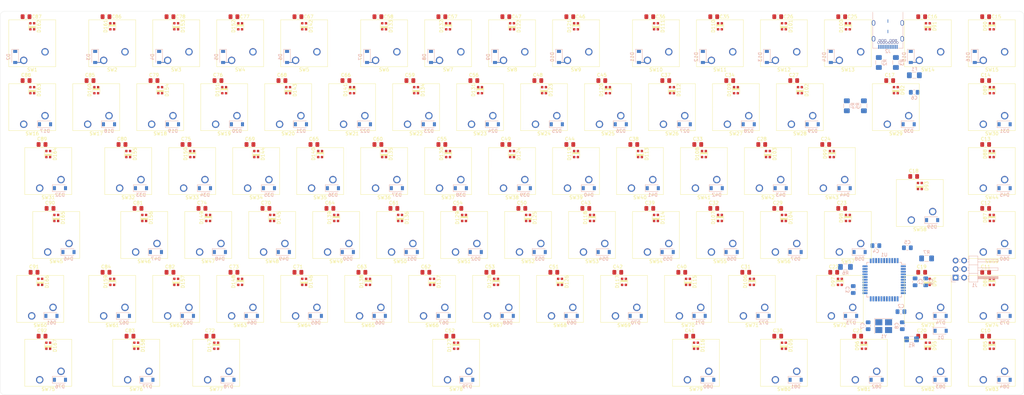
<source format=kicad_pcb>
(kicad_pcb (version 20171130) (host pcbnew 5.1.5+dfsg1-2build2)

  (general
    (thickness 1.6)
    (drawings 8)
    (tracks 30)
    (zones 0)
    (modules 354)
    (nets 216)
  )

  (page A3)
  (layers
    (0 F.Cu signal)
    (31 B.Cu signal)
    (32 B.Adhes user)
    (33 F.Adhes user)
    (34 B.Paste user)
    (35 F.Paste user)
    (36 B.SilkS user)
    (37 F.SilkS user)
    (38 B.Mask user)
    (39 F.Mask user)
    (40 Dwgs.User user)
    (41 Cmts.User user)
    (42 Eco1.User user)
    (43 Eco2.User user)
    (44 Edge.Cuts user)
    (45 Margin user)
    (46 B.CrtYd user)
    (47 F.CrtYd user)
    (48 B.Fab user)
    (49 F.Fab user)
  )

  (setup
    (last_trace_width 0.25)
    (trace_clearance 0.2)
    (zone_clearance 0.508)
    (zone_45_only no)
    (trace_min 0.2)
    (via_size 0.8)
    (via_drill 0.4)
    (via_min_size 0.6)
    (via_min_drill 0.3)
    (uvia_size 0.3)
    (uvia_drill 0.1)
    (uvias_allowed no)
    (uvia_min_size 0.2)
    (uvia_min_drill 0.1)
    (edge_width 0.05)
    (segment_width 0.2)
    (pcb_text_width 0.3)
    (pcb_text_size 1.5 1.5)
    (mod_edge_width 0.12)
    (mod_text_size 1 1)
    (mod_text_width 0.15)
    (pad_size 1.524 1.524)
    (pad_drill 0.762)
    (pad_to_mask_clearance 0.051)
    (solder_mask_min_width 0.25)
    (aux_axis_origin 0 0)
    (visible_elements FFFFF77F)
    (pcbplotparams
      (layerselection 0x010fc_ffffffff)
      (usegerberextensions false)
      (usegerberattributes false)
      (usegerberadvancedattributes false)
      (creategerberjobfile false)
      (excludeedgelayer true)
      (linewidth 0.100000)
      (plotframeref false)
      (viasonmask false)
      (mode 1)
      (useauxorigin false)
      (hpglpennumber 1)
      (hpglpenspeed 20)
      (hpglpendiameter 15.000000)
      (psnegative false)
      (psa4output false)
      (plotreference true)
      (plotvalue true)
      (plotinvisibletext false)
      (padsonsilk false)
      (subtractmaskfromsilk false)
      (outputformat 1)
      (mirror false)
      (drillshape 1)
      (scaleselection 1)
      (outputdirectory ""))
  )

  (net 0 "")
  (net 1 GND)
  (net 2 +5V)
  (net 3 "Net-(C7-Pad1)")
  (net 4 "Net-(C8-Pad2)")
  (net 5 "Net-(C9-Pad1)")
  (net 6 RST)
  (net 7 ROW0)
  (net 8 "Net-(D2-Pad2)")
  (net 9 "Net-(D3-Pad2)")
  (net 10 "Net-(D4-Pad2)")
  (net 11 "Net-(D5-Pad2)")
  (net 12 "Net-(D6-Pad2)")
  (net 13 "Net-(D7-Pad2)")
  (net 14 "Net-(D8-Pad2)")
  (net 15 "Net-(D9-Pad2)")
  (net 16 "Net-(D10-Pad2)")
  (net 17 "Net-(D11-Pad2)")
  (net 18 "Net-(D12-Pad2)")
  (net 19 "Net-(D13-Pad2)")
  (net 20 "Net-(D14-Pad2)")
  (net 21 "Net-(D15-Pad2)")
  (net 22 "Net-(D16-Pad2)")
  (net 23 ROW1)
  (net 24 "Net-(D17-Pad2)")
  (net 25 "Net-(D18-Pad2)")
  (net 26 "Net-(D19-Pad2)")
  (net 27 "Net-(D20-Pad2)")
  (net 28 "Net-(D21-Pad2)")
  (net 29 "Net-(D22-Pad2)")
  (net 30 "Net-(D23-Pad2)")
  (net 31 "Net-(D24-Pad2)")
  (net 32 "Net-(D25-Pad2)")
  (net 33 "Net-(D26-Pad2)")
  (net 34 "Net-(D27-Pad2)")
  (net 35 "Net-(D28-Pad2)")
  (net 36 "Net-(D29-Pad2)")
  (net 37 "Net-(D30-Pad2)")
  (net 38 "Net-(D31-Pad2)")
  (net 39 "Net-(D32-Pad2)")
  (net 40 ROW2)
  (net 41 "Net-(D33-Pad2)")
  (net 42 "Net-(D34-Pad2)")
  (net 43 "Net-(D35-Pad2)")
  (net 44 "Net-(D36-Pad2)")
  (net 45 "Net-(D37-Pad2)")
  (net 46 "Net-(D38-Pad2)")
  (net 47 "Net-(D39-Pad2)")
  (net 48 "Net-(D40-Pad2)")
  (net 49 "Net-(D41-Pad2)")
  (net 50 "Net-(D42-Pad2)")
  (net 51 "Net-(D43-Pad2)")
  (net 52 "Net-(D44-Pad2)")
  (net 53 "Net-(D45-Pad2)")
  (net 54 "Net-(D46-Pad2)")
  (net 55 ROW3)
  (net 56 "Net-(D47-Pad2)")
  (net 57 "Net-(D48-Pad2)")
  (net 58 "Net-(D49-Pad2)")
  (net 59 "Net-(D50-Pad2)")
  (net 60 "Net-(D51-Pad2)")
  (net 61 "Net-(D52-Pad2)")
  (net 62 "Net-(D53-Pad2)")
  (net 63 "Net-(D54-Pad2)")
  (net 64 "Net-(D55-Pad2)")
  (net 65 "Net-(D56-Pad2)")
  (net 66 "Net-(D57-Pad2)")
  (net 67 "Net-(D58-Pad2)")
  (net 68 "Net-(D59-Pad2)")
  (net 69 "Net-(D60-Pad2)")
  (net 70 ROW4)
  (net 71 "Net-(D61-Pad2)")
  (net 72 "Net-(D62-Pad2)")
  (net 73 "Net-(D63-Pad2)")
  (net 74 "Net-(D64-Pad2)")
  (net 75 "Net-(D65-Pad2)")
  (net 76 "Net-(D66-Pad2)")
  (net 77 "Net-(D67-Pad2)")
  (net 78 "Net-(D68-Pad2)")
  (net 79 "Net-(D69-Pad2)")
  (net 80 "Net-(D70-Pad2)")
  (net 81 "Net-(D71-Pad2)")
  (net 82 "Net-(D72-Pad2)")
  (net 83 "Net-(D73-Pad2)")
  (net 84 "Net-(D74-Pad2)")
  (net 85 "Net-(D75-Pad2)")
  (net 86 ROW5)
  (net 87 "Net-(D76-Pad2)")
  (net 88 "Net-(D77-Pad2)")
  (net 89 "Net-(D78-Pad2)")
  (net 90 "Net-(D79-Pad2)")
  (net 91 "Net-(D80-Pad2)")
  (net 92 "Net-(D81-Pad2)")
  (net 93 "Net-(D82-Pad2)")
  (net 94 "Net-(D83-Pad2)")
  (net 95 "Net-(D84-Pad2)")
  (net 96 "Net-(D85-Pad2)")
  (net 97 DIN)
  (net 98 "Net-(D86-Pad2)")
  (net 99 "Net-(D87-Pad2)")
  (net 100 "Net-(D88-Pad2)")
  (net 101 "Net-(D89-Pad2)")
  (net 102 "Net-(D90-Pad2)")
  (net 103 "Net-(D91-Pad2)")
  (net 104 "Net-(D92-Pad2)")
  (net 105 "Net-(D93-Pad2)")
  (net 106 "Net-(D94-Pad2)")
  (net 107 "Net-(D95-Pad2)")
  (net 108 "Net-(D96-Pad2)")
  (net 109 "Net-(D97-Pad2)")
  (net 110 "Net-(D98-Pad2)")
  (net 111 "Net-(D100-Pad4)")
  (net 112 "Net-(D100-Pad2)")
  (net 113 "Net-(D101-Pad2)")
  (net 114 "Net-(D102-Pad2)")
  (net 115 "Net-(D103-Pad2)")
  (net 116 "Net-(D104-Pad2)")
  (net 117 "Net-(D105-Pad2)")
  (net 118 "Net-(D106-Pad2)")
  (net 119 "Net-(D107-Pad2)")
  (net 120 "Net-(D108-Pad2)")
  (net 121 "Net-(D109-Pad2)")
  (net 122 "Net-(D110-Pad2)")
  (net 123 "Net-(D111-Pad2)")
  (net 124 "Net-(D112-Pad2)")
  (net 125 "Net-(D113-Pad2)")
  (net 126 "Net-(D114-Pad2)")
  (net 127 "Net-(D115-Pad2)")
  (net 128 "Net-(D116-Pad2)")
  (net 129 "Net-(D117-Pad2)")
  (net 130 "Net-(D118-Pad2)")
  (net 131 "Net-(D119-Pad2)")
  (net 132 "Net-(D120-Pad2)")
  (net 133 "Net-(D121-Pad2)")
  (net 134 "Net-(D122-Pad2)")
  (net 135 "Net-(D123-Pad2)")
  (net 136 "Net-(D124-Pad2)")
  (net 137 "Net-(D125-Pad2)")
  (net 138 "Net-(D126-Pad2)")
  (net 139 "Net-(D127-Pad2)")
  (net 140 "Net-(D128-Pad2)")
  (net 141 "Net-(D129-Pad2)")
  (net 142 "Net-(D130-Pad2)")
  (net 143 "Net-(D131-Pad2)")
  (net 144 "Net-(D132-Pad2)")
  (net 145 "Net-(D133-Pad2)")
  (net 146 "Net-(D134-Pad2)")
  (net 147 "Net-(D135-Pad2)")
  (net 148 "Net-(D136-Pad2)")
  (net 149 "Net-(D137-Pad2)")
  (net 150 "Net-(D138-Pad2)")
  (net 151 "Net-(D139-Pad2)")
  (net 152 "Net-(D140-Pad2)")
  (net 153 "Net-(D141-Pad2)")
  (net 154 "Net-(D142-Pad2)")
  (net 155 "Net-(D143-Pad2)")
  (net 156 "Net-(D144-Pad2)")
  (net 157 "Net-(D145-Pad2)")
  (net 158 "Net-(D146-Pad2)")
  (net 159 "Net-(D147-Pad2)")
  (net 160 "Net-(D148-Pad2)")
  (net 161 "Net-(D149-Pad2)")
  (net 162 "Net-(D150-Pad2)")
  (net 163 "Net-(D151-Pad2)")
  (net 164 "Net-(D152-Pad2)")
  (net 165 "Net-(D153-Pad2)")
  (net 166 "Net-(D154-Pad2)")
  (net 167 "Net-(D155-Pad2)")
  (net 168 "Net-(D156-Pad2)")
  (net 169 "Net-(D157-Pad2)")
  (net 170 "Net-(D158-Pad2)")
  (net 171 "Net-(D159-Pad2)")
  (net 172 "Net-(D160-Pad2)")
  (net 173 "Net-(D161-Pad2)")
  (net 174 "Net-(D162-Pad2)")
  (net 175 "Net-(D163-Pad2)")
  (net 176 "Net-(D164-Pad2)")
  (net 177 "Net-(D165-Pad2)")
  (net 178 "Net-(D166-Pad2)")
  (net 179 "Net-(D167-Pad2)")
  (net 180 "Net-(F1-Pad2)")
  (net 181 COL02)
  (net 182 COL00)
  (net 183 COL01)
  (net 184 "Net-(J2-PadA11)")
  (net 185 "Net-(J2-PadA10)")
  (net 186 "Net-(J2-PadA8)")
  (net 187 D-)
  (net 188 D+)
  (net 189 "Net-(J2-PadA5)")
  (net 190 "Net-(J2-PadA3)")
  (net 191 "Net-(J2-PadA2)")
  (net 192 "Net-(J2-PadB10)")
  (net 193 "Net-(J2-PadB3)")
  (net 194 "Net-(J2-PadB8)")
  (net 195 "Net-(J2-PadB5)")
  (net 196 "Net-(J2-PadB2)")
  (net 197 "Net-(J2-PadB11)")
  (net 198 "Net-(R6-Pad2)")
  (net 199 COL03)
  (net 200 COL04)
  (net 201 COL06)
  (net 202 COL07)
  (net 203 COL08)
  (net 204 COL09)
  (net 205 COL10)
  (net 206 COL11)
  (net 207 COL12)
  (net 208 COL13)
  (net 209 COL14)
  (net 210 COL15)
  (net 211 COL05)
  (net 212 "Net-(U1-Pad1)")
  (net 213 "Net-(U1-Pad8)")
  (net 214 "Net-(U1-Pad42)")
  (net 215 "Net-(R7-Pad2)")

  (net_class Default "Dies ist die voreingestellte Netzklasse."
    (clearance 0.2)
    (trace_width 0.25)
    (via_dia 0.8)
    (via_drill 0.4)
    (uvia_dia 0.3)
    (uvia_drill 0.1)
    (add_net +5V)
    (add_net COL00)
    (add_net COL01)
    (add_net COL02)
    (add_net COL03)
    (add_net COL04)
    (add_net COL05)
    (add_net COL06)
    (add_net COL07)
    (add_net COL08)
    (add_net COL09)
    (add_net COL10)
    (add_net COL11)
    (add_net COL12)
    (add_net COL13)
    (add_net COL14)
    (add_net COL15)
    (add_net D+)
    (add_net D-)
    (add_net DIN)
    (add_net GND)
    (add_net "Net-(C7-Pad1)")
    (add_net "Net-(C8-Pad2)")
    (add_net "Net-(C9-Pad1)")
    (add_net "Net-(D10-Pad2)")
    (add_net "Net-(D100-Pad2)")
    (add_net "Net-(D100-Pad4)")
    (add_net "Net-(D101-Pad2)")
    (add_net "Net-(D102-Pad2)")
    (add_net "Net-(D103-Pad2)")
    (add_net "Net-(D104-Pad2)")
    (add_net "Net-(D105-Pad2)")
    (add_net "Net-(D106-Pad2)")
    (add_net "Net-(D107-Pad2)")
    (add_net "Net-(D108-Pad2)")
    (add_net "Net-(D109-Pad2)")
    (add_net "Net-(D11-Pad2)")
    (add_net "Net-(D110-Pad2)")
    (add_net "Net-(D111-Pad2)")
    (add_net "Net-(D112-Pad2)")
    (add_net "Net-(D113-Pad2)")
    (add_net "Net-(D114-Pad2)")
    (add_net "Net-(D115-Pad2)")
    (add_net "Net-(D116-Pad2)")
    (add_net "Net-(D117-Pad2)")
    (add_net "Net-(D118-Pad2)")
    (add_net "Net-(D119-Pad2)")
    (add_net "Net-(D12-Pad2)")
    (add_net "Net-(D120-Pad2)")
    (add_net "Net-(D121-Pad2)")
    (add_net "Net-(D122-Pad2)")
    (add_net "Net-(D123-Pad2)")
    (add_net "Net-(D124-Pad2)")
    (add_net "Net-(D125-Pad2)")
    (add_net "Net-(D126-Pad2)")
    (add_net "Net-(D127-Pad2)")
    (add_net "Net-(D128-Pad2)")
    (add_net "Net-(D129-Pad2)")
    (add_net "Net-(D13-Pad2)")
    (add_net "Net-(D130-Pad2)")
    (add_net "Net-(D131-Pad2)")
    (add_net "Net-(D132-Pad2)")
    (add_net "Net-(D133-Pad2)")
    (add_net "Net-(D134-Pad2)")
    (add_net "Net-(D135-Pad2)")
    (add_net "Net-(D136-Pad2)")
    (add_net "Net-(D137-Pad2)")
    (add_net "Net-(D138-Pad2)")
    (add_net "Net-(D139-Pad2)")
    (add_net "Net-(D14-Pad2)")
    (add_net "Net-(D140-Pad2)")
    (add_net "Net-(D141-Pad2)")
    (add_net "Net-(D142-Pad2)")
    (add_net "Net-(D143-Pad2)")
    (add_net "Net-(D144-Pad2)")
    (add_net "Net-(D145-Pad2)")
    (add_net "Net-(D146-Pad2)")
    (add_net "Net-(D147-Pad2)")
    (add_net "Net-(D148-Pad2)")
    (add_net "Net-(D149-Pad2)")
    (add_net "Net-(D15-Pad2)")
    (add_net "Net-(D150-Pad2)")
    (add_net "Net-(D151-Pad2)")
    (add_net "Net-(D152-Pad2)")
    (add_net "Net-(D153-Pad2)")
    (add_net "Net-(D154-Pad2)")
    (add_net "Net-(D155-Pad2)")
    (add_net "Net-(D156-Pad2)")
    (add_net "Net-(D157-Pad2)")
    (add_net "Net-(D158-Pad2)")
    (add_net "Net-(D159-Pad2)")
    (add_net "Net-(D16-Pad2)")
    (add_net "Net-(D160-Pad2)")
    (add_net "Net-(D161-Pad2)")
    (add_net "Net-(D162-Pad2)")
    (add_net "Net-(D163-Pad2)")
    (add_net "Net-(D164-Pad2)")
    (add_net "Net-(D165-Pad2)")
    (add_net "Net-(D166-Pad2)")
    (add_net "Net-(D167-Pad2)")
    (add_net "Net-(D17-Pad2)")
    (add_net "Net-(D18-Pad2)")
    (add_net "Net-(D19-Pad2)")
    (add_net "Net-(D2-Pad2)")
    (add_net "Net-(D20-Pad2)")
    (add_net "Net-(D21-Pad2)")
    (add_net "Net-(D22-Pad2)")
    (add_net "Net-(D23-Pad2)")
    (add_net "Net-(D24-Pad2)")
    (add_net "Net-(D25-Pad2)")
    (add_net "Net-(D26-Pad2)")
    (add_net "Net-(D27-Pad2)")
    (add_net "Net-(D28-Pad2)")
    (add_net "Net-(D29-Pad2)")
    (add_net "Net-(D3-Pad2)")
    (add_net "Net-(D30-Pad2)")
    (add_net "Net-(D31-Pad2)")
    (add_net "Net-(D32-Pad2)")
    (add_net "Net-(D33-Pad2)")
    (add_net "Net-(D34-Pad2)")
    (add_net "Net-(D35-Pad2)")
    (add_net "Net-(D36-Pad2)")
    (add_net "Net-(D37-Pad2)")
    (add_net "Net-(D38-Pad2)")
    (add_net "Net-(D39-Pad2)")
    (add_net "Net-(D4-Pad2)")
    (add_net "Net-(D40-Pad2)")
    (add_net "Net-(D41-Pad2)")
    (add_net "Net-(D42-Pad2)")
    (add_net "Net-(D43-Pad2)")
    (add_net "Net-(D44-Pad2)")
    (add_net "Net-(D45-Pad2)")
    (add_net "Net-(D46-Pad2)")
    (add_net "Net-(D47-Pad2)")
    (add_net "Net-(D48-Pad2)")
    (add_net "Net-(D49-Pad2)")
    (add_net "Net-(D5-Pad2)")
    (add_net "Net-(D50-Pad2)")
    (add_net "Net-(D51-Pad2)")
    (add_net "Net-(D52-Pad2)")
    (add_net "Net-(D53-Pad2)")
    (add_net "Net-(D54-Pad2)")
    (add_net "Net-(D55-Pad2)")
    (add_net "Net-(D56-Pad2)")
    (add_net "Net-(D57-Pad2)")
    (add_net "Net-(D58-Pad2)")
    (add_net "Net-(D59-Pad2)")
    (add_net "Net-(D6-Pad2)")
    (add_net "Net-(D60-Pad2)")
    (add_net "Net-(D61-Pad2)")
    (add_net "Net-(D62-Pad2)")
    (add_net "Net-(D63-Pad2)")
    (add_net "Net-(D64-Pad2)")
    (add_net "Net-(D65-Pad2)")
    (add_net "Net-(D66-Pad2)")
    (add_net "Net-(D67-Pad2)")
    (add_net "Net-(D68-Pad2)")
    (add_net "Net-(D69-Pad2)")
    (add_net "Net-(D7-Pad2)")
    (add_net "Net-(D70-Pad2)")
    (add_net "Net-(D71-Pad2)")
    (add_net "Net-(D72-Pad2)")
    (add_net "Net-(D73-Pad2)")
    (add_net "Net-(D74-Pad2)")
    (add_net "Net-(D75-Pad2)")
    (add_net "Net-(D76-Pad2)")
    (add_net "Net-(D77-Pad2)")
    (add_net "Net-(D78-Pad2)")
    (add_net "Net-(D79-Pad2)")
    (add_net "Net-(D8-Pad2)")
    (add_net "Net-(D80-Pad2)")
    (add_net "Net-(D81-Pad2)")
    (add_net "Net-(D82-Pad2)")
    (add_net "Net-(D83-Pad2)")
    (add_net "Net-(D84-Pad2)")
    (add_net "Net-(D85-Pad2)")
    (add_net "Net-(D86-Pad2)")
    (add_net "Net-(D87-Pad2)")
    (add_net "Net-(D88-Pad2)")
    (add_net "Net-(D89-Pad2)")
    (add_net "Net-(D9-Pad2)")
    (add_net "Net-(D90-Pad2)")
    (add_net "Net-(D91-Pad2)")
    (add_net "Net-(D92-Pad2)")
    (add_net "Net-(D93-Pad2)")
    (add_net "Net-(D94-Pad2)")
    (add_net "Net-(D95-Pad2)")
    (add_net "Net-(D96-Pad2)")
    (add_net "Net-(D97-Pad2)")
    (add_net "Net-(D98-Pad2)")
    (add_net "Net-(F1-Pad2)")
    (add_net "Net-(J2-PadA10)")
    (add_net "Net-(J2-PadA11)")
    (add_net "Net-(J2-PadA2)")
    (add_net "Net-(J2-PadA3)")
    (add_net "Net-(J2-PadA5)")
    (add_net "Net-(J2-PadA8)")
    (add_net "Net-(J2-PadB10)")
    (add_net "Net-(J2-PadB11)")
    (add_net "Net-(J2-PadB2)")
    (add_net "Net-(J2-PadB3)")
    (add_net "Net-(J2-PadB5)")
    (add_net "Net-(J2-PadB8)")
    (add_net "Net-(R6-Pad2)")
    (add_net "Net-(R7-Pad2)")
    (add_net "Net-(U1-Pad1)")
    (add_net "Net-(U1-Pad42)")
    (add_net "Net-(U1-Pad8)")
    (add_net ROW0)
    (add_net ROW1)
    (add_net ROW2)
    (add_net ROW3)
    (add_net ROW4)
    (add_net ROW5)
    (add_net RST)
  )

  (module kezboard-pcb:USB_C_Receptacle_Stewart_SS-52400-003 (layer B.Cu) (tedit 5F26DA6C) (tstamp 5F15FEC3)
    (at 302.41875 38.1)
    (descr https://belfuse.com/resources/drawings/stewartconnector/dr-stw-ss-52400-003.pdf)
    (path /5EFFEB48)
    (fp_text reference J2 (at 0 11.9) (layer B.SilkS)
      (effects (font (size 1 1) (thickness 0.15)) (justify mirror))
    )
    (fp_text value USB_C_Receptacle (at 0 -2.54) (layer B.Fab)
      (effects (font (size 1 1) (thickness 0.15)) (justify mirror))
    )
    (fp_line (start -4.49 2.55) (end -4.49 0.21) (layer B.SilkS) (width 0.12))
    (fp_line (start 4.49 0.21) (end 4.49 2.55) (layer B.SilkS) (width 0.12))
    (fp_line (start 4.49 9) (end 4.49 11) (layer B.SilkS) (width 0.12))
    (fp_text user %R (at 0 4.52) (layer B.Fab)
      (effects (font (size 1 1) (thickness 0.15)) (justify mirror))
    )
    (fp_line (start -5.08 11.43) (end 5.08 11.43) (layer B.CrtYd) (width 0.05))
    (fp_line (start -5.08 -1.27) (end 5.08 -1.27) (layer B.CrtYd) (width 0.05))
    (fp_line (start -2 0) (end 2 0) (layer Dwgs.User) (width 0.1))
    (fp_line (start 4.37 -0.95) (end 4.37 10.88) (layer B.Fab) (width 0.1))
    (fp_line (start 4.37 10.88) (end -4.37 10.88) (layer B.Fab) (width 0.1))
    (fp_line (start -4.37 10.88) (end -4.37 -0.95) (layer B.Fab) (width 0.1))
    (fp_text user "PCB Edge" (at 0 0.5) (layer Dwgs.User)
      (effects (font (size 0.5 0.5) (thickness 0.1)))
    )
    (fp_line (start -4.37 -0.95) (end 4.37 -0.95) (layer B.Fab) (width 0.1))
    (fp_line (start 5.08 -1.27) (end 5.08 11.43) (layer B.CrtYd) (width 0.05))
    (fp_line (start -5.08 11.43) (end -5.08 -1.27) (layer B.CrtYd) (width 0.05))
    (fp_line (start -3 11) (end -4.49 11) (layer B.SilkS) (width 0.12))
    (fp_line (start -4.49 11) (end -4.49 9) (layer B.SilkS) (width 0.12))
    (fp_line (start 4.49 11) (end 3 11) (layer B.SilkS) (width 0.12))
    (fp_line (start -4.49 7.35) (end -4.49 4.35) (layer B.SilkS) (width 0.12))
    (fp_line (start 4.49 4.35) (end 4.49 7.35) (layer B.SilkS) (width 0.12))
    (pad B11 thru_hole circle (at -2.4 8.62) (size 0.65 0.65) (drill 0.4) (layers *.Cu *.Mask)
      (net 197 "Net-(J2-PadB11)"))
    (pad B2 thru_hole circle (at 2.4 8.62) (size 0.65 0.65) (drill 0.4) (layers *.Cu *.Mask)
      (net 196 "Net-(J2-PadB2)"))
    (pad B12 thru_hole circle (at -2.8 9.33) (size 0.65 0.65) (drill 0.4) (layers *.Cu *.Mask)
      (net 1 GND))
    (pad B5 thru_hole circle (at 0.8 8.62) (size 0.65 0.65) (drill 0.4) (layers *.Cu *.Mask)
      (net 195 "Net-(J2-PadB5)"))
    (pad B8 thru_hole circle (at -0.8 8.62) (size 0.65 0.65) (drill 0.4) (layers *.Cu *.Mask)
      (net 194 "Net-(J2-PadB8)"))
    (pad B3 thru_hole circle (at 1.6 8.62) (size 0.65 0.65) (drill 0.4) (layers *.Cu *.Mask)
      (net 193 "Net-(J2-PadB3)"))
    (pad B10 thru_hole circle (at -1.6 8.62) (size 0.65 0.65) (drill 0.4) (layers *.Cu *.Mask)
      (net 192 "Net-(J2-PadB10)"))
    (pad B1 thru_hole circle (at 2.8 9.33) (size 0.65 0.65) (drill 0.4) (layers *.Cu *.Mask)
      (net 1 GND))
    (pad S1 thru_hole circle (at -2 9.33) (size 0.65 0.65) (drill 0.4) (layers *.Cu *.Mask)
      (net 1 GND))
    (pad S1 thru_hole circle (at 2 9.33) (size 0.65 0.65) (drill 0.4) (layers *.Cu *.Mask)
      (net 1 GND))
    (pad B9 thru_hole circle (at -1.2 9.33) (size 0.65 0.65) (drill 0.4) (layers *.Cu *.Mask)
      (net 180 "Net-(F1-Pad2)"))
    (pad B4 thru_hole circle (at 1.2 9.33) (size 0.65 0.65) (drill 0.4) (layers *.Cu *.Mask)
      (net 180 "Net-(F1-Pad2)"))
    (pad B7 thru_hole circle (at -0.4 9.33) (size 0.65 0.65) (drill 0.4) (layers *.Cu *.Mask)
      (net 187 D-))
    (pad B6 thru_hole circle (at 0.4 9.33) (size 0.65 0.65) (drill 0.4) (layers *.Cu *.Mask)
      (net 188 D+))
    (pad S1 smd rect (at 0 6) (size 0.2 1) (layers B.Cu B.Paste B.Mask)
      (net 1 GND))
    (pad S1 smd rect (at 0 2.9) (size 0.2 1) (layers B.Cu B.Paste B.Mask)
      (net 1 GND))
    (pad S1 thru_hole oval (at 4.27 8.18) (size 1 1.6) (drill oval 0.6 1.2) (layers *.Cu *.Mask)
      (net 1 GND))
    (pad S1 thru_hole oval (at -4.27 8.18) (size 1 1.6) (drill oval 0.6 1.2) (layers *.Cu *.Mask)
      (net 1 GND))
    (pad S1 thru_hole oval (at -4.27 3.45) (size 1 1.6) (drill oval 0.6 1.2) (layers *.Cu *.Mask)
      (net 1 GND))
    (pad S1 thru_hole oval (at 4.27 3.45) (size 1 1.6) (drill oval 0.6 1.2) (layers *.Cu *.Mask)
      (net 1 GND))
    (pad A1 smd rect (at -2.75 10.58) (size 0.3 1.2) (layers B.Cu B.Paste B.Mask)
      (net 1 GND))
    (pad A2 smd rect (at -2.25 10.58) (size 0.3 1.2) (layers B.Cu B.Paste B.Mask)
      (net 191 "Net-(J2-PadA2)"))
    (pad A3 smd rect (at -1.75 10.58) (size 0.3 1.2) (layers B.Cu B.Paste B.Mask)
      (net 190 "Net-(J2-PadA3)"))
    (pad A4 smd rect (at -1.25 10.58) (size 0.3 1.2) (layers B.Cu B.Paste B.Mask)
      (net 180 "Net-(F1-Pad2)"))
    (pad A5 smd rect (at -0.75 10.58) (size 0.3 1.2) (layers B.Cu B.Paste B.Mask)
      (net 189 "Net-(J2-PadA5)"))
    (pad A6 smd rect (at -0.25 10.58) (size 0.3 1.2) (layers B.Cu B.Paste B.Mask)
      (net 188 D+))
    (pad A7 smd rect (at 0.25 10.58) (size 0.3 1.2) (layers B.Cu B.Paste B.Mask)
      (net 187 D-))
    (pad A8 smd rect (at 0.75 10.58) (size 0.3 1.2) (layers B.Cu B.Paste B.Mask)
      (net 186 "Net-(J2-PadA8)"))
    (pad A9 smd rect (at 1.25 10.58) (size 0.3 1.2) (layers B.Cu B.Paste B.Mask)
      (net 180 "Net-(F1-Pad2)"))
    (pad A10 smd rect (at 1.75 10.58) (size 0.3 1.2) (layers B.Cu B.Paste B.Mask)
      (net 185 "Net-(J2-PadA10)"))
    (pad A11 smd rect (at 2.25 10.58) (size 0.3 1.2) (layers B.Cu B.Paste B.Mask)
      (net 184 "Net-(J2-PadA11)"))
    (pad A12 smd rect (at 2.75 10.58) (size 0.3 1.2) (layers B.Cu B.Paste B.Mask)
      (net 1 GND))
  )

  (module Resistor_SMD:R_1206_3216Metric_Pad1.42x1.75mm_HandSolder (layer B.Cu) (tedit 5B301BBD) (tstamp 5F26397F)
    (at 313.944 111.76 180)
    (descr "Resistor SMD 1206 (3216 Metric), square (rectangular) end terminal, IPC_7351 nominal with elongated pad for handsoldering. (Body size source: http://www.tortai-tech.com/upload/download/2011102023233369053.pdf), generated with kicad-footprint-generator")
    (tags "resistor handsolder")
    (path /5F259898)
    (attr smd)
    (fp_text reference R7 (at 0 1.82) (layer B.SilkS)
      (effects (font (size 1 1) (thickness 0.15)) (justify mirror))
    )
    (fp_text value 470 (at 0 -1.82) (layer B.Fab)
      (effects (font (size 1 1) (thickness 0.15)) (justify mirror))
    )
    (fp_text user %R (at 0 0) (layer B.Fab)
      (effects (font (size 0.8 0.8) (thickness 0.12)) (justify mirror))
    )
    (fp_line (start 2.45 -1.12) (end -2.45 -1.12) (layer B.CrtYd) (width 0.05))
    (fp_line (start 2.45 1.12) (end 2.45 -1.12) (layer B.CrtYd) (width 0.05))
    (fp_line (start -2.45 1.12) (end 2.45 1.12) (layer B.CrtYd) (width 0.05))
    (fp_line (start -2.45 -1.12) (end -2.45 1.12) (layer B.CrtYd) (width 0.05))
    (fp_line (start -0.602064 -0.91) (end 0.602064 -0.91) (layer B.SilkS) (width 0.12))
    (fp_line (start -0.602064 0.91) (end 0.602064 0.91) (layer B.SilkS) (width 0.12))
    (fp_line (start 1.6 -0.8) (end -1.6 -0.8) (layer B.Fab) (width 0.1))
    (fp_line (start 1.6 0.8) (end 1.6 -0.8) (layer B.Fab) (width 0.1))
    (fp_line (start -1.6 0.8) (end 1.6 0.8) (layer B.Fab) (width 0.1))
    (fp_line (start -1.6 -0.8) (end -1.6 0.8) (layer B.Fab) (width 0.1))
    (pad 2 smd roundrect (at 1.4875 0 180) (size 1.425 1.75) (layers B.Cu B.Paste B.Mask) (roundrect_rratio 0.175439)
      (net 215 "Net-(R7-Pad2)"))
    (pad 1 smd roundrect (at -1.4875 0 180) (size 1.425 1.75) (layers B.Cu B.Paste B.Mask) (roundrect_rratio 0.175439)
      (net 97 DIN))
    (model ${KISYS3DMOD}/Resistor_SMD.3dshapes/R_1206_3216Metric.wrl
      (at (xyz 0 0 0))
      (scale (xyz 1 1 1))
      (rotate (xyz 0 0 0))
    )
  )

  (module kezboard-pcb:LED_WS2812_2020 (layer F.Cu) (tedit 5F1C4B34) (tstamp 5F1B709E)
    (at 333.375 137.795 90)
    (descr https://www.peace-corp.co.jp/data/WS2812-2020_V1.0_EN.pdf)
    (path /5F949B9C/5F9E7A8D)
    (fp_text reference D85 (at 0 -2 90) (layer F.SilkS)
      (effects (font (size 1 1) (thickness 0.15)))
    )
    (fp_text value WS2812B (at 0 2 90) (layer F.Fab)
      (effects (font (size 1 1) (thickness 0.15)))
    )
    (fp_line (start -1.1 -1) (end 1.1 -1) (layer F.Fab) (width 0.1))
    (fp_line (start 1.1 -1) (end 1.1 1) (layer F.Fab) (width 0.1))
    (fp_line (start 1.1 1) (end -1.1 1) (layer F.Fab) (width 0.1))
    (fp_line (start -1.1 1) (end -1.1 -1) (layer F.Fab) (width 0.1))
    (fp_text user %R (at 0 0 90) (layer F.Fab)
      (effects (font (size 0.5 0.5) (thickness 0.1)))
    )
    (fp_line (start -1.1 -1.11) (end 1.1 -1.11) (layer F.SilkS) (width 0.12))
    (fp_line (start 1.1 1.11) (end -1.1 1.11) (layer F.SilkS) (width 0.12))
    (fp_poly (pts (xy 0.45 0.9) (xy 0.05 0.9) (xy 0.05 -0.9) (xy 0.45 -0.9)) (layer F.SilkS) (width 0.1))
    (pad 2 smd rect (at 0.9015 0.55 90) (size 0.7 0.7) (layers F.Cu F.Paste F.Mask)
      (net 96 "Net-(D85-Pad2)"))
    (pad 3 smd rect (at 0.9015 -0.55 90) (size 0.7 0.7) (layers F.Cu F.Paste F.Mask)
      (net 1 GND))
    (pad 4 smd rect (at -0.9015 -0.55 90) (size 0.7 0.7) (layers F.Cu F.Paste F.Mask)
      (net 97 DIN))
    (pad 1 smd rect (at -0.9015 0.55 90) (size 0.7 0.7) (layers F.Cu F.Paste F.Mask)
      (net 2 +5V))
  )

  (module kezboard-pcb:LED_WS2812_2020 (layer F.Cu) (tedit 5F1C4B34) (tstamp 5F15F975)
    (at 333.375 118.745 90)
    (descr https://www.peace-corp.co.jp/data/WS2812-2020_V1.0_EN.pdf)
    (path /5F949B9C/5FD3F1F5)
    (fp_text reference D86 (at 0 -2 90) (layer F.SilkS)
      (effects (font (size 1 1) (thickness 0.15)))
    )
    (fp_text value WS2812B (at 0 2 90) (layer F.Fab)
      (effects (font (size 1 1) (thickness 0.15)))
    )
    (fp_poly (pts (xy 0.45 0.9) (xy 0.05 0.9) (xy 0.05 -0.9) (xy 0.45 -0.9)) (layer F.SilkS) (width 0.1))
    (fp_line (start 1.1 1.11) (end -1.1 1.11) (layer F.SilkS) (width 0.12))
    (fp_line (start -1.1 -1.11) (end 1.1 -1.11) (layer F.SilkS) (width 0.12))
    (fp_text user %R (at 0 0 90) (layer F.Fab)
      (effects (font (size 0.5 0.5) (thickness 0.1)))
    )
    (fp_line (start -1.1 1) (end -1.1 -1) (layer F.Fab) (width 0.1))
    (fp_line (start 1.1 1) (end -1.1 1) (layer F.Fab) (width 0.1))
    (fp_line (start 1.1 -1) (end 1.1 1) (layer F.Fab) (width 0.1))
    (fp_line (start -1.1 -1) (end 1.1 -1) (layer F.Fab) (width 0.1))
    (pad 1 smd rect (at -0.9015 0.55 90) (size 0.7 0.7) (layers F.Cu F.Paste F.Mask)
      (net 2 +5V))
    (pad 4 smd rect (at -0.9015 -0.55 90) (size 0.7 0.7) (layers F.Cu F.Paste F.Mask)
      (net 96 "Net-(D85-Pad2)"))
    (pad 3 smd rect (at 0.9015 -0.55 90) (size 0.7 0.7) (layers F.Cu F.Paste F.Mask)
      (net 1 GND))
    (pad 2 smd rect (at 0.9015 0.55 90) (size 0.7 0.7) (layers F.Cu F.Paste F.Mask)
      (net 98 "Net-(D86-Pad2)"))
  )

  (module kezboard-pcb:LED_WS2812_2020 (layer F.Cu) (tedit 5F1C4B34) (tstamp 5F1B738A)
    (at 333.375 99.695 90)
    (descr https://www.peace-corp.co.jp/data/WS2812-2020_V1.0_EN.pdf)
    (path /5F949B9C/5FD40FA8)
    (fp_text reference D87 (at 0 -2 90) (layer F.SilkS)
      (effects (font (size 1 1) (thickness 0.15)))
    )
    (fp_text value WS2812B (at 0 2 90) (layer F.Fab)
      (effects (font (size 1 1) (thickness 0.15)))
    )
    (fp_poly (pts (xy 0.45 0.9) (xy 0.05 0.9) (xy 0.05 -0.9) (xy 0.45 -0.9)) (layer F.SilkS) (width 0.1))
    (fp_line (start 1.1 1.11) (end -1.1 1.11) (layer F.SilkS) (width 0.12))
    (fp_line (start -1.1 -1.11) (end 1.1 -1.11) (layer F.SilkS) (width 0.12))
    (fp_text user %R (at 0 0 90) (layer F.Fab)
      (effects (font (size 0.5 0.5) (thickness 0.1)))
    )
    (fp_line (start -1.1 1) (end -1.1 -1) (layer F.Fab) (width 0.1))
    (fp_line (start 1.1 1) (end -1.1 1) (layer F.Fab) (width 0.1))
    (fp_line (start 1.1 -1) (end 1.1 1) (layer F.Fab) (width 0.1))
    (fp_line (start -1.1 -1) (end 1.1 -1) (layer F.Fab) (width 0.1))
    (pad 1 smd rect (at -0.9015 0.55 90) (size 0.7 0.7) (layers F.Cu F.Paste F.Mask)
      (net 2 +5V))
    (pad 4 smd rect (at -0.9015 -0.55 90) (size 0.7 0.7) (layers F.Cu F.Paste F.Mask)
      (net 98 "Net-(D86-Pad2)"))
    (pad 3 smd rect (at 0.9015 -0.55 90) (size 0.7 0.7) (layers F.Cu F.Paste F.Mask)
      (net 1 GND))
    (pad 2 smd rect (at 0.9015 0.55 90) (size 0.7 0.7) (layers F.Cu F.Paste F.Mask)
      (net 99 "Net-(D87-Pad2)"))
  )

  (module kezboard-pcb:LED_WS2812_2020 (layer F.Cu) (tedit 5F1C4B34) (tstamp 5F25A25B)
    (at 333.375 80.645 90)
    (descr https://www.peace-corp.co.jp/data/WS2812-2020_V1.0_EN.pdf)
    (path /5F949B9C/5FD423CF)
    (fp_text reference D88 (at 0 -2 90) (layer F.SilkS)
      (effects (font (size 1 1) (thickness 0.15)))
    )
    (fp_text value WS2812B (at 0 2 90) (layer F.Fab)
      (effects (font (size 1 1) (thickness 0.15)))
    )
    (fp_poly (pts (xy 0.45 0.9) (xy 0.05 0.9) (xy 0.05 -0.9) (xy 0.45 -0.9)) (layer F.SilkS) (width 0.1))
    (fp_line (start 1.1 1.11) (end -1.1 1.11) (layer F.SilkS) (width 0.12))
    (fp_line (start -1.1 -1.11) (end 1.1 -1.11) (layer F.SilkS) (width 0.12))
    (fp_text user %R (at 0 0 90) (layer F.Fab)
      (effects (font (size 0.5 0.5) (thickness 0.1)))
    )
    (fp_line (start -1.1 1) (end -1.1 -1) (layer F.Fab) (width 0.1))
    (fp_line (start 1.1 1) (end -1.1 1) (layer F.Fab) (width 0.1))
    (fp_line (start 1.1 -1) (end 1.1 1) (layer F.Fab) (width 0.1))
    (fp_line (start -1.1 -1) (end 1.1 -1) (layer F.Fab) (width 0.1))
    (pad 1 smd rect (at -0.9015 0.55 90) (size 0.7 0.7) (layers F.Cu F.Paste F.Mask)
      (net 2 +5V))
    (pad 4 smd rect (at -0.9015 -0.55 90) (size 0.7 0.7) (layers F.Cu F.Paste F.Mask)
      (net 99 "Net-(D87-Pad2)"))
    (pad 3 smd rect (at 0.9015 -0.55 90) (size 0.7 0.7) (layers F.Cu F.Paste F.Mask)
      (net 1 GND))
    (pad 2 smd rect (at 0.9015 0.55 90) (size 0.7 0.7) (layers F.Cu F.Paste F.Mask)
      (net 100 "Net-(D88-Pad2)"))
  )

  (module kezboard-pcb:LED_WS2812_2020 (layer F.Cu) (tedit 5F1C4B34) (tstamp 5F15F9A2)
    (at 333.375 61.595 90)
    (descr https://www.peace-corp.co.jp/data/WS2812-2020_V1.0_EN.pdf)
    (path /5F949B9C/5FD43994)
    (fp_text reference D89 (at 0 -2 90) (layer F.SilkS)
      (effects (font (size 1 1) (thickness 0.15)))
    )
    (fp_text value WS2812B (at 0 2 90) (layer F.Fab)
      (effects (font (size 1 1) (thickness 0.15)))
    )
    (fp_line (start -1.1 -1) (end 1.1 -1) (layer F.Fab) (width 0.1))
    (fp_line (start 1.1 -1) (end 1.1 1) (layer F.Fab) (width 0.1))
    (fp_line (start 1.1 1) (end -1.1 1) (layer F.Fab) (width 0.1))
    (fp_line (start -1.1 1) (end -1.1 -1) (layer F.Fab) (width 0.1))
    (fp_text user %R (at 0 0 90) (layer F.Fab)
      (effects (font (size 0.5 0.5) (thickness 0.1)))
    )
    (fp_line (start -1.1 -1.11) (end 1.1 -1.11) (layer F.SilkS) (width 0.12))
    (fp_line (start 1.1 1.11) (end -1.1 1.11) (layer F.SilkS) (width 0.12))
    (fp_poly (pts (xy 0.45 0.9) (xy 0.05 0.9) (xy 0.05 -0.9) (xy 0.45 -0.9)) (layer F.SilkS) (width 0.1))
    (pad 2 smd rect (at 0.9015 0.55 90) (size 0.7 0.7) (layers F.Cu F.Paste F.Mask)
      (net 101 "Net-(D89-Pad2)"))
    (pad 3 smd rect (at 0.9015 -0.55 90) (size 0.7 0.7) (layers F.Cu F.Paste F.Mask)
      (net 1 GND))
    (pad 4 smd rect (at -0.9015 -0.55 90) (size 0.7 0.7) (layers F.Cu F.Paste F.Mask)
      (net 100 "Net-(D88-Pad2)"))
    (pad 1 smd rect (at -0.9015 0.55 90) (size 0.7 0.7) (layers F.Cu F.Paste F.Mask)
      (net 2 +5V))
  )

  (module kezboard-pcb:LED_WS2812_2020 (layer F.Cu) (tedit 5F1C4B34) (tstamp 5F15F9B1)
    (at 333.375 42.545 90)
    (descr https://www.peace-corp.co.jp/data/WS2812-2020_V1.0_EN.pdf)
    (path /5F949B9C/5F62CAD6)
    (fp_text reference D90 (at 0 -2 90) (layer F.SilkS)
      (effects (font (size 1 1) (thickness 0.15)))
    )
    (fp_text value WS2812B (at 0 2 90) (layer F.Fab)
      (effects (font (size 1 1) (thickness 0.15)))
    )
    (fp_poly (pts (xy 0.45 0.9) (xy 0.05 0.9) (xy 0.05 -0.9) (xy 0.45 -0.9)) (layer F.SilkS) (width 0.1))
    (fp_line (start 1.1 1.11) (end -1.1 1.11) (layer F.SilkS) (width 0.12))
    (fp_line (start -1.1 -1.11) (end 1.1 -1.11) (layer F.SilkS) (width 0.12))
    (fp_text user %R (at 0 0 90) (layer F.Fab)
      (effects (font (size 0.5 0.5) (thickness 0.1)))
    )
    (fp_line (start -1.1 1) (end -1.1 -1) (layer F.Fab) (width 0.1))
    (fp_line (start 1.1 1) (end -1.1 1) (layer F.Fab) (width 0.1))
    (fp_line (start 1.1 -1) (end 1.1 1) (layer F.Fab) (width 0.1))
    (fp_line (start -1.1 -1) (end 1.1 -1) (layer F.Fab) (width 0.1))
    (pad 1 smd rect (at -0.9015 0.55 90) (size 0.7 0.7) (layers F.Cu F.Paste F.Mask)
      (net 2 +5V))
    (pad 4 smd rect (at -0.9015 -0.55 90) (size 0.7 0.7) (layers F.Cu F.Paste F.Mask)
      (net 101 "Net-(D89-Pad2)"))
    (pad 3 smd rect (at 0.9015 -0.55 90) (size 0.7 0.7) (layers F.Cu F.Paste F.Mask)
      (net 1 GND))
    (pad 2 smd rect (at 0.9015 0.55 90) (size 0.7 0.7) (layers F.Cu F.Paste F.Mask)
      (net 102 "Net-(D90-Pad2)"))
  )

  (module kezboard-pcb:LED_WS2812_2020 (layer F.Cu) (tedit 5F1C4B34) (tstamp 5F15F9C0)
    (at 314.325 42.545 270)
    (descr https://www.peace-corp.co.jp/data/WS2812-2020_V1.0_EN.pdf)
    (path /5F949B9C/5F62CAF9)
    (fp_text reference D91 (at 0 -2 90) (layer F.SilkS)
      (effects (font (size 1 1) (thickness 0.15)))
    )
    (fp_text value WS2812B (at 0 2 90) (layer F.Fab)
      (effects (font (size 1 1) (thickness 0.15)))
    )
    (fp_line (start -1.1 -1) (end 1.1 -1) (layer F.Fab) (width 0.1))
    (fp_line (start 1.1 -1) (end 1.1 1) (layer F.Fab) (width 0.1))
    (fp_line (start 1.1 1) (end -1.1 1) (layer F.Fab) (width 0.1))
    (fp_line (start -1.1 1) (end -1.1 -1) (layer F.Fab) (width 0.1))
    (fp_text user %R (at 0 0 90) (layer F.Fab)
      (effects (font (size 0.5 0.5) (thickness 0.1)))
    )
    (fp_line (start -1.1 -1.11) (end 1.1 -1.11) (layer F.SilkS) (width 0.12))
    (fp_line (start 1.1 1.11) (end -1.1 1.11) (layer F.SilkS) (width 0.12))
    (fp_poly (pts (xy 0.45 0.9) (xy 0.05 0.9) (xy 0.05 -0.9) (xy 0.45 -0.9)) (layer F.SilkS) (width 0.1))
    (pad 2 smd rect (at 0.9015 0.55 270) (size 0.7 0.7) (layers F.Cu F.Paste F.Mask)
      (net 103 "Net-(D91-Pad2)"))
    (pad 3 smd rect (at 0.9015 -0.55 270) (size 0.7 0.7) (layers F.Cu F.Paste F.Mask)
      (net 1 GND))
    (pad 4 smd rect (at -0.9015 -0.55 270) (size 0.7 0.7) (layers F.Cu F.Paste F.Mask)
      (net 102 "Net-(D90-Pad2)"))
    (pad 1 smd rect (at -0.9015 0.55 270) (size 0.7 0.7) (layers F.Cu F.Paste F.Mask)
      (net 2 +5V))
  )

  (module kezboard-pcb:LED_WS2812_2020 (layer F.Cu) (tedit 5F1C4B34) (tstamp 5F15F9CF)
    (at 304.8 61.595 270)
    (descr https://www.peace-corp.co.jp/data/WS2812-2020_V1.0_EN.pdf)
    (path /5F949B9C/5F62CB1C)
    (fp_text reference D92 (at 0 -2 90) (layer F.SilkS)
      (effects (font (size 1 1) (thickness 0.15)))
    )
    (fp_text value WS2812B (at 0 2 90) (layer F.Fab)
      (effects (font (size 1 1) (thickness 0.15)))
    )
    (fp_poly (pts (xy 0.45 0.9) (xy 0.05 0.9) (xy 0.05 -0.9) (xy 0.45 -0.9)) (layer F.SilkS) (width 0.1))
    (fp_line (start 1.1 1.11) (end -1.1 1.11) (layer F.SilkS) (width 0.12))
    (fp_line (start -1.1 -1.11) (end 1.1 -1.11) (layer F.SilkS) (width 0.12))
    (fp_text user %R (at 0 0 90) (layer F.Fab)
      (effects (font (size 0.5 0.5) (thickness 0.1)))
    )
    (fp_line (start -1.1 1) (end -1.1 -1) (layer F.Fab) (width 0.1))
    (fp_line (start 1.1 1) (end -1.1 1) (layer F.Fab) (width 0.1))
    (fp_line (start 1.1 -1) (end 1.1 1) (layer F.Fab) (width 0.1))
    (fp_line (start -1.1 -1) (end 1.1 -1) (layer F.Fab) (width 0.1))
    (pad 1 smd rect (at -0.9015 0.55 270) (size 0.7 0.7) (layers F.Cu F.Paste F.Mask)
      (net 2 +5V))
    (pad 4 smd rect (at -0.9015 -0.55 270) (size 0.7 0.7) (layers F.Cu F.Paste F.Mask)
      (net 103 "Net-(D91-Pad2)"))
    (pad 3 smd rect (at 0.9015 -0.55 270) (size 0.7 0.7) (layers F.Cu F.Paste F.Mask)
      (net 1 GND))
    (pad 2 smd rect (at 0.9015 0.55 270) (size 0.7 0.7) (layers F.Cu F.Paste F.Mask)
      (net 104 "Net-(D92-Pad2)"))
  )

  (module kezboard-pcb:LED_WS2812_2020 (layer F.Cu) (tedit 5F1C4B34) (tstamp 5F15F9DE)
    (at 311.94375 90.17 270)
    (descr https://www.peace-corp.co.jp/data/WS2812-2020_V1.0_EN.pdf)
    (path /5F949B9C/5F62CB3F)
    (fp_text reference D93 (at 0 -2 90) (layer F.SilkS)
      (effects (font (size 1 1) (thickness 0.15)))
    )
    (fp_text value WS2812B (at 0 2 90) (layer F.Fab)
      (effects (font (size 1 1) (thickness 0.15)))
    )
    (fp_line (start -1.1 -1) (end 1.1 -1) (layer F.Fab) (width 0.1))
    (fp_line (start 1.1 -1) (end 1.1 1) (layer F.Fab) (width 0.1))
    (fp_line (start 1.1 1) (end -1.1 1) (layer F.Fab) (width 0.1))
    (fp_line (start -1.1 1) (end -1.1 -1) (layer F.Fab) (width 0.1))
    (fp_text user %R (at 0 0 90) (layer F.Fab)
      (effects (font (size 0.5 0.5) (thickness 0.1)))
    )
    (fp_line (start -1.1 -1.11) (end 1.1 -1.11) (layer F.SilkS) (width 0.12))
    (fp_line (start 1.1 1.11) (end -1.1 1.11) (layer F.SilkS) (width 0.12))
    (fp_poly (pts (xy 0.45 0.9) (xy 0.05 0.9) (xy 0.05 -0.9) (xy 0.45 -0.9)) (layer F.SilkS) (width 0.1))
    (pad 2 smd rect (at 0.9015 0.55 270) (size 0.7 0.7) (layers F.Cu F.Paste F.Mask)
      (net 105 "Net-(D93-Pad2)"))
    (pad 3 smd rect (at 0.9015 -0.55 270) (size 0.7 0.7) (layers F.Cu F.Paste F.Mask)
      (net 1 GND))
    (pad 4 smd rect (at -0.9015 -0.55 270) (size 0.7 0.7) (layers F.Cu F.Paste F.Mask)
      (net 104 "Net-(D92-Pad2)"))
    (pad 1 smd rect (at -0.9015 0.55 270) (size 0.7 0.7) (layers F.Cu F.Paste F.Mask)
      (net 2 +5V))
  )

  (module kezboard-pcb:LED_WS2812_2020 (layer F.Cu) (tedit 5F1C4B34) (tstamp 5F15F9ED)
    (at 314.325 118.745 270)
    (descr https://www.peace-corp.co.jp/data/WS2812-2020_V1.0_EN.pdf)
    (path /5F949B9C/5F62CB61)
    (fp_text reference D94 (at 0 -2 90) (layer F.SilkS)
      (effects (font (size 1 1) (thickness 0.15)))
    )
    (fp_text value WS2812B (at 0 2 90) (layer F.Fab)
      (effects (font (size 1 1) (thickness 0.15)))
    )
    (fp_poly (pts (xy 0.45 0.9) (xy 0.05 0.9) (xy 0.05 -0.9) (xy 0.45 -0.9)) (layer F.SilkS) (width 0.1))
    (fp_line (start 1.1 1.11) (end -1.1 1.11) (layer F.SilkS) (width 0.12))
    (fp_line (start -1.1 -1.11) (end 1.1 -1.11) (layer F.SilkS) (width 0.12))
    (fp_text user %R (at 0 0 90) (layer F.Fab)
      (effects (font (size 0.5 0.5) (thickness 0.1)))
    )
    (fp_line (start -1.1 1) (end -1.1 -1) (layer F.Fab) (width 0.1))
    (fp_line (start 1.1 1) (end -1.1 1) (layer F.Fab) (width 0.1))
    (fp_line (start 1.1 -1) (end 1.1 1) (layer F.Fab) (width 0.1))
    (fp_line (start -1.1 -1) (end 1.1 -1) (layer F.Fab) (width 0.1))
    (pad 1 smd rect (at -0.9015 0.55 270) (size 0.7 0.7) (layers F.Cu F.Paste F.Mask)
      (net 2 +5V))
    (pad 4 smd rect (at -0.9015 -0.55 270) (size 0.7 0.7) (layers F.Cu F.Paste F.Mask)
      (net 105 "Net-(D93-Pad2)"))
    (pad 3 smd rect (at 0.9015 -0.55 270) (size 0.7 0.7) (layers F.Cu F.Paste F.Mask)
      (net 1 GND))
    (pad 2 smd rect (at 0.9015 0.55 270) (size 0.7 0.7) (layers F.Cu F.Paste F.Mask)
      (net 106 "Net-(D94-Pad2)"))
  )

  (module kezboard-pcb:LED_WS2812_2020 (layer F.Cu) (tedit 5F1C4B34) (tstamp 5F15F9FC)
    (at 314.325 137.795 270)
    (descr https://www.peace-corp.co.jp/data/WS2812-2020_V1.0_EN.pdf)
    (path /5F949B9C/5F6A6266)
    (fp_text reference D95 (at 0 -2 90) (layer F.SilkS)
      (effects (font (size 1 1) (thickness 0.15)))
    )
    (fp_text value WS2812B (at 0 2 90) (layer F.Fab)
      (effects (font (size 1 1) (thickness 0.15)))
    )
    (fp_poly (pts (xy 0.45 0.9) (xy 0.05 0.9) (xy 0.05 -0.9) (xy 0.45 -0.9)) (layer F.SilkS) (width 0.1))
    (fp_line (start 1.1 1.11) (end -1.1 1.11) (layer F.SilkS) (width 0.12))
    (fp_line (start -1.1 -1.11) (end 1.1 -1.11) (layer F.SilkS) (width 0.12))
    (fp_text user %R (at 0 0 90) (layer F.Fab)
      (effects (font (size 0.5 0.5) (thickness 0.1)))
    )
    (fp_line (start -1.1 1) (end -1.1 -1) (layer F.Fab) (width 0.1))
    (fp_line (start 1.1 1) (end -1.1 1) (layer F.Fab) (width 0.1))
    (fp_line (start 1.1 -1) (end 1.1 1) (layer F.Fab) (width 0.1))
    (fp_line (start -1.1 -1) (end 1.1 -1) (layer F.Fab) (width 0.1))
    (pad 1 smd rect (at -0.9015 0.55 270) (size 0.7 0.7) (layers F.Cu F.Paste F.Mask)
      (net 2 +5V))
    (pad 4 smd rect (at -0.9015 -0.55 270) (size 0.7 0.7) (layers F.Cu F.Paste F.Mask)
      (net 106 "Net-(D94-Pad2)"))
    (pad 3 smd rect (at 0.9015 -0.55 270) (size 0.7 0.7) (layers F.Cu F.Paste F.Mask)
      (net 1 GND))
    (pad 2 smd rect (at 0.9015 0.55 270) (size 0.7 0.7) (layers F.Cu F.Paste F.Mask)
      (net 107 "Net-(D95-Pad2)"))
  )

  (module kezboard-pcb:LED_WS2812_2020 (layer F.Cu) (tedit 5F1C4B34) (tstamp 5F15FA0B)
    (at 295.275 137.795 90)
    (descr https://www.peace-corp.co.jp/data/WS2812-2020_V1.0_EN.pdf)
    (path /5F949B9C/5F6A6289)
    (fp_text reference D96 (at 0 -2 90) (layer F.SilkS)
      (effects (font (size 1 1) (thickness 0.15)))
    )
    (fp_text value WS2812B (at 0 2 90) (layer F.Fab)
      (effects (font (size 1 1) (thickness 0.15)))
    )
    (fp_line (start -1.1 -1) (end 1.1 -1) (layer F.Fab) (width 0.1))
    (fp_line (start 1.1 -1) (end 1.1 1) (layer F.Fab) (width 0.1))
    (fp_line (start 1.1 1) (end -1.1 1) (layer F.Fab) (width 0.1))
    (fp_line (start -1.1 1) (end -1.1 -1) (layer F.Fab) (width 0.1))
    (fp_text user %R (at 0 0 90) (layer F.Fab)
      (effects (font (size 0.5 0.5) (thickness 0.1)))
    )
    (fp_line (start -1.1 -1.11) (end 1.1 -1.11) (layer F.SilkS) (width 0.12))
    (fp_line (start 1.1 1.11) (end -1.1 1.11) (layer F.SilkS) (width 0.12))
    (fp_poly (pts (xy 0.45 0.9) (xy 0.05 0.9) (xy 0.05 -0.9) (xy 0.45 -0.9)) (layer F.SilkS) (width 0.1))
    (pad 2 smd rect (at 0.9015 0.55 90) (size 0.7 0.7) (layers F.Cu F.Paste F.Mask)
      (net 108 "Net-(D96-Pad2)"))
    (pad 3 smd rect (at 0.9015 -0.55 90) (size 0.7 0.7) (layers F.Cu F.Paste F.Mask)
      (net 1 GND))
    (pad 4 smd rect (at -0.9015 -0.55 90) (size 0.7 0.7) (layers F.Cu F.Paste F.Mask)
      (net 107 "Net-(D95-Pad2)"))
    (pad 1 smd rect (at -0.9015 0.55 90) (size 0.7 0.7) (layers F.Cu F.Paste F.Mask)
      (net 2 +5V))
  )

  (module kezboard-pcb:LED_WS2812_2020 (layer F.Cu) (tedit 5F1C4B34) (tstamp 5F15FA1A)
    (at 288.13125 118.745 90)
    (descr https://www.peace-corp.co.jp/data/WS2812-2020_V1.0_EN.pdf)
    (path /5F949B9C/5F6A62AC)
    (fp_text reference D97 (at 0 -2 90) (layer F.SilkS)
      (effects (font (size 1 1) (thickness 0.15)))
    )
    (fp_text value WS2812B (at 0 2 90) (layer F.Fab)
      (effects (font (size 1 1) (thickness 0.15)))
    )
    (fp_poly (pts (xy 0.45 0.9) (xy 0.05 0.9) (xy 0.05 -0.9) (xy 0.45 -0.9)) (layer F.SilkS) (width 0.1))
    (fp_line (start 1.1 1.11) (end -1.1 1.11) (layer F.SilkS) (width 0.12))
    (fp_line (start -1.1 -1.11) (end 1.1 -1.11) (layer F.SilkS) (width 0.12))
    (fp_text user %R (at 0 0 90) (layer F.Fab)
      (effects (font (size 0.5 0.5) (thickness 0.1)))
    )
    (fp_line (start -1.1 1) (end -1.1 -1) (layer F.Fab) (width 0.1))
    (fp_line (start 1.1 1) (end -1.1 1) (layer F.Fab) (width 0.1))
    (fp_line (start 1.1 -1) (end 1.1 1) (layer F.Fab) (width 0.1))
    (fp_line (start -1.1 -1) (end 1.1 -1) (layer F.Fab) (width 0.1))
    (pad 1 smd rect (at -0.9015 0.55 90) (size 0.7 0.7) (layers F.Cu F.Paste F.Mask)
      (net 2 +5V))
    (pad 4 smd rect (at -0.9015 -0.55 90) (size 0.7 0.7) (layers F.Cu F.Paste F.Mask)
      (net 108 "Net-(D96-Pad2)"))
    (pad 3 smd rect (at 0.9015 -0.55 90) (size 0.7 0.7) (layers F.Cu F.Paste F.Mask)
      (net 1 GND))
    (pad 2 smd rect (at 0.9015 0.55 90) (size 0.7 0.7) (layers F.Cu F.Paste F.Mask)
      (net 109 "Net-(D97-Pad2)"))
  )

  (module kezboard-pcb:LED_WS2812_2020 (layer F.Cu) (tedit 5F1C4B34) (tstamp 5F15FA29)
    (at 290.5125 99.695 90)
    (descr https://www.peace-corp.co.jp/data/WS2812-2020_V1.0_EN.pdf)
    (path /5F949B9C/5F6A62CF)
    (fp_text reference D98 (at 0 -2 90) (layer F.SilkS)
      (effects (font (size 1 1) (thickness 0.15)))
    )
    (fp_text value WS2812B (at 0 2 90) (layer F.Fab)
      (effects (font (size 1 1) (thickness 0.15)))
    )
    (fp_poly (pts (xy 0.45 0.9) (xy 0.05 0.9) (xy 0.05 -0.9) (xy 0.45 -0.9)) (layer F.SilkS) (width 0.1))
    (fp_line (start 1.1 1.11) (end -1.1 1.11) (layer F.SilkS) (width 0.12))
    (fp_line (start -1.1 -1.11) (end 1.1 -1.11) (layer F.SilkS) (width 0.12))
    (fp_text user %R (at 0 0 90) (layer F.Fab)
      (effects (font (size 0.5 0.5) (thickness 0.1)))
    )
    (fp_line (start -1.1 1) (end -1.1 -1) (layer F.Fab) (width 0.1))
    (fp_line (start 1.1 1) (end -1.1 1) (layer F.Fab) (width 0.1))
    (fp_line (start 1.1 -1) (end 1.1 1) (layer F.Fab) (width 0.1))
    (fp_line (start -1.1 -1) (end 1.1 -1) (layer F.Fab) (width 0.1))
    (pad 1 smd rect (at -0.9015 0.55 90) (size 0.7 0.7) (layers F.Cu F.Paste F.Mask)
      (net 2 +5V))
    (pad 4 smd rect (at -0.9015 -0.55 90) (size 0.7 0.7) (layers F.Cu F.Paste F.Mask)
      (net 109 "Net-(D97-Pad2)"))
    (pad 3 smd rect (at 0.9015 -0.55 90) (size 0.7 0.7) (layers F.Cu F.Paste F.Mask)
      (net 1 GND))
    (pad 2 smd rect (at 0.9015 0.55 90) (size 0.7 0.7) (layers F.Cu F.Paste F.Mask)
      (net 110 "Net-(D98-Pad2)"))
  )

  (module kezboard-pcb:LED_WS2812_2020 (layer F.Cu) (tedit 5F1C4B34) (tstamp 5F15FA38)
    (at 285.75 80.645 90)
    (descr https://www.peace-corp.co.jp/data/WS2812-2020_V1.0_EN.pdf)
    (path /5F949B9C/5F6A62F2)
    (fp_text reference D99 (at 0 -2 90) (layer F.SilkS)
      (effects (font (size 1 1) (thickness 0.15)))
    )
    (fp_text value WS2812B (at 0 2 90) (layer F.Fab)
      (effects (font (size 1 1) (thickness 0.15)))
    )
    (fp_poly (pts (xy 0.45 0.9) (xy 0.05 0.9) (xy 0.05 -0.9) (xy 0.45 -0.9)) (layer F.SilkS) (width 0.1))
    (fp_line (start 1.1 1.11) (end -1.1 1.11) (layer F.SilkS) (width 0.12))
    (fp_line (start -1.1 -1.11) (end 1.1 -1.11) (layer F.SilkS) (width 0.12))
    (fp_text user %R (at 0 0 90) (layer F.Fab)
      (effects (font (size 0.5 0.5) (thickness 0.1)))
    )
    (fp_line (start -1.1 1) (end -1.1 -1) (layer F.Fab) (width 0.1))
    (fp_line (start 1.1 1) (end -1.1 1) (layer F.Fab) (width 0.1))
    (fp_line (start 1.1 -1) (end 1.1 1) (layer F.Fab) (width 0.1))
    (fp_line (start -1.1 -1) (end 1.1 -1) (layer F.Fab) (width 0.1))
    (pad 1 smd rect (at -0.9015 0.55 90) (size 0.7 0.7) (layers F.Cu F.Paste F.Mask)
      (net 2 +5V))
    (pad 4 smd rect (at -0.9015 -0.55 90) (size 0.7 0.7) (layers F.Cu F.Paste F.Mask)
      (net 110 "Net-(D98-Pad2)"))
    (pad 3 smd rect (at 0.9015 -0.55 90) (size 0.7 0.7) (layers F.Cu F.Paste F.Mask)
      (net 1 GND))
    (pad 2 smd rect (at 0.9015 0.55 90) (size 0.7 0.7) (layers F.Cu F.Paste F.Mask)
      (net 111 "Net-(D100-Pad4)"))
  )

  (module kezboard-pcb:LED_WS2812_2020 (layer F.Cu) (tedit 5F1C4B34) (tstamp 5F15FA47)
    (at 290.5125 42.545 90)
    (descr https://www.peace-corp.co.jp/data/WS2812-2020_V1.0_EN.pdf)
    (path /5F949B9C/5F6A6315)
    (fp_text reference D100 (at 0 -2 90) (layer F.SilkS)
      (effects (font (size 1 1) (thickness 0.15)))
    )
    (fp_text value WS2812B (at 0 2 90) (layer F.Fab)
      (effects (font (size 1 1) (thickness 0.15)))
    )
    (fp_poly (pts (xy 0.45 0.9) (xy 0.05 0.9) (xy 0.05 -0.9) (xy 0.45 -0.9)) (layer F.SilkS) (width 0.1))
    (fp_line (start 1.1 1.11) (end -1.1 1.11) (layer F.SilkS) (width 0.12))
    (fp_line (start -1.1 -1.11) (end 1.1 -1.11) (layer F.SilkS) (width 0.12))
    (fp_text user %R (at 0 0 90) (layer F.Fab)
      (effects (font (size 0.5 0.5) (thickness 0.1)))
    )
    (fp_line (start -1.1 1) (end -1.1 -1) (layer F.Fab) (width 0.1))
    (fp_line (start 1.1 1) (end -1.1 1) (layer F.Fab) (width 0.1))
    (fp_line (start 1.1 -1) (end 1.1 1) (layer F.Fab) (width 0.1))
    (fp_line (start -1.1 -1) (end 1.1 -1) (layer F.Fab) (width 0.1))
    (pad 1 smd rect (at -0.9015 0.55 90) (size 0.7 0.7) (layers F.Cu F.Paste F.Mask)
      (net 2 +5V))
    (pad 4 smd rect (at -0.9015 -0.55 90) (size 0.7 0.7) (layers F.Cu F.Paste F.Mask)
      (net 111 "Net-(D100-Pad4)"))
    (pad 3 smd rect (at 0.9015 -0.55 90) (size 0.7 0.7) (layers F.Cu F.Paste F.Mask)
      (net 1 GND))
    (pad 2 smd rect (at 0.9015 0.55 90) (size 0.7 0.7) (layers F.Cu F.Paste F.Mask)
      (net 112 "Net-(D100-Pad2)"))
  )

  (module kezboard-pcb:LED_WS2812_2020 (layer F.Cu) (tedit 5F1C4B34) (tstamp 5F15FA56)
    (at 271.4625 42.545 270)
    (descr https://www.peace-corp.co.jp/data/WS2812-2020_V1.0_EN.pdf)
    (path /5F949B9C/5F6A6338)
    (fp_text reference D101 (at 0 -2 90) (layer F.SilkS)
      (effects (font (size 1 1) (thickness 0.15)))
    )
    (fp_text value WS2812B (at 0 2 90) (layer F.Fab)
      (effects (font (size 1 1) (thickness 0.15)))
    )
    (fp_poly (pts (xy 0.45 0.9) (xy 0.05 0.9) (xy 0.05 -0.9) (xy 0.45 -0.9)) (layer F.SilkS) (width 0.1))
    (fp_line (start 1.1 1.11) (end -1.1 1.11) (layer F.SilkS) (width 0.12))
    (fp_line (start -1.1 -1.11) (end 1.1 -1.11) (layer F.SilkS) (width 0.12))
    (fp_text user %R (at 0 0 90) (layer F.Fab)
      (effects (font (size 0.5 0.5) (thickness 0.1)))
    )
    (fp_line (start -1.1 1) (end -1.1 -1) (layer F.Fab) (width 0.1))
    (fp_line (start 1.1 1) (end -1.1 1) (layer F.Fab) (width 0.1))
    (fp_line (start 1.1 -1) (end 1.1 1) (layer F.Fab) (width 0.1))
    (fp_line (start -1.1 -1) (end 1.1 -1) (layer F.Fab) (width 0.1))
    (pad 1 smd rect (at -0.9015 0.55 270) (size 0.7 0.7) (layers F.Cu F.Paste F.Mask)
      (net 2 +5V))
    (pad 4 smd rect (at -0.9015 -0.55 270) (size 0.7 0.7) (layers F.Cu F.Paste F.Mask)
      (net 112 "Net-(D100-Pad2)"))
    (pad 3 smd rect (at 0.9015 -0.55 270) (size 0.7 0.7) (layers F.Cu F.Paste F.Mask)
      (net 1 GND))
    (pad 2 smd rect (at 0.9015 0.55 270) (size 0.7 0.7) (layers F.Cu F.Paste F.Mask)
      (net 113 "Net-(D101-Pad2)"))
  )

  (module kezboard-pcb:LED_WS2812_2020 (layer F.Cu) (tedit 5F1C4B34) (tstamp 5F15FA65)
    (at 276.225 61.595 270)
    (descr https://www.peace-corp.co.jp/data/WS2812-2020_V1.0_EN.pdf)
    (path /5F949B9C/5F6A635B)
    (fp_text reference D102 (at 0 -2 90) (layer F.SilkS)
      (effects (font (size 1 1) (thickness 0.15)))
    )
    (fp_text value WS2812B (at 0 2 90) (layer F.Fab)
      (effects (font (size 1 1) (thickness 0.15)))
    )
    (fp_line (start -1.1 -1) (end 1.1 -1) (layer F.Fab) (width 0.1))
    (fp_line (start 1.1 -1) (end 1.1 1) (layer F.Fab) (width 0.1))
    (fp_line (start 1.1 1) (end -1.1 1) (layer F.Fab) (width 0.1))
    (fp_line (start -1.1 1) (end -1.1 -1) (layer F.Fab) (width 0.1))
    (fp_text user %R (at 0 0 90) (layer F.Fab)
      (effects (font (size 0.5 0.5) (thickness 0.1)))
    )
    (fp_line (start -1.1 -1.11) (end 1.1 -1.11) (layer F.SilkS) (width 0.12))
    (fp_line (start 1.1 1.11) (end -1.1 1.11) (layer F.SilkS) (width 0.12))
    (fp_poly (pts (xy 0.45 0.9) (xy 0.05 0.9) (xy 0.05 -0.9) (xy 0.45 -0.9)) (layer F.SilkS) (width 0.1))
    (pad 2 smd rect (at 0.9015 0.55 270) (size 0.7 0.7) (layers F.Cu F.Paste F.Mask)
      (net 114 "Net-(D102-Pad2)"))
    (pad 3 smd rect (at 0.9015 -0.55 270) (size 0.7 0.7) (layers F.Cu F.Paste F.Mask)
      (net 1 GND))
    (pad 4 smd rect (at -0.9015 -0.55 270) (size 0.7 0.7) (layers F.Cu F.Paste F.Mask)
      (net 113 "Net-(D101-Pad2)"))
    (pad 1 smd rect (at -0.9015 0.55 270) (size 0.7 0.7) (layers F.Cu F.Paste F.Mask)
      (net 2 +5V))
  )

  (module kezboard-pcb:LED_WS2812_2020 (layer F.Cu) (tedit 5F1C4B34) (tstamp 5F15FA74)
    (at 266.7 80.645 270)
    (descr https://www.peace-corp.co.jp/data/WS2812-2020_V1.0_EN.pdf)
    (path /5F949B9C/5F6A637E)
    (fp_text reference D103 (at 0 -2 90) (layer F.SilkS)
      (effects (font (size 1 1) (thickness 0.15)))
    )
    (fp_text value WS2812B (at 0 2 90) (layer F.Fab)
      (effects (font (size 1 1) (thickness 0.15)))
    )
    (fp_poly (pts (xy 0.45 0.9) (xy 0.05 0.9) (xy 0.05 -0.9) (xy 0.45 -0.9)) (layer F.SilkS) (width 0.1))
    (fp_line (start 1.1 1.11) (end -1.1 1.11) (layer F.SilkS) (width 0.12))
    (fp_line (start -1.1 -1.11) (end 1.1 -1.11) (layer F.SilkS) (width 0.12))
    (fp_text user %R (at 0 0 90) (layer F.Fab)
      (effects (font (size 0.5 0.5) (thickness 0.1)))
    )
    (fp_line (start -1.1 1) (end -1.1 -1) (layer F.Fab) (width 0.1))
    (fp_line (start 1.1 1) (end -1.1 1) (layer F.Fab) (width 0.1))
    (fp_line (start 1.1 -1) (end 1.1 1) (layer F.Fab) (width 0.1))
    (fp_line (start -1.1 -1) (end 1.1 -1) (layer F.Fab) (width 0.1))
    (pad 1 smd rect (at -0.9015 0.55 270) (size 0.7 0.7) (layers F.Cu F.Paste F.Mask)
      (net 2 +5V))
    (pad 4 smd rect (at -0.9015 -0.55 270) (size 0.7 0.7) (layers F.Cu F.Paste F.Mask)
      (net 114 "Net-(D102-Pad2)"))
    (pad 3 smd rect (at 0.9015 -0.55 270) (size 0.7 0.7) (layers F.Cu F.Paste F.Mask)
      (net 1 GND))
    (pad 2 smd rect (at 0.9015 0.55 270) (size 0.7 0.7) (layers F.Cu F.Paste F.Mask)
      (net 115 "Net-(D103-Pad2)"))
  )

  (module kezboard-pcb:LED_WS2812_2020 (layer F.Cu) (tedit 5F1C4B34) (tstamp 5F15FA83)
    (at 271.4625 99.695 270)
    (descr https://www.peace-corp.co.jp/data/WS2812-2020_V1.0_EN.pdf)
    (path /5F949B9C/5F6A63A0)
    (fp_text reference D104 (at 0 -2 90) (layer F.SilkS)
      (effects (font (size 1 1) (thickness 0.15)))
    )
    (fp_text value WS2812B (at 0 2 90) (layer F.Fab)
      (effects (font (size 1 1) (thickness 0.15)))
    )
    (fp_poly (pts (xy 0.45 0.9) (xy 0.05 0.9) (xy 0.05 -0.9) (xy 0.45 -0.9)) (layer F.SilkS) (width 0.1))
    (fp_line (start 1.1 1.11) (end -1.1 1.11) (layer F.SilkS) (width 0.12))
    (fp_line (start -1.1 -1.11) (end 1.1 -1.11) (layer F.SilkS) (width 0.12))
    (fp_text user %R (at 0 0 90) (layer F.Fab)
      (effects (font (size 0.5 0.5) (thickness 0.1)))
    )
    (fp_line (start -1.1 1) (end -1.1 -1) (layer F.Fab) (width 0.1))
    (fp_line (start 1.1 1) (end -1.1 1) (layer F.Fab) (width 0.1))
    (fp_line (start 1.1 -1) (end 1.1 1) (layer F.Fab) (width 0.1))
    (fp_line (start -1.1 -1) (end 1.1 -1) (layer F.Fab) (width 0.1))
    (pad 1 smd rect (at -0.9015 0.55 270) (size 0.7 0.7) (layers F.Cu F.Paste F.Mask)
      (net 2 +5V))
    (pad 4 smd rect (at -0.9015 -0.55 270) (size 0.7 0.7) (layers F.Cu F.Paste F.Mask)
      (net 115 "Net-(D103-Pad2)"))
    (pad 3 smd rect (at 0.9015 -0.55 270) (size 0.7 0.7) (layers F.Cu F.Paste F.Mask)
      (net 1 GND))
    (pad 2 smd rect (at 0.9015 0.55 270) (size 0.7 0.7) (layers F.Cu F.Paste F.Mask)
      (net 116 "Net-(D104-Pad2)"))
  )

  (module kezboard-pcb:LED_WS2812_2020 (layer F.Cu) (tedit 5F1C4B34) (tstamp 5F15FA92)
    (at 271.4625 137.795 270)
    (descr https://www.peace-corp.co.jp/data/WS2812-2020_V1.0_EN.pdf)
    (path /5F949B9C/5F6DAEAD)
    (fp_text reference D105 (at 0 -2 90) (layer F.SilkS)
      (effects (font (size 1 1) (thickness 0.15)))
    )
    (fp_text value WS2812B (at 0 2 90) (layer F.Fab)
      (effects (font (size 1 1) (thickness 0.15)))
    )
    (fp_poly (pts (xy 0.45 0.9) (xy 0.05 0.9) (xy 0.05 -0.9) (xy 0.45 -0.9)) (layer F.SilkS) (width 0.1))
    (fp_line (start 1.1 1.11) (end -1.1 1.11) (layer F.SilkS) (width 0.12))
    (fp_line (start -1.1 -1.11) (end 1.1 -1.11) (layer F.SilkS) (width 0.12))
    (fp_text user %R (at 0 0 90) (layer F.Fab)
      (effects (font (size 0.5 0.5) (thickness 0.1)))
    )
    (fp_line (start -1.1 1) (end -1.1 -1) (layer F.Fab) (width 0.1))
    (fp_line (start 1.1 1) (end -1.1 1) (layer F.Fab) (width 0.1))
    (fp_line (start 1.1 -1) (end 1.1 1) (layer F.Fab) (width 0.1))
    (fp_line (start -1.1 -1) (end 1.1 -1) (layer F.Fab) (width 0.1))
    (pad 1 smd rect (at -0.9015 0.55 270) (size 0.7 0.7) (layers F.Cu F.Paste F.Mask)
      (net 2 +5V))
    (pad 4 smd rect (at -0.9015 -0.55 270) (size 0.7 0.7) (layers F.Cu F.Paste F.Mask)
      (net 116 "Net-(D104-Pad2)"))
    (pad 3 smd rect (at 0.9015 -0.55 270) (size 0.7 0.7) (layers F.Cu F.Paste F.Mask)
      (net 1 GND))
    (pad 2 smd rect (at 0.9015 0.55 270) (size 0.7 0.7) (layers F.Cu F.Paste F.Mask)
      (net 117 "Net-(D105-Pad2)"))
  )

  (module kezboard-pcb:LED_WS2812_2020 (layer F.Cu) (tedit 5F1C4B34) (tstamp 5F15FAA1)
    (at 261.9375 118.745 90)
    (descr https://www.peace-corp.co.jp/data/WS2812-2020_V1.0_EN.pdf)
    (path /5F949B9C/5F6DAED0)
    (fp_text reference D106 (at 0 -2 90) (layer F.SilkS)
      (effects (font (size 1 1) (thickness 0.15)))
    )
    (fp_text value WS2812B (at 0 2 90) (layer F.Fab)
      (effects (font (size 1 1) (thickness 0.15)))
    )
    (fp_poly (pts (xy 0.45 0.9) (xy 0.05 0.9) (xy 0.05 -0.9) (xy 0.45 -0.9)) (layer F.SilkS) (width 0.1))
    (fp_line (start 1.1 1.11) (end -1.1 1.11) (layer F.SilkS) (width 0.12))
    (fp_line (start -1.1 -1.11) (end 1.1 -1.11) (layer F.SilkS) (width 0.12))
    (fp_text user %R (at 0 0 90) (layer F.Fab)
      (effects (font (size 0.5 0.5) (thickness 0.1)))
    )
    (fp_line (start -1.1 1) (end -1.1 -1) (layer F.Fab) (width 0.1))
    (fp_line (start 1.1 1) (end -1.1 1) (layer F.Fab) (width 0.1))
    (fp_line (start 1.1 -1) (end 1.1 1) (layer F.Fab) (width 0.1))
    (fp_line (start -1.1 -1) (end 1.1 -1) (layer F.Fab) (width 0.1))
    (pad 1 smd rect (at -0.9015 0.55 90) (size 0.7 0.7) (layers F.Cu F.Paste F.Mask)
      (net 2 +5V))
    (pad 4 smd rect (at -0.9015 -0.55 90) (size 0.7 0.7) (layers F.Cu F.Paste F.Mask)
      (net 117 "Net-(D105-Pad2)"))
    (pad 3 smd rect (at 0.9015 -0.55 90) (size 0.7 0.7) (layers F.Cu F.Paste F.Mask)
      (net 1 GND))
    (pad 2 smd rect (at 0.9015 0.55 90) (size 0.7 0.7) (layers F.Cu F.Paste F.Mask)
      (net 118 "Net-(D106-Pad2)"))
  )

  (module kezboard-pcb:LED_WS2812_2020 (layer F.Cu) (tedit 5F1C4B34) (tstamp 5F15FAB0)
    (at 252.4125 99.695 90)
    (descr https://www.peace-corp.co.jp/data/WS2812-2020_V1.0_EN.pdf)
    (path /5F949B9C/5F6DAEF3)
    (fp_text reference D107 (at 0 -2 90) (layer F.SilkS)
      (effects (font (size 1 1) (thickness 0.15)))
    )
    (fp_text value WS2812B (at 0 2 90) (layer F.Fab)
      (effects (font (size 1 1) (thickness 0.15)))
    )
    (fp_poly (pts (xy 0.45 0.9) (xy 0.05 0.9) (xy 0.05 -0.9) (xy 0.45 -0.9)) (layer F.SilkS) (width 0.1))
    (fp_line (start 1.1 1.11) (end -1.1 1.11) (layer F.SilkS) (width 0.12))
    (fp_line (start -1.1 -1.11) (end 1.1 -1.11) (layer F.SilkS) (width 0.12))
    (fp_text user %R (at 0 0 90) (layer F.Fab)
      (effects (font (size 0.5 0.5) (thickness 0.1)))
    )
    (fp_line (start -1.1 1) (end -1.1 -1) (layer F.Fab) (width 0.1))
    (fp_line (start 1.1 1) (end -1.1 1) (layer F.Fab) (width 0.1))
    (fp_line (start 1.1 -1) (end 1.1 1) (layer F.Fab) (width 0.1))
    (fp_line (start -1.1 -1) (end 1.1 -1) (layer F.Fab) (width 0.1))
    (pad 1 smd rect (at -0.9015 0.55 90) (size 0.7 0.7) (layers F.Cu F.Paste F.Mask)
      (net 2 +5V))
    (pad 4 smd rect (at -0.9015 -0.55 90) (size 0.7 0.7) (layers F.Cu F.Paste F.Mask)
      (net 118 "Net-(D106-Pad2)"))
    (pad 3 smd rect (at 0.9015 -0.55 90) (size 0.7 0.7) (layers F.Cu F.Paste F.Mask)
      (net 1 GND))
    (pad 2 smd rect (at 0.9015 0.55 90) (size 0.7 0.7) (layers F.Cu F.Paste F.Mask)
      (net 119 "Net-(D107-Pad2)"))
  )

  (module kezboard-pcb:LED_WS2812_2020 (layer F.Cu) (tedit 5F1C4B34) (tstamp 5F15FABF)
    (at 247.65 80.645 90)
    (descr https://www.peace-corp.co.jp/data/WS2812-2020_V1.0_EN.pdf)
    (path /5F949B9C/5F6DAF16)
    (fp_text reference D108 (at 0 -2 90) (layer F.SilkS)
      (effects (font (size 1 1) (thickness 0.15)))
    )
    (fp_text value WS2812B (at 0 2 90) (layer F.Fab)
      (effects (font (size 1 1) (thickness 0.15)))
    )
    (fp_poly (pts (xy 0.45 0.9) (xy 0.05 0.9) (xy 0.05 -0.9) (xy 0.45 -0.9)) (layer F.SilkS) (width 0.1))
    (fp_line (start 1.1 1.11) (end -1.1 1.11) (layer F.SilkS) (width 0.12))
    (fp_line (start -1.1 -1.11) (end 1.1 -1.11) (layer F.SilkS) (width 0.12))
    (fp_text user %R (at 0 0 90) (layer F.Fab)
      (effects (font (size 0.5 0.5) (thickness 0.1)))
    )
    (fp_line (start -1.1 1) (end -1.1 -1) (layer F.Fab) (width 0.1))
    (fp_line (start 1.1 1) (end -1.1 1) (layer F.Fab) (width 0.1))
    (fp_line (start 1.1 -1) (end 1.1 1) (layer F.Fab) (width 0.1))
    (fp_line (start -1.1 -1) (end 1.1 -1) (layer F.Fab) (width 0.1))
    (pad 1 smd rect (at -0.9015 0.55 90) (size 0.7 0.7) (layers F.Cu F.Paste F.Mask)
      (net 2 +5V))
    (pad 4 smd rect (at -0.9015 -0.55 90) (size 0.7 0.7) (layers F.Cu F.Paste F.Mask)
      (net 119 "Net-(D107-Pad2)"))
    (pad 3 smd rect (at 0.9015 -0.55 90) (size 0.7 0.7) (layers F.Cu F.Paste F.Mask)
      (net 1 GND))
    (pad 2 smd rect (at 0.9015 0.55 90) (size 0.7 0.7) (layers F.Cu F.Paste F.Mask)
      (net 120 "Net-(D108-Pad2)"))
  )

  (module kezboard-pcb:LED_WS2812_2020 (layer F.Cu) (tedit 5F1C4B34) (tstamp 5F1B7DEF)
    (at 257.175 61.595 90)
    (descr https://www.peace-corp.co.jp/data/WS2812-2020_V1.0_EN.pdf)
    (path /5F949B9C/5F6DAF39)
    (fp_text reference D109 (at 0 -2 90) (layer F.SilkS)
      (effects (font (size 1 1) (thickness 0.15)))
    )
    (fp_text value WS2812B (at 0 2 90) (layer F.Fab)
      (effects (font (size 1 1) (thickness 0.15)))
    )
    (fp_poly (pts (xy 0.45 0.9) (xy 0.05 0.9) (xy 0.05 -0.9) (xy 0.45 -0.9)) (layer F.SilkS) (width 0.1))
    (fp_line (start 1.1 1.11) (end -1.1 1.11) (layer F.SilkS) (width 0.12))
    (fp_line (start -1.1 -1.11) (end 1.1 -1.11) (layer F.SilkS) (width 0.12))
    (fp_text user %R (at 0 0 90) (layer F.Fab)
      (effects (font (size 0.5 0.5) (thickness 0.1)))
    )
    (fp_line (start -1.1 1) (end -1.1 -1) (layer F.Fab) (width 0.1))
    (fp_line (start 1.1 1) (end -1.1 1) (layer F.Fab) (width 0.1))
    (fp_line (start 1.1 -1) (end 1.1 1) (layer F.Fab) (width 0.1))
    (fp_line (start -1.1 -1) (end 1.1 -1) (layer F.Fab) (width 0.1))
    (pad 1 smd rect (at -0.9015 0.55 90) (size 0.7 0.7) (layers F.Cu F.Paste F.Mask)
      (net 2 +5V))
    (pad 4 smd rect (at -0.9015 -0.55 90) (size 0.7 0.7) (layers F.Cu F.Paste F.Mask)
      (net 120 "Net-(D108-Pad2)"))
    (pad 3 smd rect (at 0.9015 -0.55 90) (size 0.7 0.7) (layers F.Cu F.Paste F.Mask)
      (net 1 GND))
    (pad 2 smd rect (at 0.9015 0.55 90) (size 0.7 0.7) (layers F.Cu F.Paste F.Mask)
      (net 121 "Net-(D109-Pad2)"))
  )

  (module kezboard-pcb:LED_WS2812_2020 (layer F.Cu) (tedit 5F1C4B34) (tstamp 5F15FADD)
    (at 252.4125 42.545 90)
    (descr https://www.peace-corp.co.jp/data/WS2812-2020_V1.0_EN.pdf)
    (path /5F949B9C/5F6DAF5C)
    (fp_text reference D110 (at 0 -2 90) (layer F.SilkS)
      (effects (font (size 1 1) (thickness 0.15)))
    )
    (fp_text value WS2812B (at 0 2 90) (layer F.Fab)
      (effects (font (size 1 1) (thickness 0.15)))
    )
    (fp_poly (pts (xy 0.45 0.9) (xy 0.05 0.9) (xy 0.05 -0.9) (xy 0.45 -0.9)) (layer F.SilkS) (width 0.1))
    (fp_line (start 1.1 1.11) (end -1.1 1.11) (layer F.SilkS) (width 0.12))
    (fp_line (start -1.1 -1.11) (end 1.1 -1.11) (layer F.SilkS) (width 0.12))
    (fp_text user %R (at 0 0 90) (layer F.Fab)
      (effects (font (size 0.5 0.5) (thickness 0.1)))
    )
    (fp_line (start -1.1 1) (end -1.1 -1) (layer F.Fab) (width 0.1))
    (fp_line (start 1.1 1) (end -1.1 1) (layer F.Fab) (width 0.1))
    (fp_line (start 1.1 -1) (end 1.1 1) (layer F.Fab) (width 0.1))
    (fp_line (start -1.1 -1) (end 1.1 -1) (layer F.Fab) (width 0.1))
    (pad 1 smd rect (at -0.9015 0.55 90) (size 0.7 0.7) (layers F.Cu F.Paste F.Mask)
      (net 2 +5V))
    (pad 4 smd rect (at -0.9015 -0.55 90) (size 0.7 0.7) (layers F.Cu F.Paste F.Mask)
      (net 121 "Net-(D109-Pad2)"))
    (pad 3 smd rect (at 0.9015 -0.55 90) (size 0.7 0.7) (layers F.Cu F.Paste F.Mask)
      (net 1 GND))
    (pad 2 smd rect (at 0.9015 0.55 90) (size 0.7 0.7) (layers F.Cu F.Paste F.Mask)
      (net 122 "Net-(D110-Pad2)"))
  )

  (module kezboard-pcb:LED_WS2812_2020 (layer F.Cu) (tedit 5F1C4B34) (tstamp 5F15FAEC)
    (at 233.3625 42.545 270)
    (descr https://www.peace-corp.co.jp/data/WS2812-2020_V1.0_EN.pdf)
    (path /5F949B9C/5F6DAF7F)
    (fp_text reference D111 (at 0 -2 90) (layer F.SilkS)
      (effects (font (size 1 1) (thickness 0.15)))
    )
    (fp_text value WS2812B (at 0 2 90) (layer F.Fab)
      (effects (font (size 1 1) (thickness 0.15)))
    )
    (fp_poly (pts (xy 0.45 0.9) (xy 0.05 0.9) (xy 0.05 -0.9) (xy 0.45 -0.9)) (layer F.SilkS) (width 0.1))
    (fp_line (start 1.1 1.11) (end -1.1 1.11) (layer F.SilkS) (width 0.12))
    (fp_line (start -1.1 -1.11) (end 1.1 -1.11) (layer F.SilkS) (width 0.12))
    (fp_text user %R (at 0 0 90) (layer F.Fab)
      (effects (font (size 0.5 0.5) (thickness 0.1)))
    )
    (fp_line (start -1.1 1) (end -1.1 -1) (layer F.Fab) (width 0.1))
    (fp_line (start 1.1 1) (end -1.1 1) (layer F.Fab) (width 0.1))
    (fp_line (start 1.1 -1) (end 1.1 1) (layer F.Fab) (width 0.1))
    (fp_line (start -1.1 -1) (end 1.1 -1) (layer F.Fab) (width 0.1))
    (pad 1 smd rect (at -0.9015 0.55 270) (size 0.7 0.7) (layers F.Cu F.Paste F.Mask)
      (net 2 +5V))
    (pad 4 smd rect (at -0.9015 -0.55 270) (size 0.7 0.7) (layers F.Cu F.Paste F.Mask)
      (net 122 "Net-(D110-Pad2)"))
    (pad 3 smd rect (at 0.9015 -0.55 270) (size 0.7 0.7) (layers F.Cu F.Paste F.Mask)
      (net 1 GND))
    (pad 2 smd rect (at 0.9015 0.55 270) (size 0.7 0.7) (layers F.Cu F.Paste F.Mask)
      (net 123 "Net-(D111-Pad2)"))
  )

  (module kezboard-pcb:LED_WS2812_2020 (layer F.Cu) (tedit 5F1C4B34) (tstamp 5F15FAFB)
    (at 238.125 61.595 270)
    (descr https://www.peace-corp.co.jp/data/WS2812-2020_V1.0_EN.pdf)
    (path /5F949B9C/5F6DAFA2)
    (fp_text reference D112 (at 0 -2 90) (layer F.SilkS)
      (effects (font (size 1 1) (thickness 0.15)))
    )
    (fp_text value WS2812B (at 0 2 90) (layer F.Fab)
      (effects (font (size 1 1) (thickness 0.15)))
    )
    (fp_poly (pts (xy 0.45 0.9) (xy 0.05 0.9) (xy 0.05 -0.9) (xy 0.45 -0.9)) (layer F.SilkS) (width 0.1))
    (fp_line (start 1.1 1.11) (end -1.1 1.11) (layer F.SilkS) (width 0.12))
    (fp_line (start -1.1 -1.11) (end 1.1 -1.11) (layer F.SilkS) (width 0.12))
    (fp_text user %R (at 0 0 90) (layer F.Fab)
      (effects (font (size 0.5 0.5) (thickness 0.1)))
    )
    (fp_line (start -1.1 1) (end -1.1 -1) (layer F.Fab) (width 0.1))
    (fp_line (start 1.1 1) (end -1.1 1) (layer F.Fab) (width 0.1))
    (fp_line (start 1.1 -1) (end 1.1 1) (layer F.Fab) (width 0.1))
    (fp_line (start -1.1 -1) (end 1.1 -1) (layer F.Fab) (width 0.1))
    (pad 1 smd rect (at -0.9015 0.55 270) (size 0.7 0.7) (layers F.Cu F.Paste F.Mask)
      (net 2 +5V))
    (pad 4 smd rect (at -0.9015 -0.55 270) (size 0.7 0.7) (layers F.Cu F.Paste F.Mask)
      (net 123 "Net-(D111-Pad2)"))
    (pad 3 smd rect (at 0.9015 -0.55 270) (size 0.7 0.7) (layers F.Cu F.Paste F.Mask)
      (net 1 GND))
    (pad 2 smd rect (at 0.9015 0.55 270) (size 0.7 0.7) (layers F.Cu F.Paste F.Mask)
      (net 124 "Net-(D112-Pad2)"))
  )

  (module kezboard-pcb:LED_WS2812_2020 (layer F.Cu) (tedit 5F1C4B34) (tstamp 5F15FB0A)
    (at 228.6 80.645 270)
    (descr https://www.peace-corp.co.jp/data/WS2812-2020_V1.0_EN.pdf)
    (path /5F949B9C/5F6DAFC5)
    (fp_text reference D113 (at 0 -2 90) (layer F.SilkS)
      (effects (font (size 1 1) (thickness 0.15)))
    )
    (fp_text value WS2812B (at 0 2 90) (layer F.Fab)
      (effects (font (size 1 1) (thickness 0.15)))
    )
    (fp_poly (pts (xy 0.45 0.9) (xy 0.05 0.9) (xy 0.05 -0.9) (xy 0.45 -0.9)) (layer F.SilkS) (width 0.1))
    (fp_line (start 1.1 1.11) (end -1.1 1.11) (layer F.SilkS) (width 0.12))
    (fp_line (start -1.1 -1.11) (end 1.1 -1.11) (layer F.SilkS) (width 0.12))
    (fp_text user %R (at 0 0 90) (layer F.Fab)
      (effects (font (size 0.5 0.5) (thickness 0.1)))
    )
    (fp_line (start -1.1 1) (end -1.1 -1) (layer F.Fab) (width 0.1))
    (fp_line (start 1.1 1) (end -1.1 1) (layer F.Fab) (width 0.1))
    (fp_line (start 1.1 -1) (end 1.1 1) (layer F.Fab) (width 0.1))
    (fp_line (start -1.1 -1) (end 1.1 -1) (layer F.Fab) (width 0.1))
    (pad 1 smd rect (at -0.9015 0.55 270) (size 0.7 0.7) (layers F.Cu F.Paste F.Mask)
      (net 2 +5V))
    (pad 4 smd rect (at -0.9015 -0.55 270) (size 0.7 0.7) (layers F.Cu F.Paste F.Mask)
      (net 124 "Net-(D112-Pad2)"))
    (pad 3 smd rect (at 0.9015 -0.55 270) (size 0.7 0.7) (layers F.Cu F.Paste F.Mask)
      (net 1 GND))
    (pad 2 smd rect (at 0.9015 0.55 270) (size 0.7 0.7) (layers F.Cu F.Paste F.Mask)
      (net 125 "Net-(D113-Pad2)"))
  )

  (module kezboard-pcb:LED_WS2812_2020 (layer F.Cu) (tedit 5F1C4B34) (tstamp 5F15FB19)
    (at 233.3625 99.695 270)
    (descr https://www.peace-corp.co.jp/data/WS2812-2020_V1.0_EN.pdf)
    (path /5F949B9C/5F6DAFE7)
    (fp_text reference D114 (at 0 -2 90) (layer F.SilkS)
      (effects (font (size 1 1) (thickness 0.15)))
    )
    (fp_text value WS2812B (at 0 2 90) (layer F.Fab)
      (effects (font (size 1 1) (thickness 0.15)))
    )
    (fp_poly (pts (xy 0.45 0.9) (xy 0.05 0.9) (xy 0.05 -0.9) (xy 0.45 -0.9)) (layer F.SilkS) (width 0.1))
    (fp_line (start 1.1 1.11) (end -1.1 1.11) (layer F.SilkS) (width 0.12))
    (fp_line (start -1.1 -1.11) (end 1.1 -1.11) (layer F.SilkS) (width 0.12))
    (fp_text user %R (at 0 0 90) (layer F.Fab)
      (effects (font (size 0.5 0.5) (thickness 0.1)))
    )
    (fp_line (start -1.1 1) (end -1.1 -1) (layer F.Fab) (width 0.1))
    (fp_line (start 1.1 1) (end -1.1 1) (layer F.Fab) (width 0.1))
    (fp_line (start 1.1 -1) (end 1.1 1) (layer F.Fab) (width 0.1))
    (fp_line (start -1.1 -1) (end 1.1 -1) (layer F.Fab) (width 0.1))
    (pad 1 smd rect (at -0.9015 0.55 270) (size 0.7 0.7) (layers F.Cu F.Paste F.Mask)
      (net 2 +5V))
    (pad 4 smd rect (at -0.9015 -0.55 270) (size 0.7 0.7) (layers F.Cu F.Paste F.Mask)
      (net 125 "Net-(D113-Pad2)"))
    (pad 3 smd rect (at 0.9015 -0.55 270) (size 0.7 0.7) (layers F.Cu F.Paste F.Mask)
      (net 1 GND))
    (pad 2 smd rect (at 0.9015 0.55 270) (size 0.7 0.7) (layers F.Cu F.Paste F.Mask)
      (net 126 "Net-(D114-Pad2)"))
  )

  (module kezboard-pcb:LED_WS2812_2020 (layer F.Cu) (tedit 5F1C4B34) (tstamp 5F15FB28)
    (at 242.8875 118.745 270)
    (descr https://www.peace-corp.co.jp/data/WS2812-2020_V1.0_EN.pdf)
    (path /5F949B9C/5F6FB8F1)
    (fp_text reference D115 (at 0 -2 90) (layer F.SilkS)
      (effects (font (size 1 1) (thickness 0.15)))
    )
    (fp_text value WS2812B (at 0 2 90) (layer F.Fab)
      (effects (font (size 1 1) (thickness 0.15)))
    )
    (fp_poly (pts (xy 0.45 0.9) (xy 0.05 0.9) (xy 0.05 -0.9) (xy 0.45 -0.9)) (layer F.SilkS) (width 0.1))
    (fp_line (start 1.1 1.11) (end -1.1 1.11) (layer F.SilkS) (width 0.12))
    (fp_line (start -1.1 -1.11) (end 1.1 -1.11) (layer F.SilkS) (width 0.12))
    (fp_text user %R (at 0 0 90) (layer F.Fab)
      (effects (font (size 0.5 0.5) (thickness 0.1)))
    )
    (fp_line (start -1.1 1) (end -1.1 -1) (layer F.Fab) (width 0.1))
    (fp_line (start 1.1 1) (end -1.1 1) (layer F.Fab) (width 0.1))
    (fp_line (start 1.1 -1) (end 1.1 1) (layer F.Fab) (width 0.1))
    (fp_line (start -1.1 -1) (end 1.1 -1) (layer F.Fab) (width 0.1))
    (pad 1 smd rect (at -0.9015 0.55 270) (size 0.7 0.7) (layers F.Cu F.Paste F.Mask)
      (net 2 +5V))
    (pad 4 smd rect (at -0.9015 -0.55 270) (size 0.7 0.7) (layers F.Cu F.Paste F.Mask)
      (net 126 "Net-(D114-Pad2)"))
    (pad 3 smd rect (at 0.9015 -0.55 270) (size 0.7 0.7) (layers F.Cu F.Paste F.Mask)
      (net 1 GND))
    (pad 2 smd rect (at 0.9015 0.55 270) (size 0.7 0.7) (layers F.Cu F.Paste F.Mask)
      (net 127 "Net-(D115-Pad2)"))
  )

  (module kezboard-pcb:LED_WS2812_2020 (layer F.Cu) (tedit 5F1C4B34) (tstamp 5F15FB37)
    (at 245.26875 137.795 270)
    (descr https://www.peace-corp.co.jp/data/WS2812-2020_V1.0_EN.pdf)
    (path /5F949B9C/5F6FB914)
    (fp_text reference D116 (at 0 -2 90) (layer F.SilkS)
      (effects (font (size 1 1) (thickness 0.15)))
    )
    (fp_text value WS2812B (at 0 2 90) (layer F.Fab)
      (effects (font (size 1 1) (thickness 0.15)))
    )
    (fp_poly (pts (xy 0.45 0.9) (xy 0.05 0.9) (xy 0.05 -0.9) (xy 0.45 -0.9)) (layer F.SilkS) (width 0.1))
    (fp_line (start 1.1 1.11) (end -1.1 1.11) (layer F.SilkS) (width 0.12))
    (fp_line (start -1.1 -1.11) (end 1.1 -1.11) (layer F.SilkS) (width 0.12))
    (fp_text user %R (at 0 0 90) (layer F.Fab)
      (effects (font (size 0.5 0.5) (thickness 0.1)))
    )
    (fp_line (start -1.1 1) (end -1.1 -1) (layer F.Fab) (width 0.1))
    (fp_line (start 1.1 1) (end -1.1 1) (layer F.Fab) (width 0.1))
    (fp_line (start 1.1 -1) (end 1.1 1) (layer F.Fab) (width 0.1))
    (fp_line (start -1.1 -1) (end 1.1 -1) (layer F.Fab) (width 0.1))
    (pad 1 smd rect (at -0.9015 0.55 270) (size 0.7 0.7) (layers F.Cu F.Paste F.Mask)
      (net 2 +5V))
    (pad 4 smd rect (at -0.9015 -0.55 270) (size 0.7 0.7) (layers F.Cu F.Paste F.Mask)
      (net 127 "Net-(D115-Pad2)"))
    (pad 3 smd rect (at 0.9015 -0.55 270) (size 0.7 0.7) (layers F.Cu F.Paste F.Mask)
      (net 1 GND))
    (pad 2 smd rect (at 0.9015 0.55 270) (size 0.7 0.7) (layers F.Cu F.Paste F.Mask)
      (net 128 "Net-(D116-Pad2)"))
  )

  (module kezboard-pcb:LED_WS2812_2020 (layer F.Cu) (tedit 5F1C4B34) (tstamp 5F15FB46)
    (at 223.8375 118.745 90)
    (descr https://www.peace-corp.co.jp/data/WS2812-2020_V1.0_EN.pdf)
    (path /5F949B9C/5F6FB937)
    (fp_text reference D117 (at 0 -2 90) (layer F.SilkS)
      (effects (font (size 1 1) (thickness 0.15)))
    )
    (fp_text value WS2812B (at 0 2 90) (layer F.Fab)
      (effects (font (size 1 1) (thickness 0.15)))
    )
    (fp_poly (pts (xy 0.45 0.9) (xy 0.05 0.9) (xy 0.05 -0.9) (xy 0.45 -0.9)) (layer F.SilkS) (width 0.1))
    (fp_line (start 1.1 1.11) (end -1.1 1.11) (layer F.SilkS) (width 0.12))
    (fp_line (start -1.1 -1.11) (end 1.1 -1.11) (layer F.SilkS) (width 0.12))
    (fp_text user %R (at 0 0 90) (layer F.Fab)
      (effects (font (size 0.5 0.5) (thickness 0.1)))
    )
    (fp_line (start -1.1 1) (end -1.1 -1) (layer F.Fab) (width 0.1))
    (fp_line (start 1.1 1) (end -1.1 1) (layer F.Fab) (width 0.1))
    (fp_line (start 1.1 -1) (end 1.1 1) (layer F.Fab) (width 0.1))
    (fp_line (start -1.1 -1) (end 1.1 -1) (layer F.Fab) (width 0.1))
    (pad 1 smd rect (at -0.9015 0.55 90) (size 0.7 0.7) (layers F.Cu F.Paste F.Mask)
      (net 2 +5V))
    (pad 4 smd rect (at -0.9015 -0.55 90) (size 0.7 0.7) (layers F.Cu F.Paste F.Mask)
      (net 128 "Net-(D116-Pad2)"))
    (pad 3 smd rect (at 0.9015 -0.55 90) (size 0.7 0.7) (layers F.Cu F.Paste F.Mask)
      (net 1 GND))
    (pad 2 smd rect (at 0.9015 0.55 90) (size 0.7 0.7) (layers F.Cu F.Paste F.Mask)
      (net 129 "Net-(D117-Pad2)"))
  )

  (module kezboard-pcb:LED_WS2812_2020 (layer F.Cu) (tedit 5F1C4B34) (tstamp 5F15FB55)
    (at 214.3125 99.695 90)
    (descr https://www.peace-corp.co.jp/data/WS2812-2020_V1.0_EN.pdf)
    (path /5F949B9C/5F6FB95A)
    (fp_text reference D118 (at 0 -2 90) (layer F.SilkS)
      (effects (font (size 1 1) (thickness 0.15)))
    )
    (fp_text value WS2812B (at 0 2 90) (layer F.Fab)
      (effects (font (size 1 1) (thickness 0.15)))
    )
    (fp_poly (pts (xy 0.45 0.9) (xy 0.05 0.9) (xy 0.05 -0.9) (xy 0.45 -0.9)) (layer F.SilkS) (width 0.1))
    (fp_line (start 1.1 1.11) (end -1.1 1.11) (layer F.SilkS) (width 0.12))
    (fp_line (start -1.1 -1.11) (end 1.1 -1.11) (layer F.SilkS) (width 0.12))
    (fp_text user %R (at 0 0 90) (layer F.Fab)
      (effects (font (size 0.5 0.5) (thickness 0.1)))
    )
    (fp_line (start -1.1 1) (end -1.1 -1) (layer F.Fab) (width 0.1))
    (fp_line (start 1.1 1) (end -1.1 1) (layer F.Fab) (width 0.1))
    (fp_line (start 1.1 -1) (end 1.1 1) (layer F.Fab) (width 0.1))
    (fp_line (start -1.1 -1) (end 1.1 -1) (layer F.Fab) (width 0.1))
    (pad 1 smd rect (at -0.9015 0.55 90) (size 0.7 0.7) (layers F.Cu F.Paste F.Mask)
      (net 2 +5V))
    (pad 4 smd rect (at -0.9015 -0.55 90) (size 0.7 0.7) (layers F.Cu F.Paste F.Mask)
      (net 129 "Net-(D117-Pad2)"))
    (pad 3 smd rect (at 0.9015 -0.55 90) (size 0.7 0.7) (layers F.Cu F.Paste F.Mask)
      (net 1 GND))
    (pad 2 smd rect (at 0.9015 0.55 90) (size 0.7 0.7) (layers F.Cu F.Paste F.Mask)
      (net 130 "Net-(D118-Pad2)"))
  )

  (module kezboard-pcb:LED_WS2812_2020 (layer F.Cu) (tedit 5F1C4B34) (tstamp 5F15FB64)
    (at 209.55 80.645 90)
    (descr https://www.peace-corp.co.jp/data/WS2812-2020_V1.0_EN.pdf)
    (path /5F949B9C/5F6FB97D)
    (fp_text reference D119 (at 0 -2 90) (layer F.SilkS)
      (effects (font (size 1 1) (thickness 0.15)))
    )
    (fp_text value WS2812B (at 0 2 90) (layer F.Fab)
      (effects (font (size 1 1) (thickness 0.15)))
    )
    (fp_poly (pts (xy 0.45 0.9) (xy 0.05 0.9) (xy 0.05 -0.9) (xy 0.45 -0.9)) (layer F.SilkS) (width 0.1))
    (fp_line (start 1.1 1.11) (end -1.1 1.11) (layer F.SilkS) (width 0.12))
    (fp_line (start -1.1 -1.11) (end 1.1 -1.11) (layer F.SilkS) (width 0.12))
    (fp_text user %R (at 0 0 90) (layer F.Fab)
      (effects (font (size 0.5 0.5) (thickness 0.1)))
    )
    (fp_line (start -1.1 1) (end -1.1 -1) (layer F.Fab) (width 0.1))
    (fp_line (start 1.1 1) (end -1.1 1) (layer F.Fab) (width 0.1))
    (fp_line (start 1.1 -1) (end 1.1 1) (layer F.Fab) (width 0.1))
    (fp_line (start -1.1 -1) (end 1.1 -1) (layer F.Fab) (width 0.1))
    (pad 1 smd rect (at -0.9015 0.55 90) (size 0.7 0.7) (layers F.Cu F.Paste F.Mask)
      (net 2 +5V))
    (pad 4 smd rect (at -0.9015 -0.55 90) (size 0.7 0.7) (layers F.Cu F.Paste F.Mask)
      (net 130 "Net-(D118-Pad2)"))
    (pad 3 smd rect (at 0.9015 -0.55 90) (size 0.7 0.7) (layers F.Cu F.Paste F.Mask)
      (net 1 GND))
    (pad 2 smd rect (at 0.9015 0.55 90) (size 0.7 0.7) (layers F.Cu F.Paste F.Mask)
      (net 131 "Net-(D119-Pad2)"))
  )

  (module kezboard-pcb:LED_WS2812_2020 (layer F.Cu) (tedit 5F1C4B34) (tstamp 5F16A15F)
    (at 219.075 61.595 90)
    (descr https://www.peace-corp.co.jp/data/WS2812-2020_V1.0_EN.pdf)
    (path /5F949B9C/5F6FB9A0)
    (fp_text reference D120 (at 0 -2 90) (layer F.SilkS)
      (effects (font (size 1 1) (thickness 0.15)))
    )
    (fp_text value WS2812B (at 0 2 90) (layer F.Fab)
      (effects (font (size 1 1) (thickness 0.15)))
    )
    (fp_poly (pts (xy 0.45 0.9) (xy 0.05 0.9) (xy 0.05 -0.9) (xy 0.45 -0.9)) (layer F.SilkS) (width 0.1))
    (fp_line (start 1.1 1.11) (end -1.1 1.11) (layer F.SilkS) (width 0.12))
    (fp_line (start -1.1 -1.11) (end 1.1 -1.11) (layer F.SilkS) (width 0.12))
    (fp_text user %R (at 0 0 90) (layer F.Fab)
      (effects (font (size 0.5 0.5) (thickness 0.1)))
    )
    (fp_line (start -1.1 1) (end -1.1 -1) (layer F.Fab) (width 0.1))
    (fp_line (start 1.1 1) (end -1.1 1) (layer F.Fab) (width 0.1))
    (fp_line (start 1.1 -1) (end 1.1 1) (layer F.Fab) (width 0.1))
    (fp_line (start -1.1 -1) (end 1.1 -1) (layer F.Fab) (width 0.1))
    (pad 1 smd rect (at -0.9015 0.55 90) (size 0.7 0.7) (layers F.Cu F.Paste F.Mask)
      (net 2 +5V))
    (pad 4 smd rect (at -0.9015 -0.55 90) (size 0.7 0.7) (layers F.Cu F.Paste F.Mask)
      (net 131 "Net-(D119-Pad2)"))
    (pad 3 smd rect (at 0.9015 -0.55 90) (size 0.7 0.7) (layers F.Cu F.Paste F.Mask)
      (net 1 GND))
    (pad 2 smd rect (at 0.9015 0.55 90) (size 0.7 0.7) (layers F.Cu F.Paste F.Mask)
      (net 132 "Net-(D120-Pad2)"))
  )

  (module kezboard-pcb:LED_WS2812_2020 (layer F.Cu) (tedit 5F1C4B34) (tstamp 5F15FB82)
    (at 209.55 42.545 90)
    (descr https://www.peace-corp.co.jp/data/WS2812-2020_V1.0_EN.pdf)
    (path /5F949B9C/5F6FB9C3)
    (fp_text reference D121 (at 0 -2 90) (layer F.SilkS)
      (effects (font (size 1 1) (thickness 0.15)))
    )
    (fp_text value WS2812B (at 0 2 90) (layer F.Fab)
      (effects (font (size 1 1) (thickness 0.15)))
    )
    (fp_poly (pts (xy 0.45 0.9) (xy 0.05 0.9) (xy 0.05 -0.9) (xy 0.45 -0.9)) (layer F.SilkS) (width 0.1))
    (fp_line (start 1.1 1.11) (end -1.1 1.11) (layer F.SilkS) (width 0.12))
    (fp_line (start -1.1 -1.11) (end 1.1 -1.11) (layer F.SilkS) (width 0.12))
    (fp_text user %R (at 0 0 90) (layer F.Fab)
      (effects (font (size 0.5 0.5) (thickness 0.1)))
    )
    (fp_line (start -1.1 1) (end -1.1 -1) (layer F.Fab) (width 0.1))
    (fp_line (start 1.1 1) (end -1.1 1) (layer F.Fab) (width 0.1))
    (fp_line (start 1.1 -1) (end 1.1 1) (layer F.Fab) (width 0.1))
    (fp_line (start -1.1 -1) (end 1.1 -1) (layer F.Fab) (width 0.1))
    (pad 1 smd rect (at -0.9015 0.55 90) (size 0.7 0.7) (layers F.Cu F.Paste F.Mask)
      (net 2 +5V))
    (pad 4 smd rect (at -0.9015 -0.55 90) (size 0.7 0.7) (layers F.Cu F.Paste F.Mask)
      (net 132 "Net-(D120-Pad2)"))
    (pad 3 smd rect (at 0.9015 -0.55 90) (size 0.7 0.7) (layers F.Cu F.Paste F.Mask)
      (net 1 GND))
    (pad 2 smd rect (at 0.9015 0.55 90) (size 0.7 0.7) (layers F.Cu F.Paste F.Mask)
      (net 133 "Net-(D121-Pad2)"))
  )

  (module kezboard-pcb:LED_WS2812_2020 (layer F.Cu) (tedit 5F1C4B34) (tstamp 5F15FB91)
    (at 190.5 42.545 270)
    (descr https://www.peace-corp.co.jp/data/WS2812-2020_V1.0_EN.pdf)
    (path /5F949B9C/5F6FB9E6)
    (fp_text reference D122 (at 0 -2 90) (layer F.SilkS)
      (effects (font (size 1 1) (thickness 0.15)))
    )
    (fp_text value WS2812B (at 0 2 90) (layer F.Fab)
      (effects (font (size 1 1) (thickness 0.15)))
    )
    (fp_poly (pts (xy 0.45 0.9) (xy 0.05 0.9) (xy 0.05 -0.9) (xy 0.45 -0.9)) (layer F.SilkS) (width 0.1))
    (fp_line (start 1.1 1.11) (end -1.1 1.11) (layer F.SilkS) (width 0.12))
    (fp_line (start -1.1 -1.11) (end 1.1 -1.11) (layer F.SilkS) (width 0.12))
    (fp_text user %R (at 0 0 90) (layer F.Fab)
      (effects (font (size 0.5 0.5) (thickness 0.1)))
    )
    (fp_line (start -1.1 1) (end -1.1 -1) (layer F.Fab) (width 0.1))
    (fp_line (start 1.1 1) (end -1.1 1) (layer F.Fab) (width 0.1))
    (fp_line (start 1.1 -1) (end 1.1 1) (layer F.Fab) (width 0.1))
    (fp_line (start -1.1 -1) (end 1.1 -1) (layer F.Fab) (width 0.1))
    (pad 1 smd rect (at -0.9015 0.55 270) (size 0.7 0.7) (layers F.Cu F.Paste F.Mask)
      (net 2 +5V))
    (pad 4 smd rect (at -0.9015 -0.55 270) (size 0.7 0.7) (layers F.Cu F.Paste F.Mask)
      (net 133 "Net-(D121-Pad2)"))
    (pad 3 smd rect (at 0.9015 -0.55 270) (size 0.7 0.7) (layers F.Cu F.Paste F.Mask)
      (net 1 GND))
    (pad 2 smd rect (at 0.9015 0.55 270) (size 0.7 0.7) (layers F.Cu F.Paste F.Mask)
      (net 134 "Net-(D122-Pad2)"))
  )

  (module kezboard-pcb:LED_WS2812_2020 (layer F.Cu) (tedit 5F1C4B34) (tstamp 5F25F9B0)
    (at 200.025 61.595 270)
    (descr https://www.peace-corp.co.jp/data/WS2812-2020_V1.0_EN.pdf)
    (path /5F949B9C/5F6FBA09)
    (fp_text reference D123 (at 0 -2 90) (layer F.SilkS)
      (effects (font (size 1 1) (thickness 0.15)))
    )
    (fp_text value WS2812B (at 0 2 90) (layer F.Fab)
      (effects (font (size 1 1) (thickness 0.15)))
    )
    (fp_line (start -1.1 -1) (end 1.1 -1) (layer F.Fab) (width 0.1))
    (fp_line (start 1.1 -1) (end 1.1 1) (layer F.Fab) (width 0.1))
    (fp_line (start 1.1 1) (end -1.1 1) (layer F.Fab) (width 0.1))
    (fp_line (start -1.1 1) (end -1.1 -1) (layer F.Fab) (width 0.1))
    (fp_text user %R (at 0 0 90) (layer F.Fab)
      (effects (font (size 0.5 0.5) (thickness 0.1)))
    )
    (fp_line (start -1.1 -1.11) (end 1.1 -1.11) (layer F.SilkS) (width 0.12))
    (fp_line (start 1.1 1.11) (end -1.1 1.11) (layer F.SilkS) (width 0.12))
    (fp_poly (pts (xy 0.45 0.9) (xy 0.05 0.9) (xy 0.05 -0.9) (xy 0.45 -0.9)) (layer F.SilkS) (width 0.1))
    (pad 2 smd rect (at 0.9015 0.55 270) (size 0.7 0.7) (layers F.Cu F.Paste F.Mask)
      (net 135 "Net-(D123-Pad2)"))
    (pad 3 smd rect (at 0.9015 -0.55 270) (size 0.7 0.7) (layers F.Cu F.Paste F.Mask)
      (net 1 GND))
    (pad 4 smd rect (at -0.9015 -0.55 270) (size 0.7 0.7) (layers F.Cu F.Paste F.Mask)
      (net 134 "Net-(D122-Pad2)"))
    (pad 1 smd rect (at -0.9015 0.55 270) (size 0.7 0.7) (layers F.Cu F.Paste F.Mask)
      (net 2 +5V))
  )

  (module kezboard-pcb:LED_WS2812_2020 (layer F.Cu) (tedit 5F1C4B34) (tstamp 5F15FBAF)
    (at 190.5 80.645 270)
    (descr https://www.peace-corp.co.jp/data/WS2812-2020_V1.0_EN.pdf)
    (path /5F949B9C/5F6FBA2B)
    (fp_text reference D124 (at 0 -2 90) (layer F.SilkS)
      (effects (font (size 1 1) (thickness 0.15)))
    )
    (fp_text value WS2812B (at 0 2 90) (layer F.Fab)
      (effects (font (size 1 1) (thickness 0.15)))
    )
    (fp_poly (pts (xy 0.45 0.9) (xy 0.05 0.9) (xy 0.05 -0.9) (xy 0.45 -0.9)) (layer F.SilkS) (width 0.1))
    (fp_line (start 1.1 1.11) (end -1.1 1.11) (layer F.SilkS) (width 0.12))
    (fp_line (start -1.1 -1.11) (end 1.1 -1.11) (layer F.SilkS) (width 0.12))
    (fp_text user %R (at 0 0 90) (layer F.Fab)
      (effects (font (size 0.5 0.5) (thickness 0.1)))
    )
    (fp_line (start -1.1 1) (end -1.1 -1) (layer F.Fab) (width 0.1))
    (fp_line (start 1.1 1) (end -1.1 1) (layer F.Fab) (width 0.1))
    (fp_line (start 1.1 -1) (end 1.1 1) (layer F.Fab) (width 0.1))
    (fp_line (start -1.1 -1) (end 1.1 -1) (layer F.Fab) (width 0.1))
    (pad 1 smd rect (at -0.9015 0.55 270) (size 0.7 0.7) (layers F.Cu F.Paste F.Mask)
      (net 2 +5V))
    (pad 4 smd rect (at -0.9015 -0.55 270) (size 0.7 0.7) (layers F.Cu F.Paste F.Mask)
      (net 135 "Net-(D123-Pad2)"))
    (pad 3 smd rect (at 0.9015 -0.55 270) (size 0.7 0.7) (layers F.Cu F.Paste F.Mask)
      (net 1 GND))
    (pad 2 smd rect (at 0.9015 0.55 270) (size 0.7 0.7) (layers F.Cu F.Paste F.Mask)
      (net 136 "Net-(D124-Pad2)"))
  )

  (module kezboard-pcb:LED_WS2812_2020 (layer F.Cu) (tedit 5F1C4B34) (tstamp 5F16A327)
    (at 195.2625 99.695 270)
    (descr https://www.peace-corp.co.jp/data/WS2812-2020_V1.0_EN.pdf)
    (path /5F949B9C/5F72C199)
    (fp_text reference D125 (at 0 -2 90) (layer F.SilkS)
      (effects (font (size 1 1) (thickness 0.15)))
    )
    (fp_text value WS2812B (at 0 2 90) (layer F.Fab)
      (effects (font (size 1 1) (thickness 0.15)))
    )
    (fp_poly (pts (xy 0.45 0.9) (xy 0.05 0.9) (xy 0.05 -0.9) (xy 0.45 -0.9)) (layer F.SilkS) (width 0.1))
    (fp_line (start 1.1 1.11) (end -1.1 1.11) (layer F.SilkS) (width 0.12))
    (fp_line (start -1.1 -1.11) (end 1.1 -1.11) (layer F.SilkS) (width 0.12))
    (fp_text user %R (at 0 0 90) (layer F.Fab)
      (effects (font (size 0.5 0.5) (thickness 0.1)))
    )
    (fp_line (start -1.1 1) (end -1.1 -1) (layer F.Fab) (width 0.1))
    (fp_line (start 1.1 1) (end -1.1 1) (layer F.Fab) (width 0.1))
    (fp_line (start 1.1 -1) (end 1.1 1) (layer F.Fab) (width 0.1))
    (fp_line (start -1.1 -1) (end 1.1 -1) (layer F.Fab) (width 0.1))
    (pad 1 smd rect (at -0.9015 0.55 270) (size 0.7 0.7) (layers F.Cu F.Paste F.Mask)
      (net 2 +5V))
    (pad 4 smd rect (at -0.9015 -0.55 270) (size 0.7 0.7) (layers F.Cu F.Paste F.Mask)
      (net 136 "Net-(D124-Pad2)"))
    (pad 3 smd rect (at 0.9015 -0.55 270) (size 0.7 0.7) (layers F.Cu F.Paste F.Mask)
      (net 1 GND))
    (pad 2 smd rect (at 0.9015 0.55 270) (size 0.7 0.7) (layers F.Cu F.Paste F.Mask)
      (net 137 "Net-(D125-Pad2)"))
  )

  (module kezboard-pcb:LED_WS2812_2020 (layer F.Cu) (tedit 5F1C4B34) (tstamp 5F15FBCD)
    (at 204.7875 118.745 270)
    (descr https://www.peace-corp.co.jp/data/WS2812-2020_V1.0_EN.pdf)
    (path /5F949B9C/5F72C1BC)
    (fp_text reference D126 (at 0 -2 90) (layer F.SilkS)
      (effects (font (size 1 1) (thickness 0.15)))
    )
    (fp_text value WS2812B (at 0 2 90) (layer F.Fab)
      (effects (font (size 1 1) (thickness 0.15)))
    )
    (fp_poly (pts (xy 0.45 0.9) (xy 0.05 0.9) (xy 0.05 -0.9) (xy 0.45 -0.9)) (layer F.SilkS) (width 0.1))
    (fp_line (start 1.1 1.11) (end -1.1 1.11) (layer F.SilkS) (width 0.12))
    (fp_line (start -1.1 -1.11) (end 1.1 -1.11) (layer F.SilkS) (width 0.12))
    (fp_text user %R (at 0 0 90) (layer F.Fab)
      (effects (font (size 0.5 0.5) (thickness 0.1)))
    )
    (fp_line (start -1.1 1) (end -1.1 -1) (layer F.Fab) (width 0.1))
    (fp_line (start 1.1 1) (end -1.1 1) (layer F.Fab) (width 0.1))
    (fp_line (start 1.1 -1) (end 1.1 1) (layer F.Fab) (width 0.1))
    (fp_line (start -1.1 -1) (end 1.1 -1) (layer F.Fab) (width 0.1))
    (pad 1 smd rect (at -0.9015 0.55 270) (size 0.7 0.7) (layers F.Cu F.Paste F.Mask)
      (net 2 +5V))
    (pad 4 smd rect (at -0.9015 -0.55 270) (size 0.7 0.7) (layers F.Cu F.Paste F.Mask)
      (net 137 "Net-(D125-Pad2)"))
    (pad 3 smd rect (at 0.9015 -0.55 270) (size 0.7 0.7) (layers F.Cu F.Paste F.Mask)
      (net 1 GND))
    (pad 2 smd rect (at 0.9015 0.55 270) (size 0.7 0.7) (layers F.Cu F.Paste F.Mask)
      (net 138 "Net-(D126-Pad2)"))
  )

  (module kezboard-pcb:LED_WS2812_2020 (layer F.Cu) (tedit 5F1C4B34) (tstamp 5F15FBDC)
    (at 173.83125 137.795 90)
    (descr https://www.peace-corp.co.jp/data/WS2812-2020_V1.0_EN.pdf)
    (path /5F949B9C/5F72C1DF)
    (fp_text reference D127 (at 0 -2 90) (layer F.SilkS)
      (effects (font (size 1 1) (thickness 0.15)))
    )
    (fp_text value WS2812B (at 0 2 90) (layer F.Fab)
      (effects (font (size 1 1) (thickness 0.15)))
    )
    (fp_poly (pts (xy 0.45 0.9) (xy 0.05 0.9) (xy 0.05 -0.9) (xy 0.45 -0.9)) (layer F.SilkS) (width 0.1))
    (fp_line (start 1.1 1.11) (end -1.1 1.11) (layer F.SilkS) (width 0.12))
    (fp_line (start -1.1 -1.11) (end 1.1 -1.11) (layer F.SilkS) (width 0.12))
    (fp_text user %R (at 0 0 90) (layer F.Fab)
      (effects (font (size 0.5 0.5) (thickness 0.1)))
    )
    (fp_line (start -1.1 1) (end -1.1 -1) (layer F.Fab) (width 0.1))
    (fp_line (start 1.1 1) (end -1.1 1) (layer F.Fab) (width 0.1))
    (fp_line (start 1.1 -1) (end 1.1 1) (layer F.Fab) (width 0.1))
    (fp_line (start -1.1 -1) (end 1.1 -1) (layer F.Fab) (width 0.1))
    (pad 1 smd rect (at -0.9015 0.55 90) (size 0.7 0.7) (layers F.Cu F.Paste F.Mask)
      (net 2 +5V))
    (pad 4 smd rect (at -0.9015 -0.55 90) (size 0.7 0.7) (layers F.Cu F.Paste F.Mask)
      (net 138 "Net-(D126-Pad2)"))
    (pad 3 smd rect (at 0.9015 -0.55 90) (size 0.7 0.7) (layers F.Cu F.Paste F.Mask)
      (net 1 GND))
    (pad 2 smd rect (at 0.9015 0.55 90) (size 0.7 0.7) (layers F.Cu F.Paste F.Mask)
      (net 139 "Net-(D127-Pad2)"))
  )

  (module kezboard-pcb:LED_WS2812_2020 (layer F.Cu) (tedit 5F1C4B34) (tstamp 5F15FBEB)
    (at 185.7375 118.745 90)
    (descr https://www.peace-corp.co.jp/data/WS2812-2020_V1.0_EN.pdf)
    (path /5F949B9C/5F72C202)
    (fp_text reference D128 (at 0 -2 90) (layer F.SilkS)
      (effects (font (size 1 1) (thickness 0.15)))
    )
    (fp_text value WS2812B (at 0 2 90) (layer F.Fab)
      (effects (font (size 1 1) (thickness 0.15)))
    )
    (fp_poly (pts (xy 0.45 0.9) (xy 0.05 0.9) (xy 0.05 -0.9) (xy 0.45 -0.9)) (layer F.SilkS) (width 0.1))
    (fp_line (start 1.1 1.11) (end -1.1 1.11) (layer F.SilkS) (width 0.12))
    (fp_line (start -1.1 -1.11) (end 1.1 -1.11) (layer F.SilkS) (width 0.12))
    (fp_text user %R (at 0 0 90) (layer F.Fab)
      (effects (font (size 0.5 0.5) (thickness 0.1)))
    )
    (fp_line (start -1.1 1) (end -1.1 -1) (layer F.Fab) (width 0.1))
    (fp_line (start 1.1 1) (end -1.1 1) (layer F.Fab) (width 0.1))
    (fp_line (start 1.1 -1) (end 1.1 1) (layer F.Fab) (width 0.1))
    (fp_line (start -1.1 -1) (end 1.1 -1) (layer F.Fab) (width 0.1))
    (pad 1 smd rect (at -0.9015 0.55 90) (size 0.7 0.7) (layers F.Cu F.Paste F.Mask)
      (net 2 +5V))
    (pad 4 smd rect (at -0.9015 -0.55 90) (size 0.7 0.7) (layers F.Cu F.Paste F.Mask)
      (net 139 "Net-(D127-Pad2)"))
    (pad 3 smd rect (at 0.9015 -0.55 90) (size 0.7 0.7) (layers F.Cu F.Paste F.Mask)
      (net 1 GND))
    (pad 2 smd rect (at 0.9015 0.55 90) (size 0.7 0.7) (layers F.Cu F.Paste F.Mask)
      (net 140 "Net-(D128-Pad2)"))
  )

  (module kezboard-pcb:LED_WS2812_2020 (layer F.Cu) (tedit 5F1C4B34) (tstamp 5F16A2A6)
    (at 176.2125 99.695 90)
    (descr https://www.peace-corp.co.jp/data/WS2812-2020_V1.0_EN.pdf)
    (path /5F949B9C/5F72C225)
    (fp_text reference D129 (at 0 -2 90) (layer F.SilkS)
      (effects (font (size 1 1) (thickness 0.15)))
    )
    (fp_text value WS2812B (at 0 2 90) (layer F.Fab)
      (effects (font (size 1 1) (thickness 0.15)))
    )
    (fp_poly (pts (xy 0.45 0.9) (xy 0.05 0.9) (xy 0.05 -0.9) (xy 0.45 -0.9)) (layer F.SilkS) (width 0.1))
    (fp_line (start 1.1 1.11) (end -1.1 1.11) (layer F.SilkS) (width 0.12))
    (fp_line (start -1.1 -1.11) (end 1.1 -1.11) (layer F.SilkS) (width 0.12))
    (fp_text user %R (at 0 0 90) (layer F.Fab)
      (effects (font (size 0.5 0.5) (thickness 0.1)))
    )
    (fp_line (start -1.1 1) (end -1.1 -1) (layer F.Fab) (width 0.1))
    (fp_line (start 1.1 1) (end -1.1 1) (layer F.Fab) (width 0.1))
    (fp_line (start 1.1 -1) (end 1.1 1) (layer F.Fab) (width 0.1))
    (fp_line (start -1.1 -1) (end 1.1 -1) (layer F.Fab) (width 0.1))
    (pad 1 smd rect (at -0.9015 0.55 90) (size 0.7 0.7) (layers F.Cu F.Paste F.Mask)
      (net 2 +5V))
    (pad 4 smd rect (at -0.9015 -0.55 90) (size 0.7 0.7) (layers F.Cu F.Paste F.Mask)
      (net 140 "Net-(D128-Pad2)"))
    (pad 3 smd rect (at 0.9015 -0.55 90) (size 0.7 0.7) (layers F.Cu F.Paste F.Mask)
      (net 1 GND))
    (pad 2 smd rect (at 0.9015 0.55 90) (size 0.7 0.7) (layers F.Cu F.Paste F.Mask)
      (net 141 "Net-(D129-Pad2)"))
  )

  (module kezboard-pcb:LED_WS2812_2020 (layer F.Cu) (tedit 5F1C4B34) (tstamp 5F15FC09)
    (at 171.45 80.645 90)
    (descr https://www.peace-corp.co.jp/data/WS2812-2020_V1.0_EN.pdf)
    (path /5F949B9C/5F72C248)
    (fp_text reference D130 (at 0 -2 90) (layer F.SilkS)
      (effects (font (size 1 1) (thickness 0.15)))
    )
    (fp_text value WS2812B (at 0 2 90) (layer F.Fab)
      (effects (font (size 1 1) (thickness 0.15)))
    )
    (fp_poly (pts (xy 0.45 0.9) (xy 0.05 0.9) (xy 0.05 -0.9) (xy 0.45 -0.9)) (layer F.SilkS) (width 0.1))
    (fp_line (start 1.1 1.11) (end -1.1 1.11) (layer F.SilkS) (width 0.12))
    (fp_line (start -1.1 -1.11) (end 1.1 -1.11) (layer F.SilkS) (width 0.12))
    (fp_text user %R (at 0 0 90) (layer F.Fab)
      (effects (font (size 0.5 0.5) (thickness 0.1)))
    )
    (fp_line (start -1.1 1) (end -1.1 -1) (layer F.Fab) (width 0.1))
    (fp_line (start 1.1 1) (end -1.1 1) (layer F.Fab) (width 0.1))
    (fp_line (start 1.1 -1) (end 1.1 1) (layer F.Fab) (width 0.1))
    (fp_line (start -1.1 -1) (end 1.1 -1) (layer F.Fab) (width 0.1))
    (pad 1 smd rect (at -0.9015 0.55 90) (size 0.7 0.7) (layers F.Cu F.Paste F.Mask)
      (net 2 +5V))
    (pad 4 smd rect (at -0.9015 -0.55 90) (size 0.7 0.7) (layers F.Cu F.Paste F.Mask)
      (net 141 "Net-(D129-Pad2)"))
    (pad 3 smd rect (at 0.9015 -0.55 90) (size 0.7 0.7) (layers F.Cu F.Paste F.Mask)
      (net 1 GND))
    (pad 2 smd rect (at 0.9015 0.55 90) (size 0.7 0.7) (layers F.Cu F.Paste F.Mask)
      (net 142 "Net-(D130-Pad2)"))
  )

  (module kezboard-pcb:LED_WS2812_2020 (layer F.Cu) (tedit 5F1C4B34) (tstamp 5F15FC18)
    (at 180.975 61.595 90)
    (descr https://www.peace-corp.co.jp/data/WS2812-2020_V1.0_EN.pdf)
    (path /5F949B9C/5F72C26B)
    (fp_text reference D131 (at 0 -2 90) (layer F.SilkS)
      (effects (font (size 1 1) (thickness 0.15)))
    )
    (fp_text value WS2812B (at 0 2 90) (layer F.Fab)
      (effects (font (size 1 1) (thickness 0.15)))
    )
    (fp_line (start -1.1 -1) (end 1.1 -1) (layer F.Fab) (width 0.1))
    (fp_line (start 1.1 -1) (end 1.1 1) (layer F.Fab) (width 0.1))
    (fp_line (start 1.1 1) (end -1.1 1) (layer F.Fab) (width 0.1))
    (fp_line (start -1.1 1) (end -1.1 -1) (layer F.Fab) (width 0.1))
    (fp_text user %R (at 0 0 90) (layer F.Fab)
      (effects (font (size 0.5 0.5) (thickness 0.1)))
    )
    (fp_line (start -1.1 -1.11) (end 1.1 -1.11) (layer F.SilkS) (width 0.12))
    (fp_line (start 1.1 1.11) (end -1.1 1.11) (layer F.SilkS) (width 0.12))
    (fp_poly (pts (xy 0.45 0.9) (xy 0.05 0.9) (xy 0.05 -0.9) (xy 0.45 -0.9)) (layer F.SilkS) (width 0.1))
    (pad 2 smd rect (at 0.9015 0.55 90) (size 0.7 0.7) (layers F.Cu F.Paste F.Mask)
      (net 143 "Net-(D131-Pad2)"))
    (pad 3 smd rect (at 0.9015 -0.55 90) (size 0.7 0.7) (layers F.Cu F.Paste F.Mask)
      (net 1 GND))
    (pad 4 smd rect (at -0.9015 -0.55 90) (size 0.7 0.7) (layers F.Cu F.Paste F.Mask)
      (net 142 "Net-(D130-Pad2)"))
    (pad 1 smd rect (at -0.9015 0.55 90) (size 0.7 0.7) (layers F.Cu F.Paste F.Mask)
      (net 2 +5V))
  )

  (module kezboard-pcb:LED_WS2812_2020 (layer F.Cu) (tedit 5F1C4B34) (tstamp 5F15FC27)
    (at 171.45 42.545 90)
    (descr https://www.peace-corp.co.jp/data/WS2812-2020_V1.0_EN.pdf)
    (path /5F949B9C/5F72C28E)
    (fp_text reference D132 (at 0 -2 90) (layer F.SilkS)
      (effects (font (size 1 1) (thickness 0.15)))
    )
    (fp_text value WS2812B (at 0 2 90) (layer F.Fab)
      (effects (font (size 1 1) (thickness 0.15)))
    )
    (fp_line (start -1.1 -1) (end 1.1 -1) (layer F.Fab) (width 0.1))
    (fp_line (start 1.1 -1) (end 1.1 1) (layer F.Fab) (width 0.1))
    (fp_line (start 1.1 1) (end -1.1 1) (layer F.Fab) (width 0.1))
    (fp_line (start -1.1 1) (end -1.1 -1) (layer F.Fab) (width 0.1))
    (fp_text user %R (at 0 0 90) (layer F.Fab)
      (effects (font (size 0.5 0.5) (thickness 0.1)))
    )
    (fp_line (start -1.1 -1.11) (end 1.1 -1.11) (layer F.SilkS) (width 0.12))
    (fp_line (start 1.1 1.11) (end -1.1 1.11) (layer F.SilkS) (width 0.12))
    (fp_poly (pts (xy 0.45 0.9) (xy 0.05 0.9) (xy 0.05 -0.9) (xy 0.45 -0.9)) (layer F.SilkS) (width 0.1))
    (pad 2 smd rect (at 0.9015 0.55 90) (size 0.7 0.7) (layers F.Cu F.Paste F.Mask)
      (net 144 "Net-(D132-Pad2)"))
    (pad 3 smd rect (at 0.9015 -0.55 90) (size 0.7 0.7) (layers F.Cu F.Paste F.Mask)
      (net 1 GND))
    (pad 4 smd rect (at -0.9015 -0.55 90) (size 0.7 0.7) (layers F.Cu F.Paste F.Mask)
      (net 143 "Net-(D131-Pad2)"))
    (pad 1 smd rect (at -0.9015 0.55 90) (size 0.7 0.7) (layers F.Cu F.Paste F.Mask)
      (net 2 +5V))
  )

  (module kezboard-pcb:LED_WS2812_2020 (layer F.Cu) (tedit 5F1C4B34) (tstamp 5F15FC36)
    (at 152.4 42.545 270)
    (descr https://www.peace-corp.co.jp/data/WS2812-2020_V1.0_EN.pdf)
    (path /5F949B9C/5F72C2B1)
    (fp_text reference D133 (at 0 -2 90) (layer F.SilkS)
      (effects (font (size 1 1) (thickness 0.15)))
    )
    (fp_text value WS2812B (at 0 2 90) (layer F.Fab)
      (effects (font (size 1 1) (thickness 0.15)))
    )
    (fp_line (start -1.1 -1) (end 1.1 -1) (layer F.Fab) (width 0.1))
    (fp_line (start 1.1 -1) (end 1.1 1) (layer F.Fab) (width 0.1))
    (fp_line (start 1.1 1) (end -1.1 1) (layer F.Fab) (width 0.1))
    (fp_line (start -1.1 1) (end -1.1 -1) (layer F.Fab) (width 0.1))
    (fp_text user %R (at 0 0 90) (layer F.Fab)
      (effects (font (size 0.5 0.5) (thickness 0.1)))
    )
    (fp_line (start -1.1 -1.11) (end 1.1 -1.11) (layer F.SilkS) (width 0.12))
    (fp_line (start 1.1 1.11) (end -1.1 1.11) (layer F.SilkS) (width 0.12))
    (fp_poly (pts (xy 0.45 0.9) (xy 0.05 0.9) (xy 0.05 -0.9) (xy 0.45 -0.9)) (layer F.SilkS) (width 0.1))
    (pad 2 smd rect (at 0.9015 0.55 270) (size 0.7 0.7) (layers F.Cu F.Paste F.Mask)
      (net 145 "Net-(D133-Pad2)"))
    (pad 3 smd rect (at 0.9015 -0.55 270) (size 0.7 0.7) (layers F.Cu F.Paste F.Mask)
      (net 1 GND))
    (pad 4 smd rect (at -0.9015 -0.55 270) (size 0.7 0.7) (layers F.Cu F.Paste F.Mask)
      (net 144 "Net-(D132-Pad2)"))
    (pad 1 smd rect (at -0.9015 0.55 270) (size 0.7 0.7) (layers F.Cu F.Paste F.Mask)
      (net 2 +5V))
  )

  (module kezboard-pcb:LED_WS2812_2020 (layer F.Cu) (tedit 5F1C4B34) (tstamp 5F15FC45)
    (at 161.925 61.595 270)
    (descr https://www.peace-corp.co.jp/data/WS2812-2020_V1.0_EN.pdf)
    (path /5F949B9C/5F72C2D3)
    (fp_text reference D134 (at 0 -2 90) (layer F.SilkS)
      (effects (font (size 1 1) (thickness 0.15)))
    )
    (fp_text value WS2812B (at 0 2 90) (layer F.Fab)
      (effects (font (size 1 1) (thickness 0.15)))
    )
    (fp_line (start -1.1 -1) (end 1.1 -1) (layer F.Fab) (width 0.1))
    (fp_line (start 1.1 -1) (end 1.1 1) (layer F.Fab) (width 0.1))
    (fp_line (start 1.1 1) (end -1.1 1) (layer F.Fab) (width 0.1))
    (fp_line (start -1.1 1) (end -1.1 -1) (layer F.Fab) (width 0.1))
    (fp_text user %R (at 0 0 90) (layer F.Fab)
      (effects (font (size 0.5 0.5) (thickness 0.1)))
    )
    (fp_line (start -1.1 -1.11) (end 1.1 -1.11) (layer F.SilkS) (width 0.12))
    (fp_line (start 1.1 1.11) (end -1.1 1.11) (layer F.SilkS) (width 0.12))
    (fp_poly (pts (xy 0.45 0.9) (xy 0.05 0.9) (xy 0.05 -0.9) (xy 0.45 -0.9)) (layer F.SilkS) (width 0.1))
    (pad 2 smd rect (at 0.9015 0.55 270) (size 0.7 0.7) (layers F.Cu F.Paste F.Mask)
      (net 146 "Net-(D134-Pad2)"))
    (pad 3 smd rect (at 0.9015 -0.55 270) (size 0.7 0.7) (layers F.Cu F.Paste F.Mask)
      (net 1 GND))
    (pad 4 smd rect (at -0.9015 -0.55 270) (size 0.7 0.7) (layers F.Cu F.Paste F.Mask)
      (net 145 "Net-(D133-Pad2)"))
    (pad 1 smd rect (at -0.9015 0.55 270) (size 0.7 0.7) (layers F.Cu F.Paste F.Mask)
      (net 2 +5V))
  )

  (module kezboard-pcb:LED_WS2812_2020 (layer F.Cu) (tedit 5F1C4B34) (tstamp 5F15FC54)
    (at 152.4 80.645 270)
    (descr https://www.peace-corp.co.jp/data/WS2812-2020_V1.0_EN.pdf)
    (path /5F949B9C/5F78DB79)
    (fp_text reference D135 (at 0 -2 90) (layer F.SilkS)
      (effects (font (size 1 1) (thickness 0.15)))
    )
    (fp_text value WS2812B (at 0 2 90) (layer F.Fab)
      (effects (font (size 1 1) (thickness 0.15)))
    )
    (fp_poly (pts (xy 0.45 0.9) (xy 0.05 0.9) (xy 0.05 -0.9) (xy 0.45 -0.9)) (layer F.SilkS) (width 0.1))
    (fp_line (start 1.1 1.11) (end -1.1 1.11) (layer F.SilkS) (width 0.12))
    (fp_line (start -1.1 -1.11) (end 1.1 -1.11) (layer F.SilkS) (width 0.12))
    (fp_text user %R (at 0 0 90) (layer F.Fab)
      (effects (font (size 0.5 0.5) (thickness 0.1)))
    )
    (fp_line (start -1.1 1) (end -1.1 -1) (layer F.Fab) (width 0.1))
    (fp_line (start 1.1 1) (end -1.1 1) (layer F.Fab) (width 0.1))
    (fp_line (start 1.1 -1) (end 1.1 1) (layer F.Fab) (width 0.1))
    (fp_line (start -1.1 -1) (end 1.1 -1) (layer F.Fab) (width 0.1))
    (pad 1 smd rect (at -0.9015 0.55 270) (size 0.7 0.7) (layers F.Cu F.Paste F.Mask)
      (net 2 +5V))
    (pad 4 smd rect (at -0.9015 -0.55 270) (size 0.7 0.7) (layers F.Cu F.Paste F.Mask)
      (net 146 "Net-(D134-Pad2)"))
    (pad 3 smd rect (at 0.9015 -0.55 270) (size 0.7 0.7) (layers F.Cu F.Paste F.Mask)
      (net 1 GND))
    (pad 2 smd rect (at 0.9015 0.55 270) (size 0.7 0.7) (layers F.Cu F.Paste F.Mask)
      (net 147 "Net-(D135-Pad2)"))
  )

  (module kezboard-pcb:LED_WS2812_2020 (layer F.Cu) (tedit 5F1C4B34) (tstamp 5F2205DF)
    (at 157.1625 99.695 270)
    (descr https://www.peace-corp.co.jp/data/WS2812-2020_V1.0_EN.pdf)
    (path /5F949B9C/5F78DB9C)
    (fp_text reference D136 (at 0 -2 90) (layer F.SilkS)
      (effects (font (size 1 1) (thickness 0.15)))
    )
    (fp_text value WS2812B (at 0 2 90) (layer F.Fab)
      (effects (font (size 1 1) (thickness 0.15)))
    )
    (fp_poly (pts (xy 0.45 0.9) (xy 0.05 0.9) (xy 0.05 -0.9) (xy 0.45 -0.9)) (layer F.SilkS) (width 0.1))
    (fp_line (start 1.1 1.11) (end -1.1 1.11) (layer F.SilkS) (width 0.12))
    (fp_line (start -1.1 -1.11) (end 1.1 -1.11) (layer F.SilkS) (width 0.12))
    (fp_text user %R (at 0 0 90) (layer F.Fab)
      (effects (font (size 0.5 0.5) (thickness 0.1)))
    )
    (fp_line (start -1.1 1) (end -1.1 -1) (layer F.Fab) (width 0.1))
    (fp_line (start 1.1 1) (end -1.1 1) (layer F.Fab) (width 0.1))
    (fp_line (start 1.1 -1) (end 1.1 1) (layer F.Fab) (width 0.1))
    (fp_line (start -1.1 -1) (end 1.1 -1) (layer F.Fab) (width 0.1))
    (pad 1 smd rect (at -0.9015 0.55 270) (size 0.7 0.7) (layers F.Cu F.Paste F.Mask)
      (net 2 +5V))
    (pad 4 smd rect (at -0.9015 -0.55 270) (size 0.7 0.7) (layers F.Cu F.Paste F.Mask)
      (net 147 "Net-(D135-Pad2)"))
    (pad 3 smd rect (at 0.9015 -0.55 270) (size 0.7 0.7) (layers F.Cu F.Paste F.Mask)
      (net 1 GND))
    (pad 2 smd rect (at 0.9015 0.55 270) (size 0.7 0.7) (layers F.Cu F.Paste F.Mask)
      (net 148 "Net-(D136-Pad2)"))
  )

  (module kezboard-pcb:LED_WS2812_2020 (layer F.Cu) (tedit 5F1C4B34) (tstamp 5F1B88AB)
    (at 166.6875 118.745 270)
    (descr https://www.peace-corp.co.jp/data/WS2812-2020_V1.0_EN.pdf)
    (path /5F949B9C/5F78DBBF)
    (fp_text reference D137 (at 0 -2 90) (layer F.SilkS)
      (effects (font (size 1 1) (thickness 0.15)))
    )
    (fp_text value WS2812B (at 0 2 90) (layer F.Fab)
      (effects (font (size 1 1) (thickness 0.15)))
    )
    (fp_line (start -1.1 -1) (end 1.1 -1) (layer F.Fab) (width 0.1))
    (fp_line (start 1.1 -1) (end 1.1 1) (layer F.Fab) (width 0.1))
    (fp_line (start 1.1 1) (end -1.1 1) (layer F.Fab) (width 0.1))
    (fp_line (start -1.1 1) (end -1.1 -1) (layer F.Fab) (width 0.1))
    (fp_text user %R (at 0 0 90) (layer F.Fab)
      (effects (font (size 0.5 0.5) (thickness 0.1)))
    )
    (fp_line (start -1.1 -1.11) (end 1.1 -1.11) (layer F.SilkS) (width 0.12))
    (fp_line (start 1.1 1.11) (end -1.1 1.11) (layer F.SilkS) (width 0.12))
    (fp_poly (pts (xy 0.45 0.9) (xy 0.05 0.9) (xy 0.05 -0.9) (xy 0.45 -0.9)) (layer F.SilkS) (width 0.1))
    (pad 2 smd rect (at 0.9015 0.55 270) (size 0.7 0.7) (layers F.Cu F.Paste F.Mask)
      (net 149 "Net-(D137-Pad2)"))
    (pad 3 smd rect (at 0.9015 -0.55 270) (size 0.7 0.7) (layers F.Cu F.Paste F.Mask)
      (net 1 GND))
    (pad 4 smd rect (at -0.9015 -0.55 270) (size 0.7 0.7) (layers F.Cu F.Paste F.Mask)
      (net 148 "Net-(D136-Pad2)"))
    (pad 1 smd rect (at -0.9015 0.55 270) (size 0.7 0.7) (layers F.Cu F.Paste F.Mask)
      (net 2 +5V))
  )

  (module kezboard-pcb:LED_WS2812_2020 (layer F.Cu) (tedit 5F1C4B34) (tstamp 5F15FC81)
    (at 147.6375 118.745 90)
    (descr https://www.peace-corp.co.jp/data/WS2812-2020_V1.0_EN.pdf)
    (path /5F949B9C/5F78DBE2)
    (fp_text reference D138 (at 0 -2 90) (layer F.SilkS)
      (effects (font (size 1 1) (thickness 0.15)))
    )
    (fp_text value WS2812B (at 0 2 90) (layer F.Fab)
      (effects (font (size 1 1) (thickness 0.15)))
    )
    (fp_poly (pts (xy 0.45 0.9) (xy 0.05 0.9) (xy 0.05 -0.9) (xy 0.45 -0.9)) (layer F.SilkS) (width 0.1))
    (fp_line (start 1.1 1.11) (end -1.1 1.11) (layer F.SilkS) (width 0.12))
    (fp_line (start -1.1 -1.11) (end 1.1 -1.11) (layer F.SilkS) (width 0.12))
    (fp_text user %R (at 0 0 90) (layer F.Fab)
      (effects (font (size 0.5 0.5) (thickness 0.1)))
    )
    (fp_line (start -1.1 1) (end -1.1 -1) (layer F.Fab) (width 0.1))
    (fp_line (start 1.1 1) (end -1.1 1) (layer F.Fab) (width 0.1))
    (fp_line (start 1.1 -1) (end 1.1 1) (layer F.Fab) (width 0.1))
    (fp_line (start -1.1 -1) (end 1.1 -1) (layer F.Fab) (width 0.1))
    (pad 1 smd rect (at -0.9015 0.55 90) (size 0.7 0.7) (layers F.Cu F.Paste F.Mask)
      (net 2 +5V))
    (pad 4 smd rect (at -0.9015 -0.55 90) (size 0.7 0.7) (layers F.Cu F.Paste F.Mask)
      (net 149 "Net-(D137-Pad2)"))
    (pad 3 smd rect (at 0.9015 -0.55 90) (size 0.7 0.7) (layers F.Cu F.Paste F.Mask)
      (net 1 GND))
    (pad 2 smd rect (at 0.9015 0.55 90) (size 0.7 0.7) (layers F.Cu F.Paste F.Mask)
      (net 150 "Net-(D138-Pad2)"))
  )

  (module kezboard-pcb:LED_WS2812_2020 (layer F.Cu) (tedit 5F1C4B34) (tstamp 5F222B37)
    (at 138.1125 99.695 90)
    (descr https://www.peace-corp.co.jp/data/WS2812-2020_V1.0_EN.pdf)
    (path /5F949B9C/5F78DC05)
    (fp_text reference D139 (at 0 -2 90) (layer F.SilkS)
      (effects (font (size 1 1) (thickness 0.15)))
    )
    (fp_text value WS2812B (at 0 2 90) (layer F.Fab)
      (effects (font (size 1 1) (thickness 0.15)))
    )
    (fp_poly (pts (xy 0.45 0.9) (xy 0.05 0.9) (xy 0.05 -0.9) (xy 0.45 -0.9)) (layer F.SilkS) (width 0.1))
    (fp_line (start 1.1 1.11) (end -1.1 1.11) (layer F.SilkS) (width 0.12))
    (fp_line (start -1.1 -1.11) (end 1.1 -1.11) (layer F.SilkS) (width 0.12))
    (fp_text user %R (at 0 0 90) (layer F.Fab)
      (effects (font (size 0.5 0.5) (thickness 0.1)))
    )
    (fp_line (start -1.1 1) (end -1.1 -1) (layer F.Fab) (width 0.1))
    (fp_line (start 1.1 1) (end -1.1 1) (layer F.Fab) (width 0.1))
    (fp_line (start 1.1 -1) (end 1.1 1) (layer F.Fab) (width 0.1))
    (fp_line (start -1.1 -1) (end 1.1 -1) (layer F.Fab) (width 0.1))
    (pad 1 smd rect (at -0.9015 0.55 90) (size 0.7 0.7) (layers F.Cu F.Paste F.Mask)
      (net 2 +5V))
    (pad 4 smd rect (at -0.9015 -0.55 90) (size 0.7 0.7) (layers F.Cu F.Paste F.Mask)
      (net 150 "Net-(D138-Pad2)"))
    (pad 3 smd rect (at 0.9015 -0.55 90) (size 0.7 0.7) (layers F.Cu F.Paste F.Mask)
      (net 1 GND))
    (pad 2 smd rect (at 0.9015 0.55 90) (size 0.7 0.7) (layers F.Cu F.Paste F.Mask)
      (net 151 "Net-(D139-Pad2)"))
  )

  (module kezboard-pcb:LED_WS2812_2020 (layer F.Cu) (tedit 5F1C4B34) (tstamp 5F15FC9F)
    (at 133.35 80.645 90)
    (descr https://www.peace-corp.co.jp/data/WS2812-2020_V1.0_EN.pdf)
    (path /5F949B9C/5F78DC28)
    (fp_text reference D140 (at 0 -2 90) (layer F.SilkS)
      (effects (font (size 1 1) (thickness 0.15)))
    )
    (fp_text value WS2812B (at 0 2 90) (layer F.Fab)
      (effects (font (size 1 1) (thickness 0.15)))
    )
    (fp_poly (pts (xy 0.45 0.9) (xy 0.05 0.9) (xy 0.05 -0.9) (xy 0.45 -0.9)) (layer F.SilkS) (width 0.1))
    (fp_line (start 1.1 1.11) (end -1.1 1.11) (layer F.SilkS) (width 0.12))
    (fp_line (start -1.1 -1.11) (end 1.1 -1.11) (layer F.SilkS) (width 0.12))
    (fp_text user %R (at 0 0 90) (layer F.Fab)
      (effects (font (size 0.5 0.5) (thickness 0.1)))
    )
    (fp_line (start -1.1 1) (end -1.1 -1) (layer F.Fab) (width 0.1))
    (fp_line (start 1.1 1) (end -1.1 1) (layer F.Fab) (width 0.1))
    (fp_line (start 1.1 -1) (end 1.1 1) (layer F.Fab) (width 0.1))
    (fp_line (start -1.1 -1) (end 1.1 -1) (layer F.Fab) (width 0.1))
    (pad 1 smd rect (at -0.9015 0.55 90) (size 0.7 0.7) (layers F.Cu F.Paste F.Mask)
      (net 2 +5V))
    (pad 4 smd rect (at -0.9015 -0.55 90) (size 0.7 0.7) (layers F.Cu F.Paste F.Mask)
      (net 151 "Net-(D139-Pad2)"))
    (pad 3 smd rect (at 0.9015 -0.55 90) (size 0.7 0.7) (layers F.Cu F.Paste F.Mask)
      (net 1 GND))
    (pad 2 smd rect (at 0.9015 0.55 90) (size 0.7 0.7) (layers F.Cu F.Paste F.Mask)
      (net 152 "Net-(D140-Pad2)"))
  )

  (module kezboard-pcb:LED_WS2812_2020 (layer F.Cu) (tedit 5F1C4B34) (tstamp 5F15FCAE)
    (at 142.875 61.595 90)
    (descr https://www.peace-corp.co.jp/data/WS2812-2020_V1.0_EN.pdf)
    (path /5F949B9C/5F78DC4B)
    (fp_text reference D141 (at 0 -2 90) (layer F.SilkS)
      (effects (font (size 1 1) (thickness 0.15)))
    )
    (fp_text value WS2812B (at 0 2 90) (layer F.Fab)
      (effects (font (size 1 1) (thickness 0.15)))
    )
    (fp_line (start -1.1 -1) (end 1.1 -1) (layer F.Fab) (width 0.1))
    (fp_line (start 1.1 -1) (end 1.1 1) (layer F.Fab) (width 0.1))
    (fp_line (start 1.1 1) (end -1.1 1) (layer F.Fab) (width 0.1))
    (fp_line (start -1.1 1) (end -1.1 -1) (layer F.Fab) (width 0.1))
    (fp_text user %R (at 0 0 90) (layer F.Fab)
      (effects (font (size 0.5 0.5) (thickness 0.1)))
    )
    (fp_line (start -1.1 -1.11) (end 1.1 -1.11) (layer F.SilkS) (width 0.12))
    (fp_line (start 1.1 1.11) (end -1.1 1.11) (layer F.SilkS) (width 0.12))
    (fp_poly (pts (xy 0.45 0.9) (xy 0.05 0.9) (xy 0.05 -0.9) (xy 0.45 -0.9)) (layer F.SilkS) (width 0.1))
    (pad 2 smd rect (at 0.9015 0.55 90) (size 0.7 0.7) (layers F.Cu F.Paste F.Mask)
      (net 153 "Net-(D141-Pad2)"))
    (pad 3 smd rect (at 0.9015 -0.55 90) (size 0.7 0.7) (layers F.Cu F.Paste F.Mask)
      (net 1 GND))
    (pad 4 smd rect (at -0.9015 -0.55 90) (size 0.7 0.7) (layers F.Cu F.Paste F.Mask)
      (net 152 "Net-(D140-Pad2)"))
    (pad 1 smd rect (at -0.9015 0.55 90) (size 0.7 0.7) (layers F.Cu F.Paste F.Mask)
      (net 2 +5V))
  )

  (module kezboard-pcb:LED_WS2812_2020 (layer F.Cu) (tedit 5F1C4B34) (tstamp 5F15FCBD)
    (at 128.5875 42.545 270)
    (descr https://www.peace-corp.co.jp/data/WS2812-2020_V1.0_EN.pdf)
    (path /5F949B9C/5F78DC6E)
    (fp_text reference D142 (at 0 -2 90) (layer F.SilkS)
      (effects (font (size 1 1) (thickness 0.15)))
    )
    (fp_text value WS2812B (at 0 2 90) (layer F.Fab)
      (effects (font (size 1 1) (thickness 0.15)))
    )
    (fp_line (start -1.1 -1) (end 1.1 -1) (layer F.Fab) (width 0.1))
    (fp_line (start 1.1 -1) (end 1.1 1) (layer F.Fab) (width 0.1))
    (fp_line (start 1.1 1) (end -1.1 1) (layer F.Fab) (width 0.1))
    (fp_line (start -1.1 1) (end -1.1 -1) (layer F.Fab) (width 0.1))
    (fp_text user %R (at 0 0 90) (layer F.Fab)
      (effects (font (size 0.5 0.5) (thickness 0.1)))
    )
    (fp_line (start -1.1 -1.11) (end 1.1 -1.11) (layer F.SilkS) (width 0.12))
    (fp_line (start 1.1 1.11) (end -1.1 1.11) (layer F.SilkS) (width 0.12))
    (fp_poly (pts (xy 0.45 0.9) (xy 0.05 0.9) (xy 0.05 -0.9) (xy 0.45 -0.9)) (layer F.SilkS) (width 0.1))
    (pad 2 smd rect (at 0.9015 0.55 270) (size 0.7 0.7) (layers F.Cu F.Paste F.Mask)
      (net 154 "Net-(D142-Pad2)"))
    (pad 3 smd rect (at 0.9015 -0.55 270) (size 0.7 0.7) (layers F.Cu F.Paste F.Mask)
      (net 1 GND))
    (pad 4 smd rect (at -0.9015 -0.55 270) (size 0.7 0.7) (layers F.Cu F.Paste F.Mask)
      (net 153 "Net-(D141-Pad2)"))
    (pad 1 smd rect (at -0.9015 0.55 270) (size 0.7 0.7) (layers F.Cu F.Paste F.Mask)
      (net 2 +5V))
  )

  (module kezboard-pcb:LED_WS2812_2020 (layer F.Cu) (tedit 5F1C4B34) (tstamp 5F15FCCC)
    (at 123.825 61.595 270)
    (descr https://www.peace-corp.co.jp/data/WS2812-2020_V1.0_EN.pdf)
    (path /5F949B9C/5F78DC91)
    (fp_text reference D143 (at 0 -2 90) (layer F.SilkS)
      (effects (font (size 1 1) (thickness 0.15)))
    )
    (fp_text value WS2812B (at 0 2 90) (layer F.Fab)
      (effects (font (size 1 1) (thickness 0.15)))
    )
    (fp_line (start -1.1 -1) (end 1.1 -1) (layer F.Fab) (width 0.1))
    (fp_line (start 1.1 -1) (end 1.1 1) (layer F.Fab) (width 0.1))
    (fp_line (start 1.1 1) (end -1.1 1) (layer F.Fab) (width 0.1))
    (fp_line (start -1.1 1) (end -1.1 -1) (layer F.Fab) (width 0.1))
    (fp_text user %R (at 0 0 90) (layer F.Fab)
      (effects (font (size 0.5 0.5) (thickness 0.1)))
    )
    (fp_line (start -1.1 -1.11) (end 1.1 -1.11) (layer F.SilkS) (width 0.12))
    (fp_line (start 1.1 1.11) (end -1.1 1.11) (layer F.SilkS) (width 0.12))
    (fp_poly (pts (xy 0.45 0.9) (xy 0.05 0.9) (xy 0.05 -0.9) (xy 0.45 -0.9)) (layer F.SilkS) (width 0.1))
    (pad 2 smd rect (at 0.9015 0.55 270) (size 0.7 0.7) (layers F.Cu F.Paste F.Mask)
      (net 155 "Net-(D143-Pad2)"))
    (pad 3 smd rect (at 0.9015 -0.55 270) (size 0.7 0.7) (layers F.Cu F.Paste F.Mask)
      (net 1 GND))
    (pad 4 smd rect (at -0.9015 -0.55 270) (size 0.7 0.7) (layers F.Cu F.Paste F.Mask)
      (net 154 "Net-(D142-Pad2)"))
    (pad 1 smd rect (at -0.9015 0.55 270) (size 0.7 0.7) (layers F.Cu F.Paste F.Mask)
      (net 2 +5V))
  )

  (module kezboard-pcb:LED_WS2812_2020 (layer F.Cu) (tedit 5F1C4B34) (tstamp 5F15FCDB)
    (at 114.3 80.645 270)
    (descr https://www.peace-corp.co.jp/data/WS2812-2020_V1.0_EN.pdf)
    (path /5F949B9C/5F78DCB3)
    (fp_text reference D144 (at 0 -2 90) (layer F.SilkS)
      (effects (font (size 1 1) (thickness 0.15)))
    )
    (fp_text value WS2812B (at 0 2 90) (layer F.Fab)
      (effects (font (size 1 1) (thickness 0.15)))
    )
    (fp_poly (pts (xy 0.45 0.9) (xy 0.05 0.9) (xy 0.05 -0.9) (xy 0.45 -0.9)) (layer F.SilkS) (width 0.1))
    (fp_line (start 1.1 1.11) (end -1.1 1.11) (layer F.SilkS) (width 0.12))
    (fp_line (start -1.1 -1.11) (end 1.1 -1.11) (layer F.SilkS) (width 0.12))
    (fp_text user %R (at 0 0 90) (layer F.Fab)
      (effects (font (size 0.5 0.5) (thickness 0.1)))
    )
    (fp_line (start -1.1 1) (end -1.1 -1) (layer F.Fab) (width 0.1))
    (fp_line (start 1.1 1) (end -1.1 1) (layer F.Fab) (width 0.1))
    (fp_line (start 1.1 -1) (end 1.1 1) (layer F.Fab) (width 0.1))
    (fp_line (start -1.1 -1) (end 1.1 -1) (layer F.Fab) (width 0.1))
    (pad 1 smd rect (at -0.9015 0.55 270) (size 0.7 0.7) (layers F.Cu F.Paste F.Mask)
      (net 2 +5V))
    (pad 4 smd rect (at -0.9015 -0.55 270) (size 0.7 0.7) (layers F.Cu F.Paste F.Mask)
      (net 155 "Net-(D143-Pad2)"))
    (pad 3 smd rect (at 0.9015 -0.55 270) (size 0.7 0.7) (layers F.Cu F.Paste F.Mask)
      (net 1 GND))
    (pad 2 smd rect (at 0.9015 0.55 270) (size 0.7 0.7) (layers F.Cu F.Paste F.Mask)
      (net 156 "Net-(D144-Pad2)"))
  )

  (module kezboard-pcb:LED_WS2812_2020 (layer F.Cu) (tedit 5F1C4B34) (tstamp 5F15FCEA)
    (at 119.0625 99.695 270)
    (descr https://www.peace-corp.co.jp/data/WS2812-2020_V1.0_EN.pdf)
    (path /5F949B9C/5F7EFBFB)
    (fp_text reference D145 (at 0 -2 90) (layer F.SilkS)
      (effects (font (size 1 1) (thickness 0.15)))
    )
    (fp_text value WS2812B (at 0 2 90) (layer F.Fab)
      (effects (font (size 1 1) (thickness 0.15)))
    )
    (fp_poly (pts (xy 0.45 0.9) (xy 0.05 0.9) (xy 0.05 -0.9) (xy 0.45 -0.9)) (layer F.SilkS) (width 0.1))
    (fp_line (start 1.1 1.11) (end -1.1 1.11) (layer F.SilkS) (width 0.12))
    (fp_line (start -1.1 -1.11) (end 1.1 -1.11) (layer F.SilkS) (width 0.12))
    (fp_text user %R (at 0 0 90) (layer F.Fab)
      (effects (font (size 0.5 0.5) (thickness 0.1)))
    )
    (fp_line (start -1.1 1) (end -1.1 -1) (layer F.Fab) (width 0.1))
    (fp_line (start 1.1 1) (end -1.1 1) (layer F.Fab) (width 0.1))
    (fp_line (start 1.1 -1) (end 1.1 1) (layer F.Fab) (width 0.1))
    (fp_line (start -1.1 -1) (end 1.1 -1) (layer F.Fab) (width 0.1))
    (pad 1 smd rect (at -0.9015 0.55 270) (size 0.7 0.7) (layers F.Cu F.Paste F.Mask)
      (net 2 +5V))
    (pad 4 smd rect (at -0.9015 -0.55 270) (size 0.7 0.7) (layers F.Cu F.Paste F.Mask)
      (net 156 "Net-(D144-Pad2)"))
    (pad 3 smd rect (at 0.9015 -0.55 270) (size 0.7 0.7) (layers F.Cu F.Paste F.Mask)
      (net 1 GND))
    (pad 2 smd rect (at 0.9015 0.55 270) (size 0.7 0.7) (layers F.Cu F.Paste F.Mask)
      (net 157 "Net-(D145-Pad2)"))
  )

  (module kezboard-pcb:LED_WS2812_2020 (layer F.Cu) (tedit 5F1C4B34) (tstamp 5F1B8BA9)
    (at 128.5875 118.745 270)
    (descr https://www.peace-corp.co.jp/data/WS2812-2020_V1.0_EN.pdf)
    (path /5F949B9C/5F7EFC1E)
    (fp_text reference D146 (at 0 -2 90) (layer F.SilkS)
      (effects (font (size 1 1) (thickness 0.15)))
    )
    (fp_text value WS2812B (at 0 2 90) (layer F.Fab)
      (effects (font (size 1 1) (thickness 0.15)))
    )
    (fp_poly (pts (xy 0.45 0.9) (xy 0.05 0.9) (xy 0.05 -0.9) (xy 0.45 -0.9)) (layer F.SilkS) (width 0.1))
    (fp_line (start 1.1 1.11) (end -1.1 1.11) (layer F.SilkS) (width 0.12))
    (fp_line (start -1.1 -1.11) (end 1.1 -1.11) (layer F.SilkS) (width 0.12))
    (fp_text user %R (at 0 0 90) (layer F.Fab)
      (effects (font (size 0.5 0.5) (thickness 0.1)))
    )
    (fp_line (start -1.1 1) (end -1.1 -1) (layer F.Fab) (width 0.1))
    (fp_line (start 1.1 1) (end -1.1 1) (layer F.Fab) (width 0.1))
    (fp_line (start 1.1 -1) (end 1.1 1) (layer F.Fab) (width 0.1))
    (fp_line (start -1.1 -1) (end 1.1 -1) (layer F.Fab) (width 0.1))
    (pad 1 smd rect (at -0.9015 0.55 270) (size 0.7 0.7) (layers F.Cu F.Paste F.Mask)
      (net 2 +5V))
    (pad 4 smd rect (at -0.9015 -0.55 270) (size 0.7 0.7) (layers F.Cu F.Paste F.Mask)
      (net 157 "Net-(D145-Pad2)"))
    (pad 3 smd rect (at 0.9015 -0.55 270) (size 0.7 0.7) (layers F.Cu F.Paste F.Mask)
      (net 1 GND))
    (pad 2 smd rect (at 0.9015 0.55 270) (size 0.7 0.7) (layers F.Cu F.Paste F.Mask)
      (net 158 "Net-(D146-Pad2)"))
  )

  (module kezboard-pcb:LED_WS2812_2020 (layer F.Cu) (tedit 5F1C4B34) (tstamp 5F15FD08)
    (at 102.39375 137.795 90)
    (descr https://www.peace-corp.co.jp/data/WS2812-2020_V1.0_EN.pdf)
    (path /5F949B9C/5F7EFC41)
    (fp_text reference D147 (at 0 -2 90) (layer F.SilkS)
      (effects (font (size 1 1) (thickness 0.15)))
    )
    (fp_text value WS2812B (at 0 2 90) (layer F.Fab)
      (effects (font (size 1 1) (thickness 0.15)))
    )
    (fp_poly (pts (xy 0.45 0.9) (xy 0.05 0.9) (xy 0.05 -0.9) (xy 0.45 -0.9)) (layer F.SilkS) (width 0.1))
    (fp_line (start 1.1 1.11) (end -1.1 1.11) (layer F.SilkS) (width 0.12))
    (fp_line (start -1.1 -1.11) (end 1.1 -1.11) (layer F.SilkS) (width 0.12))
    (fp_text user %R (at 0 0 90) (layer F.Fab)
      (effects (font (size 0.5 0.5) (thickness 0.1)))
    )
    (fp_line (start -1.1 1) (end -1.1 -1) (layer F.Fab) (width 0.1))
    (fp_line (start 1.1 1) (end -1.1 1) (layer F.Fab) (width 0.1))
    (fp_line (start 1.1 -1) (end 1.1 1) (layer F.Fab) (width 0.1))
    (fp_line (start -1.1 -1) (end 1.1 -1) (layer F.Fab) (width 0.1))
    (pad 1 smd rect (at -0.9015 0.55 90) (size 0.7 0.7) (layers F.Cu F.Paste F.Mask)
      (net 2 +5V))
    (pad 4 smd rect (at -0.9015 -0.55 90) (size 0.7 0.7) (layers F.Cu F.Paste F.Mask)
      (net 158 "Net-(D146-Pad2)"))
    (pad 3 smd rect (at 0.9015 -0.55 90) (size 0.7 0.7) (layers F.Cu F.Paste F.Mask)
      (net 1 GND))
    (pad 2 smd rect (at 0.9015 0.55 90) (size 0.7 0.7) (layers F.Cu F.Paste F.Mask)
      (net 159 "Net-(D147-Pad2)"))
  )

  (module kezboard-pcb:LED_WS2812_2020 (layer F.Cu) (tedit 5F1C4B34) (tstamp 5F15FD17)
    (at 109.5375 118.745 90)
    (descr https://www.peace-corp.co.jp/data/WS2812-2020_V1.0_EN.pdf)
    (path /5F949B9C/5F7EFC64)
    (fp_text reference D148 (at 0 -2 90) (layer F.SilkS)
      (effects (font (size 1 1) (thickness 0.15)))
    )
    (fp_text value WS2812B (at 0 2 90) (layer F.Fab)
      (effects (font (size 1 1) (thickness 0.15)))
    )
    (fp_poly (pts (xy 0.45 0.9) (xy 0.05 0.9) (xy 0.05 -0.9) (xy 0.45 -0.9)) (layer F.SilkS) (width 0.1))
    (fp_line (start 1.1 1.11) (end -1.1 1.11) (layer F.SilkS) (width 0.12))
    (fp_line (start -1.1 -1.11) (end 1.1 -1.11) (layer F.SilkS) (width 0.12))
    (fp_text user %R (at 0 0 90) (layer F.Fab)
      (effects (font (size 0.5 0.5) (thickness 0.1)))
    )
    (fp_line (start -1.1 1) (end -1.1 -1) (layer F.Fab) (width 0.1))
    (fp_line (start 1.1 1) (end -1.1 1) (layer F.Fab) (width 0.1))
    (fp_line (start 1.1 -1) (end 1.1 1) (layer F.Fab) (width 0.1))
    (fp_line (start -1.1 -1) (end 1.1 -1) (layer F.Fab) (width 0.1))
    (pad 1 smd rect (at -0.9015 0.55 90) (size 0.7 0.7) (layers F.Cu F.Paste F.Mask)
      (net 2 +5V))
    (pad 4 smd rect (at -0.9015 -0.55 90) (size 0.7 0.7) (layers F.Cu F.Paste F.Mask)
      (net 159 "Net-(D147-Pad2)"))
    (pad 3 smd rect (at 0.9015 -0.55 90) (size 0.7 0.7) (layers F.Cu F.Paste F.Mask)
      (net 1 GND))
    (pad 2 smd rect (at 0.9015 0.55 90) (size 0.7 0.7) (layers F.Cu F.Paste F.Mask)
      (net 160 "Net-(D148-Pad2)"))
  )

  (module kezboard-pcb:LED_WS2812_2020 (layer F.Cu) (tedit 5F1C4B34) (tstamp 5F15FD26)
    (at 100.0125 99.695 90)
    (descr https://www.peace-corp.co.jp/data/WS2812-2020_V1.0_EN.pdf)
    (path /5F949B9C/5F7EFC87)
    (fp_text reference D149 (at 0 -2 90) (layer F.SilkS)
      (effects (font (size 1 1) (thickness 0.15)))
    )
    (fp_text value WS2812B (at 0 2 90) (layer F.Fab)
      (effects (font (size 1 1) (thickness 0.15)))
    )
    (fp_poly (pts (xy 0.45 0.9) (xy 0.05 0.9) (xy 0.05 -0.9) (xy 0.45 -0.9)) (layer F.SilkS) (width 0.1))
    (fp_line (start 1.1 1.11) (end -1.1 1.11) (layer F.SilkS) (width 0.12))
    (fp_line (start -1.1 -1.11) (end 1.1 -1.11) (layer F.SilkS) (width 0.12))
    (fp_text user %R (at 0 0 90) (layer F.Fab)
      (effects (font (size 0.5 0.5) (thickness 0.1)))
    )
    (fp_line (start -1.1 1) (end -1.1 -1) (layer F.Fab) (width 0.1))
    (fp_line (start 1.1 1) (end -1.1 1) (layer F.Fab) (width 0.1))
    (fp_line (start 1.1 -1) (end 1.1 1) (layer F.Fab) (width 0.1))
    (fp_line (start -1.1 -1) (end 1.1 -1) (layer F.Fab) (width 0.1))
    (pad 1 smd rect (at -0.9015 0.55 90) (size 0.7 0.7) (layers F.Cu F.Paste F.Mask)
      (net 2 +5V))
    (pad 4 smd rect (at -0.9015 -0.55 90) (size 0.7 0.7) (layers F.Cu F.Paste F.Mask)
      (net 160 "Net-(D148-Pad2)"))
    (pad 3 smd rect (at 0.9015 -0.55 90) (size 0.7 0.7) (layers F.Cu F.Paste F.Mask)
      (net 1 GND))
    (pad 2 smd rect (at 0.9015 0.55 90) (size 0.7 0.7) (layers F.Cu F.Paste F.Mask)
      (net 161 "Net-(D149-Pad2)"))
  )

  (module kezboard-pcb:LED_WS2812_2020 (layer F.Cu) (tedit 5F1C4B34) (tstamp 5F15FD35)
    (at 95.25 80.645 90)
    (descr https://www.peace-corp.co.jp/data/WS2812-2020_V1.0_EN.pdf)
    (path /5F949B9C/5F7EFCAA)
    (fp_text reference D150 (at 0 -2 90) (layer F.SilkS)
      (effects (font (size 1 1) (thickness 0.15)))
    )
    (fp_text value WS2812B (at 0 2 90) (layer F.Fab)
      (effects (font (size 1 1) (thickness 0.15)))
    )
    (fp_poly (pts (xy 0.45 0.9) (xy 0.05 0.9) (xy 0.05 -0.9) (xy 0.45 -0.9)) (layer F.SilkS) (width 0.1))
    (fp_line (start 1.1 1.11) (end -1.1 1.11) (layer F.SilkS) (width 0.12))
    (fp_line (start -1.1 -1.11) (end 1.1 -1.11) (layer F.SilkS) (width 0.12))
    (fp_text user %R (at 0 0 90) (layer F.Fab)
      (effects (font (size 0.5 0.5) (thickness 0.1)))
    )
    (fp_line (start -1.1 1) (end -1.1 -1) (layer F.Fab) (width 0.1))
    (fp_line (start 1.1 1) (end -1.1 1) (layer F.Fab) (width 0.1))
    (fp_line (start 1.1 -1) (end 1.1 1) (layer F.Fab) (width 0.1))
    (fp_line (start -1.1 -1) (end 1.1 -1) (layer F.Fab) (width 0.1))
    (pad 1 smd rect (at -0.9015 0.55 90) (size 0.7 0.7) (layers F.Cu F.Paste F.Mask)
      (net 2 +5V))
    (pad 4 smd rect (at -0.9015 -0.55 90) (size 0.7 0.7) (layers F.Cu F.Paste F.Mask)
      (net 161 "Net-(D149-Pad2)"))
    (pad 3 smd rect (at 0.9015 -0.55 90) (size 0.7 0.7) (layers F.Cu F.Paste F.Mask)
      (net 1 GND))
    (pad 2 smd rect (at 0.9015 0.55 90) (size 0.7 0.7) (layers F.Cu F.Paste F.Mask)
      (net 162 "Net-(D150-Pad2)"))
  )

  (module kezboard-pcb:LED_WS2812_2020 (layer F.Cu) (tedit 5F1C4B34) (tstamp 5F15FD44)
    (at 104.775 61.595 90)
    (descr https://www.peace-corp.co.jp/data/WS2812-2020_V1.0_EN.pdf)
    (path /5F949B9C/5F7EFCCD)
    (fp_text reference D151 (at 0 -2 90) (layer F.SilkS)
      (effects (font (size 1 1) (thickness 0.15)))
    )
    (fp_text value WS2812B (at 0 2 90) (layer F.Fab)
      (effects (font (size 1 1) (thickness 0.15)))
    )
    (fp_poly (pts (xy 0.45 0.9) (xy 0.05 0.9) (xy 0.05 -0.9) (xy 0.45 -0.9)) (layer F.SilkS) (width 0.1))
    (fp_line (start 1.1 1.11) (end -1.1 1.11) (layer F.SilkS) (width 0.12))
    (fp_line (start -1.1 -1.11) (end 1.1 -1.11) (layer F.SilkS) (width 0.12))
    (fp_text user %R (at 0 0 90) (layer F.Fab)
      (effects (font (size 0.5 0.5) (thickness 0.1)))
    )
    (fp_line (start -1.1 1) (end -1.1 -1) (layer F.Fab) (width 0.1))
    (fp_line (start 1.1 1) (end -1.1 1) (layer F.Fab) (width 0.1))
    (fp_line (start 1.1 -1) (end 1.1 1) (layer F.Fab) (width 0.1))
    (fp_line (start -1.1 -1) (end 1.1 -1) (layer F.Fab) (width 0.1))
    (pad 1 smd rect (at -0.9015 0.55 90) (size 0.7 0.7) (layers F.Cu F.Paste F.Mask)
      (net 2 +5V))
    (pad 4 smd rect (at -0.9015 -0.55 90) (size 0.7 0.7) (layers F.Cu F.Paste F.Mask)
      (net 162 "Net-(D150-Pad2)"))
    (pad 3 smd rect (at 0.9015 -0.55 90) (size 0.7 0.7) (layers F.Cu F.Paste F.Mask)
      (net 1 GND))
    (pad 2 smd rect (at 0.9015 0.55 90) (size 0.7 0.7) (layers F.Cu F.Paste F.Mask)
      (net 163 "Net-(D151-Pad2)"))
  )

  (module kezboard-pcb:LED_WS2812_2020 (layer F.Cu) (tedit 5F1C4B34) (tstamp 5F16A0FB)
    (at 109.5375 42.545 90)
    (descr https://www.peace-corp.co.jp/data/WS2812-2020_V1.0_EN.pdf)
    (path /5F949B9C/5F7EFCF0)
    (fp_text reference D152 (at 0 -2 90) (layer F.SilkS)
      (effects (font (size 1 1) (thickness 0.15)))
    )
    (fp_text value WS2812B (at 0 2 90) (layer F.Fab)
      (effects (font (size 1 1) (thickness 0.15)))
    )
    (fp_poly (pts (xy 0.45 0.9) (xy 0.05 0.9) (xy 0.05 -0.9) (xy 0.45 -0.9)) (layer F.SilkS) (width 0.1))
    (fp_line (start 1.1 1.11) (end -1.1 1.11) (layer F.SilkS) (width 0.12))
    (fp_line (start -1.1 -1.11) (end 1.1 -1.11) (layer F.SilkS) (width 0.12))
    (fp_text user %R (at 0 0 90) (layer F.Fab)
      (effects (font (size 0.5 0.5) (thickness 0.1)))
    )
    (fp_line (start -1.1 1) (end -1.1 -1) (layer F.Fab) (width 0.1))
    (fp_line (start 1.1 1) (end -1.1 1) (layer F.Fab) (width 0.1))
    (fp_line (start 1.1 -1) (end 1.1 1) (layer F.Fab) (width 0.1))
    (fp_line (start -1.1 -1) (end 1.1 -1) (layer F.Fab) (width 0.1))
    (pad 1 smd rect (at -0.9015 0.55 90) (size 0.7 0.7) (layers F.Cu F.Paste F.Mask)
      (net 2 +5V))
    (pad 4 smd rect (at -0.9015 -0.55 90) (size 0.7 0.7) (layers F.Cu F.Paste F.Mask)
      (net 163 "Net-(D151-Pad2)"))
    (pad 3 smd rect (at 0.9015 -0.55 90) (size 0.7 0.7) (layers F.Cu F.Paste F.Mask)
      (net 1 GND))
    (pad 2 smd rect (at 0.9015 0.55 90) (size 0.7 0.7) (layers F.Cu F.Paste F.Mask)
      (net 164 "Net-(D152-Pad2)"))
  )

  (module kezboard-pcb:LED_WS2812_2020 (layer F.Cu) (tedit 5F1C4B34) (tstamp 5F21E4C8)
    (at 90.4875 42.545 270)
    (descr https://www.peace-corp.co.jp/data/WS2812-2020_V1.0_EN.pdf)
    (path /5F949B9C/5F7EFD13)
    (fp_text reference D153 (at 0 -2 90) (layer F.SilkS)
      (effects (font (size 1 1) (thickness 0.15)))
    )
    (fp_text value WS2812B (at 0 2 90) (layer F.Fab)
      (effects (font (size 1 1) (thickness 0.15)))
    )
    (fp_poly (pts (xy 0.45 0.9) (xy 0.05 0.9) (xy 0.05 -0.9) (xy 0.45 -0.9)) (layer F.SilkS) (width 0.1))
    (fp_line (start 1.1 1.11) (end -1.1 1.11) (layer F.SilkS) (width 0.12))
    (fp_line (start -1.1 -1.11) (end 1.1 -1.11) (layer F.SilkS) (width 0.12))
    (fp_text user %R (at 0 0 90) (layer F.Fab)
      (effects (font (size 0.5 0.5) (thickness 0.1)))
    )
    (fp_line (start -1.1 1) (end -1.1 -1) (layer F.Fab) (width 0.1))
    (fp_line (start 1.1 1) (end -1.1 1) (layer F.Fab) (width 0.1))
    (fp_line (start 1.1 -1) (end 1.1 1) (layer F.Fab) (width 0.1))
    (fp_line (start -1.1 -1) (end 1.1 -1) (layer F.Fab) (width 0.1))
    (pad 1 smd rect (at -0.9015 0.55 270) (size 0.7 0.7) (layers F.Cu F.Paste F.Mask)
      (net 2 +5V))
    (pad 4 smd rect (at -0.9015 -0.55 270) (size 0.7 0.7) (layers F.Cu F.Paste F.Mask)
      (net 164 "Net-(D152-Pad2)"))
    (pad 3 smd rect (at 0.9015 -0.55 270) (size 0.7 0.7) (layers F.Cu F.Paste F.Mask)
      (net 1 GND))
    (pad 2 smd rect (at 0.9015 0.55 270) (size 0.7 0.7) (layers F.Cu F.Paste F.Mask)
      (net 165 "Net-(D153-Pad2)"))
  )

  (module kezboard-pcb:LED_WS2812_2020 (layer F.Cu) (tedit 5F1C4B34) (tstamp 5F15FD71)
    (at 85.725 61.595 270)
    (descr https://www.peace-corp.co.jp/data/WS2812-2020_V1.0_EN.pdf)
    (path /5F949B9C/5F7EFD35)
    (fp_text reference D154 (at 0 -2 90) (layer F.SilkS)
      (effects (font (size 1 1) (thickness 0.15)))
    )
    (fp_text value WS2812B (at 0 2 90) (layer F.Fab)
      (effects (font (size 1 1) (thickness 0.15)))
    )
    (fp_poly (pts (xy 0.45 0.9) (xy 0.05 0.9) (xy 0.05 -0.9) (xy 0.45 -0.9)) (layer F.SilkS) (width 0.1))
    (fp_line (start 1.1 1.11) (end -1.1 1.11) (layer F.SilkS) (width 0.12))
    (fp_line (start -1.1 -1.11) (end 1.1 -1.11) (layer F.SilkS) (width 0.12))
    (fp_text user %R (at 0 0 90) (layer F.Fab)
      (effects (font (size 0.5 0.5) (thickness 0.1)))
    )
    (fp_line (start -1.1 1) (end -1.1 -1) (layer F.Fab) (width 0.1))
    (fp_line (start 1.1 1) (end -1.1 1) (layer F.Fab) (width 0.1))
    (fp_line (start 1.1 -1) (end 1.1 1) (layer F.Fab) (width 0.1))
    (fp_line (start -1.1 -1) (end 1.1 -1) (layer F.Fab) (width 0.1))
    (pad 1 smd rect (at -0.9015 0.55 270) (size 0.7 0.7) (layers F.Cu F.Paste F.Mask)
      (net 2 +5V))
    (pad 4 smd rect (at -0.9015 -0.55 270) (size 0.7 0.7) (layers F.Cu F.Paste F.Mask)
      (net 165 "Net-(D153-Pad2)"))
    (pad 3 smd rect (at 0.9015 -0.55 270) (size 0.7 0.7) (layers F.Cu F.Paste F.Mask)
      (net 1 GND))
    (pad 2 smd rect (at 0.9015 0.55 270) (size 0.7 0.7) (layers F.Cu F.Paste F.Mask)
      (net 166 "Net-(D154-Pad2)"))
  )

  (module kezboard-pcb:LED_WS2812_2020 (layer F.Cu) (tedit 5F1C4B34) (tstamp 5F15FD80)
    (at 76.2 80.645 270)
    (descr https://www.peace-corp.co.jp/data/WS2812-2020_V1.0_EN.pdf)
    (path /5F949B9C/5F944E5B)
    (fp_text reference D155 (at 0 -2 90) (layer F.SilkS)
      (effects (font (size 1 1) (thickness 0.15)))
    )
    (fp_text value WS2812B (at 0 2 90) (layer F.Fab)
      (effects (font (size 1 1) (thickness 0.15)))
    )
    (fp_poly (pts (xy 0.45 0.9) (xy 0.05 0.9) (xy 0.05 -0.9) (xy 0.45 -0.9)) (layer F.SilkS) (width 0.1))
    (fp_line (start 1.1 1.11) (end -1.1 1.11) (layer F.SilkS) (width 0.12))
    (fp_line (start -1.1 -1.11) (end 1.1 -1.11) (layer F.SilkS) (width 0.12))
    (fp_text user %R (at 0 0 90) (layer F.Fab)
      (effects (font (size 0.5 0.5) (thickness 0.1)))
    )
    (fp_line (start -1.1 1) (end -1.1 -1) (layer F.Fab) (width 0.1))
    (fp_line (start 1.1 1) (end -1.1 1) (layer F.Fab) (width 0.1))
    (fp_line (start 1.1 -1) (end 1.1 1) (layer F.Fab) (width 0.1))
    (fp_line (start -1.1 -1) (end 1.1 -1) (layer F.Fab) (width 0.1))
    (pad 1 smd rect (at -0.9015 0.55 270) (size 0.7 0.7) (layers F.Cu F.Paste F.Mask)
      (net 2 +5V))
    (pad 4 smd rect (at -0.9015 -0.55 270) (size 0.7 0.7) (layers F.Cu F.Paste F.Mask)
      (net 166 "Net-(D154-Pad2)"))
    (pad 3 smd rect (at 0.9015 -0.55 270) (size 0.7 0.7) (layers F.Cu F.Paste F.Mask)
      (net 1 GND))
    (pad 2 smd rect (at 0.9015 0.55 270) (size 0.7 0.7) (layers F.Cu F.Paste F.Mask)
      (net 167 "Net-(D155-Pad2)"))
  )

  (module kezboard-pcb:LED_WS2812_2020 (layer F.Cu) (tedit 5F1C4B34) (tstamp 5F15FD8F)
    (at 80.9625 99.695 270)
    (descr https://www.peace-corp.co.jp/data/WS2812-2020_V1.0_EN.pdf)
    (path /5F949B9C/5F944E7E)
    (fp_text reference D156 (at 0 -2 90) (layer F.SilkS)
      (effects (font (size 1 1) (thickness 0.15)))
    )
    (fp_text value WS2812B (at 0 2 90) (layer F.Fab)
      (effects (font (size 1 1) (thickness 0.15)))
    )
    (fp_poly (pts (xy 0.45 0.9) (xy 0.05 0.9) (xy 0.05 -0.9) (xy 0.45 -0.9)) (layer F.SilkS) (width 0.1))
    (fp_line (start 1.1 1.11) (end -1.1 1.11) (layer F.SilkS) (width 0.12))
    (fp_line (start -1.1 -1.11) (end 1.1 -1.11) (layer F.SilkS) (width 0.12))
    (fp_text user %R (at 0 0 90) (layer F.Fab)
      (effects (font (size 0.5 0.5) (thickness 0.1)))
    )
    (fp_line (start -1.1 1) (end -1.1 -1) (layer F.Fab) (width 0.1))
    (fp_line (start 1.1 1) (end -1.1 1) (layer F.Fab) (width 0.1))
    (fp_line (start 1.1 -1) (end 1.1 1) (layer F.Fab) (width 0.1))
    (fp_line (start -1.1 -1) (end 1.1 -1) (layer F.Fab) (width 0.1))
    (pad 1 smd rect (at -0.9015 0.55 270) (size 0.7 0.7) (layers F.Cu F.Paste F.Mask)
      (net 2 +5V))
    (pad 4 smd rect (at -0.9015 -0.55 270) (size 0.7 0.7) (layers F.Cu F.Paste F.Mask)
      (net 167 "Net-(D155-Pad2)"))
    (pad 3 smd rect (at 0.9015 -0.55 270) (size 0.7 0.7) (layers F.Cu F.Paste F.Mask)
      (net 1 GND))
    (pad 2 smd rect (at 0.9015 0.55 270) (size 0.7 0.7) (layers F.Cu F.Paste F.Mask)
      (net 168 "Net-(D156-Pad2)"))
  )

  (module kezboard-pcb:LED_WS2812_2020 (layer F.Cu) (tedit 5F1C4B34) (tstamp 5F15FD9E)
    (at 90.4875 118.745 270)
    (descr https://www.peace-corp.co.jp/data/WS2812-2020_V1.0_EN.pdf)
    (path /5F949B9C/5F944EA1)
    (fp_text reference D157 (at 0 -2 90) (layer F.SilkS)
      (effects (font (size 1 1) (thickness 0.15)))
    )
    (fp_text value WS2812B (at 0 2 90) (layer F.Fab)
      (effects (font (size 1 1) (thickness 0.15)))
    )
    (fp_poly (pts (xy 0.45 0.9) (xy 0.05 0.9) (xy 0.05 -0.9) (xy 0.45 -0.9)) (layer F.SilkS) (width 0.1))
    (fp_line (start 1.1 1.11) (end -1.1 1.11) (layer F.SilkS) (width 0.12))
    (fp_line (start -1.1 -1.11) (end 1.1 -1.11) (layer F.SilkS) (width 0.12))
    (fp_text user %R (at 0 0 90) (layer F.Fab)
      (effects (font (size 0.5 0.5) (thickness 0.1)))
    )
    (fp_line (start -1.1 1) (end -1.1 -1) (layer F.Fab) (width 0.1))
    (fp_line (start 1.1 1) (end -1.1 1) (layer F.Fab) (width 0.1))
    (fp_line (start 1.1 -1) (end 1.1 1) (layer F.Fab) (width 0.1))
    (fp_line (start -1.1 -1) (end 1.1 -1) (layer F.Fab) (width 0.1))
    (pad 1 smd rect (at -0.9015 0.55 270) (size 0.7 0.7) (layers F.Cu F.Paste F.Mask)
      (net 2 +5V))
    (pad 4 smd rect (at -0.9015 -0.55 270) (size 0.7 0.7) (layers F.Cu F.Paste F.Mask)
      (net 168 "Net-(D156-Pad2)"))
    (pad 3 smd rect (at 0.9015 -0.55 270) (size 0.7 0.7) (layers F.Cu F.Paste F.Mask)
      (net 1 GND))
    (pad 2 smd rect (at 0.9015 0.55 270) (size 0.7 0.7) (layers F.Cu F.Paste F.Mask)
      (net 169 "Net-(D157-Pad2)"))
  )

  (module kezboard-pcb:LED_WS2812_2020 (layer F.Cu) (tedit 5F1C4B34) (tstamp 5F15FDAD)
    (at 78.58125 137.795 270)
    (descr https://www.peace-corp.co.jp/data/WS2812-2020_V1.0_EN.pdf)
    (path /5F949B9C/5F944EC4)
    (fp_text reference D158 (at 0 -2 90) (layer F.SilkS)
      (effects (font (size 1 1) (thickness 0.15)))
    )
    (fp_text value WS2812B (at 0 2 90) (layer F.Fab)
      (effects (font (size 1 1) (thickness 0.15)))
    )
    (fp_poly (pts (xy 0.45 0.9) (xy 0.05 0.9) (xy 0.05 -0.9) (xy 0.45 -0.9)) (layer F.SilkS) (width 0.1))
    (fp_line (start 1.1 1.11) (end -1.1 1.11) (layer F.SilkS) (width 0.12))
    (fp_line (start -1.1 -1.11) (end 1.1 -1.11) (layer F.SilkS) (width 0.12))
    (fp_text user %R (at 0 0 90) (layer F.Fab)
      (effects (font (size 0.5 0.5) (thickness 0.1)))
    )
    (fp_line (start -1.1 1) (end -1.1 -1) (layer F.Fab) (width 0.1))
    (fp_line (start 1.1 1) (end -1.1 1) (layer F.Fab) (width 0.1))
    (fp_line (start 1.1 -1) (end 1.1 1) (layer F.Fab) (width 0.1))
    (fp_line (start -1.1 -1) (end 1.1 -1) (layer F.Fab) (width 0.1))
    (pad 1 smd rect (at -0.9015 0.55 270) (size 0.7 0.7) (layers F.Cu F.Paste F.Mask)
      (net 2 +5V))
    (pad 4 smd rect (at -0.9015 -0.55 270) (size 0.7 0.7) (layers F.Cu F.Paste F.Mask)
      (net 169 "Net-(D157-Pad2)"))
    (pad 3 smd rect (at 0.9015 -0.55 270) (size 0.7 0.7) (layers F.Cu F.Paste F.Mask)
      (net 1 GND))
    (pad 2 smd rect (at 0.9015 0.55 270) (size 0.7 0.7) (layers F.Cu F.Paste F.Mask)
      (net 170 "Net-(D158-Pad2)"))
  )

  (module kezboard-pcb:LED_WS2812_2020 (layer F.Cu) (tedit 5F1C4B34) (tstamp 5F15FDBC)
    (at 71.4375 118.745 90)
    (descr https://www.peace-corp.co.jp/data/WS2812-2020_V1.0_EN.pdf)
    (path /5F949B9C/5F944EE7)
    (fp_text reference D159 (at 0 -2 90) (layer F.SilkS)
      (effects (font (size 1 1) (thickness 0.15)))
    )
    (fp_text value WS2812B (at 0 2 90) (layer F.Fab)
      (effects (font (size 1 1) (thickness 0.15)))
    )
    (fp_poly (pts (xy 0.45 0.9) (xy 0.05 0.9) (xy 0.05 -0.9) (xy 0.45 -0.9)) (layer F.SilkS) (width 0.1))
    (fp_line (start 1.1 1.11) (end -1.1 1.11) (layer F.SilkS) (width 0.12))
    (fp_line (start -1.1 -1.11) (end 1.1 -1.11) (layer F.SilkS) (width 0.12))
    (fp_text user %R (at 0 0 90) (layer F.Fab)
      (effects (font (size 0.5 0.5) (thickness 0.1)))
    )
    (fp_line (start -1.1 1) (end -1.1 -1) (layer F.Fab) (width 0.1))
    (fp_line (start 1.1 1) (end -1.1 1) (layer F.Fab) (width 0.1))
    (fp_line (start 1.1 -1) (end 1.1 1) (layer F.Fab) (width 0.1))
    (fp_line (start -1.1 -1) (end 1.1 -1) (layer F.Fab) (width 0.1))
    (pad 1 smd rect (at -0.9015 0.55 90) (size 0.7 0.7) (layers F.Cu F.Paste F.Mask)
      (net 2 +5V))
    (pad 4 smd rect (at -0.9015 -0.55 90) (size 0.7 0.7) (layers F.Cu F.Paste F.Mask)
      (net 170 "Net-(D158-Pad2)"))
    (pad 3 smd rect (at 0.9015 -0.55 90) (size 0.7 0.7) (layers F.Cu F.Paste F.Mask)
      (net 1 GND))
    (pad 2 smd rect (at 0.9015 0.55 90) (size 0.7 0.7) (layers F.Cu F.Paste F.Mask)
      (net 171 "Net-(D159-Pad2)"))
  )

  (module kezboard-pcb:LED_WS2812_2020 (layer F.Cu) (tedit 5F1C4B34) (tstamp 5F15FDCB)
    (at 66.675 61.595 90)
    (descr https://www.peace-corp.co.jp/data/WS2812-2020_V1.0_EN.pdf)
    (path /5F949B9C/5F944F0A)
    (fp_text reference D160 (at 0 -2 90) (layer F.SilkS)
      (effects (font (size 1 1) (thickness 0.15)))
    )
    (fp_text value WS2812B (at 0 2 90) (layer F.Fab)
      (effects (font (size 1 1) (thickness 0.15)))
    )
    (fp_poly (pts (xy 0.45 0.9) (xy 0.05 0.9) (xy 0.05 -0.9) (xy 0.45 -0.9)) (layer F.SilkS) (width 0.1))
    (fp_line (start 1.1 1.11) (end -1.1 1.11) (layer F.SilkS) (width 0.12))
    (fp_line (start -1.1 -1.11) (end 1.1 -1.11) (layer F.SilkS) (width 0.12))
    (fp_text user %R (at 0 0 90) (layer F.Fab)
      (effects (font (size 0.5 0.5) (thickness 0.1)))
    )
    (fp_line (start -1.1 1) (end -1.1 -1) (layer F.Fab) (width 0.1))
    (fp_line (start 1.1 1) (end -1.1 1) (layer F.Fab) (width 0.1))
    (fp_line (start 1.1 -1) (end 1.1 1) (layer F.Fab) (width 0.1))
    (fp_line (start -1.1 -1) (end 1.1 -1) (layer F.Fab) (width 0.1))
    (pad 1 smd rect (at -0.9015 0.55 90) (size 0.7 0.7) (layers F.Cu F.Paste F.Mask)
      (net 2 +5V))
    (pad 4 smd rect (at -0.9015 -0.55 90) (size 0.7 0.7) (layers F.Cu F.Paste F.Mask)
      (net 171 "Net-(D159-Pad2)"))
    (pad 3 smd rect (at 0.9015 -0.55 90) (size 0.7 0.7) (layers F.Cu F.Paste F.Mask)
      (net 1 GND))
    (pad 2 smd rect (at 0.9015 0.55 90) (size 0.7 0.7) (layers F.Cu F.Paste F.Mask)
      (net 172 "Net-(D160-Pad2)"))
  )

  (module kezboard-pcb:LED_WS2812_2020 (layer F.Cu) (tedit 5F1C4B34) (tstamp 5F15FDDA)
    (at 71.4375 42.545 90)
    (descr https://www.peace-corp.co.jp/data/WS2812-2020_V1.0_EN.pdf)
    (path /5F949B9C/5F944F2D)
    (fp_text reference D161 (at 0 -2 90) (layer F.SilkS)
      (effects (font (size 1 1) (thickness 0.15)))
    )
    (fp_text value WS2812B (at 0 2 90) (layer F.Fab)
      (effects (font (size 1 1) (thickness 0.15)))
    )
    (fp_line (start -1.1 -1) (end 1.1 -1) (layer F.Fab) (width 0.1))
    (fp_line (start 1.1 -1) (end 1.1 1) (layer F.Fab) (width 0.1))
    (fp_line (start 1.1 1) (end -1.1 1) (layer F.Fab) (width 0.1))
    (fp_line (start -1.1 1) (end -1.1 -1) (layer F.Fab) (width 0.1))
    (fp_text user %R (at 0 0 90) (layer F.Fab)
      (effects (font (size 0.5 0.5) (thickness 0.1)))
    )
    (fp_line (start -1.1 -1.11) (end 1.1 -1.11) (layer F.SilkS) (width 0.12))
    (fp_line (start 1.1 1.11) (end -1.1 1.11) (layer F.SilkS) (width 0.12))
    (fp_poly (pts (xy 0.45 0.9) (xy 0.05 0.9) (xy 0.05 -0.9) (xy 0.45 -0.9)) (layer F.SilkS) (width 0.1))
    (pad 2 smd rect (at 0.9015 0.55 90) (size 0.7 0.7) (layers F.Cu F.Paste F.Mask)
      (net 173 "Net-(D161-Pad2)"))
    (pad 3 smd rect (at 0.9015 -0.55 90) (size 0.7 0.7) (layers F.Cu F.Paste F.Mask)
      (net 1 GND))
    (pad 4 smd rect (at -0.9015 -0.55 90) (size 0.7 0.7) (layers F.Cu F.Paste F.Mask)
      (net 172 "Net-(D160-Pad2)"))
    (pad 1 smd rect (at -0.9015 0.55 90) (size 0.7 0.7) (layers F.Cu F.Paste F.Mask)
      (net 2 +5V))
  )

  (module kezboard-pcb:LED_WS2812_2020 (layer F.Cu) (tedit 5F1C4B34) (tstamp 5F15FDE9)
    (at 47.625 42.545 270)
    (descr https://www.peace-corp.co.jp/data/WS2812-2020_V1.0_EN.pdf)
    (path /5F949B9C/5FB73182)
    (fp_text reference D162 (at 0 -2 90) (layer F.SilkS)
      (effects (font (size 1 1) (thickness 0.15)))
    )
    (fp_text value WS2812B (at 0 2 90) (layer F.Fab)
      (effects (font (size 1 1) (thickness 0.15)))
    )
    (fp_line (start -1.1 -1) (end 1.1 -1) (layer F.Fab) (width 0.1))
    (fp_line (start 1.1 -1) (end 1.1 1) (layer F.Fab) (width 0.1))
    (fp_line (start 1.1 1) (end -1.1 1) (layer F.Fab) (width 0.1))
    (fp_line (start -1.1 1) (end -1.1 -1) (layer F.Fab) (width 0.1))
    (fp_text user %R (at 0 0 90) (layer F.Fab)
      (effects (font (size 0.5 0.5) (thickness 0.1)))
    )
    (fp_line (start -1.1 -1.11) (end 1.1 -1.11) (layer F.SilkS) (width 0.12))
    (fp_line (start 1.1 1.11) (end -1.1 1.11) (layer F.SilkS) (width 0.12))
    (fp_poly (pts (xy 0.45 0.9) (xy 0.05 0.9) (xy 0.05 -0.9) (xy 0.45 -0.9)) (layer F.SilkS) (width 0.1))
    (pad 2 smd rect (at 0.9015 0.55 270) (size 0.7 0.7) (layers F.Cu F.Paste F.Mask)
      (net 174 "Net-(D162-Pad2)"))
    (pad 3 smd rect (at 0.9015 -0.55 270) (size 0.7 0.7) (layers F.Cu F.Paste F.Mask)
      (net 1 GND))
    (pad 4 smd rect (at -0.9015 -0.55 270) (size 0.7 0.7) (layers F.Cu F.Paste F.Mask)
      (net 173 "Net-(D161-Pad2)"))
    (pad 1 smd rect (at -0.9015 0.55 270) (size 0.7 0.7) (layers F.Cu F.Paste F.Mask)
      (net 2 +5V))
  )

  (module kezboard-pcb:LED_WS2812_2020 (layer F.Cu) (tedit 5F1C4B34) (tstamp 5F15FDF8)
    (at 47.625 61.595 270)
    (descr https://www.peace-corp.co.jp/data/WS2812-2020_V1.0_EN.pdf)
    (path /5F949B9C/5FB731A5)
    (fp_text reference D163 (at 0 -2 90) (layer F.SilkS)
      (effects (font (size 1 1) (thickness 0.15)))
    )
    (fp_text value WS2812B (at 0 2 90) (layer F.Fab)
      (effects (font (size 1 1) (thickness 0.15)))
    )
    (fp_line (start -1.1 -1) (end 1.1 -1) (layer F.Fab) (width 0.1))
    (fp_line (start 1.1 -1) (end 1.1 1) (layer F.Fab) (width 0.1))
    (fp_line (start 1.1 1) (end -1.1 1) (layer F.Fab) (width 0.1))
    (fp_line (start -1.1 1) (end -1.1 -1) (layer F.Fab) (width 0.1))
    (fp_text user %R (at 0 0 90) (layer F.Fab)
      (effects (font (size 0.5 0.5) (thickness 0.1)))
    )
    (fp_line (start -1.1 -1.11) (end 1.1 -1.11) (layer F.SilkS) (width 0.12))
    (fp_line (start 1.1 1.11) (end -1.1 1.11) (layer F.SilkS) (width 0.12))
    (fp_poly (pts (xy 0.45 0.9) (xy 0.05 0.9) (xy 0.05 -0.9) (xy 0.45 -0.9)) (layer F.SilkS) (width 0.1))
    (pad 2 smd rect (at 0.9015 0.55 270) (size 0.7 0.7) (layers F.Cu F.Paste F.Mask)
      (net 175 "Net-(D163-Pad2)"))
    (pad 3 smd rect (at 0.9015 -0.55 270) (size 0.7 0.7) (layers F.Cu F.Paste F.Mask)
      (net 1 GND))
    (pad 4 smd rect (at -0.9015 -0.55 270) (size 0.7 0.7) (layers F.Cu F.Paste F.Mask)
      (net 174 "Net-(D162-Pad2)"))
    (pad 1 smd rect (at -0.9015 0.55 270) (size 0.7 0.7) (layers F.Cu F.Paste F.Mask)
      (net 2 +5V))
  )

  (module kezboard-pcb:LED_WS2812_2020 (layer F.Cu) (tedit 5F1C4B34) (tstamp 5F15FE07)
    (at 52.3875 80.645 270)
    (descr https://www.peace-corp.co.jp/data/WS2812-2020_V1.0_EN.pdf)
    (path /5F949B9C/5FB731C8)
    (fp_text reference D164 (at 0 -2 90) (layer F.SilkS)
      (effects (font (size 1 1) (thickness 0.15)))
    )
    (fp_text value WS2812B (at 0 2 90) (layer F.Fab)
      (effects (font (size 1 1) (thickness 0.15)))
    )
    (fp_poly (pts (xy 0.45 0.9) (xy 0.05 0.9) (xy 0.05 -0.9) (xy 0.45 -0.9)) (layer F.SilkS) (width 0.1))
    (fp_line (start 1.1 1.11) (end -1.1 1.11) (layer F.SilkS) (width 0.12))
    (fp_line (start -1.1 -1.11) (end 1.1 -1.11) (layer F.SilkS) (width 0.12))
    (fp_text user %R (at 0 0 90) (layer F.Fab)
      (effects (font (size 0.5 0.5) (thickness 0.1)))
    )
    (fp_line (start -1.1 1) (end -1.1 -1) (layer F.Fab) (width 0.1))
    (fp_line (start 1.1 1) (end -1.1 1) (layer F.Fab) (width 0.1))
    (fp_line (start 1.1 -1) (end 1.1 1) (layer F.Fab) (width 0.1))
    (fp_line (start -1.1 -1) (end 1.1 -1) (layer F.Fab) (width 0.1))
    (pad 1 smd rect (at -0.9015 0.55 270) (size 0.7 0.7) (layers F.Cu F.Paste F.Mask)
      (net 2 +5V))
    (pad 4 smd rect (at -0.9015 -0.55 270) (size 0.7 0.7) (layers F.Cu F.Paste F.Mask)
      (net 175 "Net-(D163-Pad2)"))
    (pad 3 smd rect (at 0.9015 -0.55 270) (size 0.7 0.7) (layers F.Cu F.Paste F.Mask)
      (net 1 GND))
    (pad 2 smd rect (at 0.9015 0.55 270) (size 0.7 0.7) (layers F.Cu F.Paste F.Mask)
      (net 176 "Net-(D164-Pad2)"))
  )

  (module kezboard-pcb:LED_WS2812_2020 (layer F.Cu) (tedit 5F1C4B34) (tstamp 5F15FE16)
    (at 54.76875 99.695 270)
    (descr https://www.peace-corp.co.jp/data/WS2812-2020_V1.0_EN.pdf)
    (path /5F949B9C/5FB731EB)
    (fp_text reference D165 (at 0 -2 90) (layer F.SilkS)
      (effects (font (size 1 1) (thickness 0.15)))
    )
    (fp_text value WS2812B (at 0 2 90) (layer F.Fab)
      (effects (font (size 1 1) (thickness 0.15)))
    )
    (fp_poly (pts (xy 0.45 0.9) (xy 0.05 0.9) (xy 0.05 -0.9) (xy 0.45 -0.9)) (layer F.SilkS) (width 0.1))
    (fp_line (start 1.1 1.11) (end -1.1 1.11) (layer F.SilkS) (width 0.12))
    (fp_line (start -1.1 -1.11) (end 1.1 -1.11) (layer F.SilkS) (width 0.12))
    (fp_text user %R (at 0 0 90) (layer F.Fab)
      (effects (font (size 0.5 0.5) (thickness 0.1)))
    )
    (fp_line (start -1.1 1) (end -1.1 -1) (layer F.Fab) (width 0.1))
    (fp_line (start 1.1 1) (end -1.1 1) (layer F.Fab) (width 0.1))
    (fp_line (start 1.1 -1) (end 1.1 1) (layer F.Fab) (width 0.1))
    (fp_line (start -1.1 -1) (end 1.1 -1) (layer F.Fab) (width 0.1))
    (pad 1 smd rect (at -0.9015 0.55 270) (size 0.7 0.7) (layers F.Cu F.Paste F.Mask)
      (net 2 +5V))
    (pad 4 smd rect (at -0.9015 -0.55 270) (size 0.7 0.7) (layers F.Cu F.Paste F.Mask)
      (net 176 "Net-(D164-Pad2)"))
    (pad 3 smd rect (at 0.9015 -0.55 270) (size 0.7 0.7) (layers F.Cu F.Paste F.Mask)
      (net 1 GND))
    (pad 2 smd rect (at 0.9015 0.55 270) (size 0.7 0.7) (layers F.Cu F.Paste F.Mask)
      (net 177 "Net-(D165-Pad2)"))
  )

  (module kezboard-pcb:LED_WS2812_2020 (layer F.Cu) (tedit 5F1C4B34) (tstamp 5F15FE25)
    (at 50.00625 118.745 270)
    (descr https://www.peace-corp.co.jp/data/WS2812-2020_V1.0_EN.pdf)
    (path /5F949B9C/5FB7320E)
    (fp_text reference D166 (at 0 -2 90) (layer F.SilkS)
      (effects (font (size 1 1) (thickness 0.15)))
    )
    (fp_text value WS2812B (at 0 2 90) (layer F.Fab)
      (effects (font (size 1 1) (thickness 0.15)))
    )
    (fp_poly (pts (xy 0.45 0.9) (xy 0.05 0.9) (xy 0.05 -0.9) (xy 0.45 -0.9)) (layer F.SilkS) (width 0.1))
    (fp_line (start 1.1 1.11) (end -1.1 1.11) (layer F.SilkS) (width 0.12))
    (fp_line (start -1.1 -1.11) (end 1.1 -1.11) (layer F.SilkS) (width 0.12))
    (fp_text user %R (at 0 0 90) (layer F.Fab)
      (effects (font (size 0.5 0.5) (thickness 0.1)))
    )
    (fp_line (start -1.1 1) (end -1.1 -1) (layer F.Fab) (width 0.1))
    (fp_line (start 1.1 1) (end -1.1 1) (layer F.Fab) (width 0.1))
    (fp_line (start 1.1 -1) (end 1.1 1) (layer F.Fab) (width 0.1))
    (fp_line (start -1.1 -1) (end 1.1 -1) (layer F.Fab) (width 0.1))
    (pad 1 smd rect (at -0.9015 0.55 270) (size 0.7 0.7) (layers F.Cu F.Paste F.Mask)
      (net 2 +5V))
    (pad 4 smd rect (at -0.9015 -0.55 270) (size 0.7 0.7) (layers F.Cu F.Paste F.Mask)
      (net 177 "Net-(D165-Pad2)"))
    (pad 3 smd rect (at 0.9015 -0.55 270) (size 0.7 0.7) (layers F.Cu F.Paste F.Mask)
      (net 1 GND))
    (pad 2 smd rect (at 0.9015 0.55 270) (size 0.7 0.7) (layers F.Cu F.Paste F.Mask)
      (net 178 "Net-(D166-Pad2)"))
  )

  (module kezboard-pcb:LED_WS2812_2020 (layer F.Cu) (tedit 5F1C4B34) (tstamp 5F15FE34)
    (at 52.3875 137.795 270)
    (descr https://www.peace-corp.co.jp/data/WS2812-2020_V1.0_EN.pdf)
    (path /5F949B9C/5FB73231)
    (fp_text reference D167 (at 0 -2 90) (layer F.SilkS)
      (effects (font (size 1 1) (thickness 0.15)))
    )
    (fp_text value WS2812B (at 0 2 90) (layer F.Fab)
      (effects (font (size 1 1) (thickness 0.15)))
    )
    (fp_line (start -1.1 -1) (end 1.1 -1) (layer F.Fab) (width 0.1))
    (fp_line (start 1.1 -1) (end 1.1 1) (layer F.Fab) (width 0.1))
    (fp_line (start 1.1 1) (end -1.1 1) (layer F.Fab) (width 0.1))
    (fp_line (start -1.1 1) (end -1.1 -1) (layer F.Fab) (width 0.1))
    (fp_text user %R (at 0 0 90) (layer F.Fab)
      (effects (font (size 0.5 0.5) (thickness 0.1)))
    )
    (fp_line (start -1.1 -1.11) (end 1.1 -1.11) (layer F.SilkS) (width 0.12))
    (fp_line (start 1.1 1.11) (end -1.1 1.11) (layer F.SilkS) (width 0.12))
    (fp_poly (pts (xy 0.45 0.9) (xy 0.05 0.9) (xy 0.05 -0.9) (xy 0.45 -0.9)) (layer F.SilkS) (width 0.1))
    (pad 2 smd rect (at 0.9015 0.55 270) (size 0.7 0.7) (layers F.Cu F.Paste F.Mask)
      (net 179 "Net-(D167-Pad2)"))
    (pad 3 smd rect (at 0.9015 -0.55 270) (size 0.7 0.7) (layers F.Cu F.Paste F.Mask)
      (net 1 GND))
    (pad 4 smd rect (at -0.9015 -0.55 270) (size 0.7 0.7) (layers F.Cu F.Paste F.Mask)
      (net 178 "Net-(D166-Pad2)"))
    (pad 1 smd rect (at -0.9015 0.55 270) (size 0.7 0.7) (layers F.Cu F.Paste F.Mask)
      (net 2 +5V))
  )

  (module Capacitor_SMD:C_0805_2012Metric_Pad1.15x1.40mm_HandSolder (layer B.Cu) (tedit 5B36C52B) (tstamp 5F1B5C2D)
    (at 310.515 118.745 90)
    (descr "Capacitor SMD 0805 (2012 Metric), square (rectangular) end terminal, IPC_7351 nominal with elongated pad for handsoldering. (Body size source: https://docs.google.com/spreadsheets/d/1BsfQQcO9C6DZCsRaXUlFlo91Tg2WpOkGARC1WS5S8t0/edit?usp=sharing), generated with kicad-footprint-generator")
    (tags "capacitor handsolder")
    (path /5F92990D)
    (attr smd)
    (fp_text reference C1 (at 0 1.65 90) (layer B.SilkS)
      (effects (font (size 1 1) (thickness 0.15)) (justify mirror))
    )
    (fp_text value 0.1uF (at 0 -1.65 90) (layer B.Fab)
      (effects (font (size 1 1) (thickness 0.15)) (justify mirror))
    )
    (fp_text user %R (at 0 0 90) (layer B.Fab)
      (effects (font (size 0.5 0.5) (thickness 0.08)) (justify mirror))
    )
    (fp_line (start 1.85 -0.95) (end -1.85 -0.95) (layer B.CrtYd) (width 0.05))
    (fp_line (start 1.85 0.95) (end 1.85 -0.95) (layer B.CrtYd) (width 0.05))
    (fp_line (start -1.85 0.95) (end 1.85 0.95) (layer B.CrtYd) (width 0.05))
    (fp_line (start -1.85 -0.95) (end -1.85 0.95) (layer B.CrtYd) (width 0.05))
    (fp_line (start -0.261252 -0.71) (end 0.261252 -0.71) (layer B.SilkS) (width 0.12))
    (fp_line (start -0.261252 0.71) (end 0.261252 0.71) (layer B.SilkS) (width 0.12))
    (fp_line (start 1 -0.6) (end -1 -0.6) (layer B.Fab) (width 0.1))
    (fp_line (start 1 0.6) (end 1 -0.6) (layer B.Fab) (width 0.1))
    (fp_line (start -1 0.6) (end 1 0.6) (layer B.Fab) (width 0.1))
    (fp_line (start -1 -0.6) (end -1 0.6) (layer B.Fab) (width 0.1))
    (pad 2 smd roundrect (at 1.025 0 90) (size 1.15 1.4) (layers B.Cu B.Paste B.Mask) (roundrect_rratio 0.217391)
      (net 1 GND))
    (pad 1 smd roundrect (at -1.025 0 90) (size 1.15 1.4) (layers B.Cu B.Paste B.Mask) (roundrect_rratio 0.217391)
      (net 2 +5V))
    (model ${KISYS3DMOD}/Capacitor_SMD.3dshapes/C_0805_2012Metric.wrl
      (at (xyz 0 0 0))
      (scale (xyz 1 1 1))
      (rotate (xyz 0 0 0))
    )
  )

  (module Capacitor_SMD:C_0805_2012Metric_Pad1.15x1.40mm_HandSolder (layer B.Cu) (tedit 5B36C52B) (tstamp 5F15EB29)
    (at 306.315 127.635 180)
    (descr "Capacitor SMD 0805 (2012 Metric), square (rectangular) end terminal, IPC_7351 nominal with elongated pad for handsoldering. (Body size source: https://docs.google.com/spreadsheets/d/1BsfQQcO9C6DZCsRaXUlFlo91Tg2WpOkGARC1WS5S8t0/edit?usp=sharing), generated with kicad-footprint-generator")
    (tags "capacitor handsolder")
    (path /5EFFF252)
    (attr smd)
    (fp_text reference C2 (at 0 1.65) (layer B.SilkS)
      (effects (font (size 1 1) (thickness 0.15)) (justify mirror))
    )
    (fp_text value 0.1uF (at 0 -1.65) (layer B.Fab)
      (effects (font (size 1 1) (thickness 0.15)) (justify mirror))
    )
    (fp_text user %R (at 0 0) (layer B.Fab)
      (effects (font (size 0.5 0.5) (thickness 0.08)) (justify mirror))
    )
    (fp_line (start 1.85 -0.95) (end -1.85 -0.95) (layer B.CrtYd) (width 0.05))
    (fp_line (start 1.85 0.95) (end 1.85 -0.95) (layer B.CrtYd) (width 0.05))
    (fp_line (start -1.85 0.95) (end 1.85 0.95) (layer B.CrtYd) (width 0.05))
    (fp_line (start -1.85 -0.95) (end -1.85 0.95) (layer B.CrtYd) (width 0.05))
    (fp_line (start -0.261252 -0.71) (end 0.261252 -0.71) (layer B.SilkS) (width 0.12))
    (fp_line (start -0.261252 0.71) (end 0.261252 0.71) (layer B.SilkS) (width 0.12))
    (fp_line (start 1 -0.6) (end -1 -0.6) (layer B.Fab) (width 0.1))
    (fp_line (start 1 0.6) (end 1 -0.6) (layer B.Fab) (width 0.1))
    (fp_line (start -1 0.6) (end 1 0.6) (layer B.Fab) (width 0.1))
    (fp_line (start -1 -0.6) (end -1 0.6) (layer B.Fab) (width 0.1))
    (pad 2 smd roundrect (at 1.025 0 180) (size 1.15 1.4) (layers B.Cu B.Paste B.Mask) (roundrect_rratio 0.217391)
      (net 1 GND))
    (pad 1 smd roundrect (at -1.025 0 180) (size 1.15 1.4) (layers B.Cu B.Paste B.Mask) (roundrect_rratio 0.217391)
      (net 2 +5V))
    (model ${KISYS3DMOD}/Capacitor_SMD.3dshapes/C_0805_2012Metric.wrl
      (at (xyz 0 0 0))
      (scale (xyz 1 1 1))
      (rotate (xyz 0 0 0))
    )
  )

  (module Capacitor_SMD:C_0805_2012Metric_Pad1.15x1.40mm_HandSolder (layer B.Cu) (tedit 5B36C52B) (tstamp 5F15EB3A)
    (at 292.1 121.04 270)
    (descr "Capacitor SMD 0805 (2012 Metric), square (rectangular) end terminal, IPC_7351 nominal with elongated pad for handsoldering. (Body size source: https://docs.google.com/spreadsheets/d/1BsfQQcO9C6DZCsRaXUlFlo91Tg2WpOkGARC1WS5S8t0/edit?usp=sharing), generated with kicad-footprint-generator")
    (tags "capacitor handsolder")
    (path /5F00AFA0)
    (attr smd)
    (fp_text reference C3 (at 0 1.65 90) (layer B.SilkS)
      (effects (font (size 1 1) (thickness 0.15)) (justify mirror))
    )
    (fp_text value 0.1uF (at 0 -1.65 90) (layer B.Fab)
      (effects (font (size 1 1) (thickness 0.15)) (justify mirror))
    )
    (fp_text user %R (at 0 0 90) (layer B.Fab)
      (effects (font (size 0.5 0.5) (thickness 0.08)) (justify mirror))
    )
    (fp_line (start 1.85 -0.95) (end -1.85 -0.95) (layer B.CrtYd) (width 0.05))
    (fp_line (start 1.85 0.95) (end 1.85 -0.95) (layer B.CrtYd) (width 0.05))
    (fp_line (start -1.85 0.95) (end 1.85 0.95) (layer B.CrtYd) (width 0.05))
    (fp_line (start -1.85 -0.95) (end -1.85 0.95) (layer B.CrtYd) (width 0.05))
    (fp_line (start -0.261252 -0.71) (end 0.261252 -0.71) (layer B.SilkS) (width 0.12))
    (fp_line (start -0.261252 0.71) (end 0.261252 0.71) (layer B.SilkS) (width 0.12))
    (fp_line (start 1 -0.6) (end -1 -0.6) (layer B.Fab) (width 0.1))
    (fp_line (start 1 0.6) (end 1 -0.6) (layer B.Fab) (width 0.1))
    (fp_line (start -1 0.6) (end 1 0.6) (layer B.Fab) (width 0.1))
    (fp_line (start -1 -0.6) (end -1 0.6) (layer B.Fab) (width 0.1))
    (pad 2 smd roundrect (at 1.025 0 270) (size 1.15 1.4) (layers B.Cu B.Paste B.Mask) (roundrect_rratio 0.217391)
      (net 1 GND))
    (pad 1 smd roundrect (at -1.025 0 270) (size 1.15 1.4) (layers B.Cu B.Paste B.Mask) (roundrect_rratio 0.217391)
      (net 2 +5V))
    (model ${KISYS3DMOD}/Capacitor_SMD.3dshapes/C_0805_2012Metric.wrl
      (at (xyz 0 0 0))
      (scale (xyz 1 1 1))
      (rotate (xyz 0 0 0))
    )
  )

  (module Capacitor_SMD:C_0805_2012Metric_Pad1.15x1.40mm_HandSolder (layer B.Cu) (tedit 5B36C52B) (tstamp 5F15EB4B)
    (at 298.84 107.95)
    (descr "Capacitor SMD 0805 (2012 Metric), square (rectangular) end terminal, IPC_7351 nominal with elongated pad for handsoldering. (Body size source: https://docs.google.com/spreadsheets/d/1BsfQQcO9C6DZCsRaXUlFlo91Tg2WpOkGARC1WS5S8t0/edit?usp=sharing), generated with kicad-footprint-generator")
    (tags "capacitor handsolder")
    (path /5F00B4C3)
    (attr smd)
    (fp_text reference C4 (at 0 1.65) (layer B.SilkS)
      (effects (font (size 1 1) (thickness 0.15)) (justify mirror))
    )
    (fp_text value 0.1uF (at 0 -1.65) (layer B.Fab)
      (effects (font (size 1 1) (thickness 0.15)) (justify mirror))
    )
    (fp_line (start -1 -0.6) (end -1 0.6) (layer B.Fab) (width 0.1))
    (fp_line (start -1 0.6) (end 1 0.6) (layer B.Fab) (width 0.1))
    (fp_line (start 1 0.6) (end 1 -0.6) (layer B.Fab) (width 0.1))
    (fp_line (start 1 -0.6) (end -1 -0.6) (layer B.Fab) (width 0.1))
    (fp_line (start -0.261252 0.71) (end 0.261252 0.71) (layer B.SilkS) (width 0.12))
    (fp_line (start -0.261252 -0.71) (end 0.261252 -0.71) (layer B.SilkS) (width 0.12))
    (fp_line (start -1.85 -0.95) (end -1.85 0.95) (layer B.CrtYd) (width 0.05))
    (fp_line (start -1.85 0.95) (end 1.85 0.95) (layer B.CrtYd) (width 0.05))
    (fp_line (start 1.85 0.95) (end 1.85 -0.95) (layer B.CrtYd) (width 0.05))
    (fp_line (start 1.85 -0.95) (end -1.85 -0.95) (layer B.CrtYd) (width 0.05))
    (fp_text user %R (at 0 0) (layer B.Fab)
      (effects (font (size 0.5 0.5) (thickness 0.08)) (justify mirror))
    )
    (pad 1 smd roundrect (at -1.025 0) (size 1.15 1.4) (layers B.Cu B.Paste B.Mask) (roundrect_rratio 0.217391)
      (net 2 +5V))
    (pad 2 smd roundrect (at 1.025 0) (size 1.15 1.4) (layers B.Cu B.Paste B.Mask) (roundrect_rratio 0.217391)
      (net 1 GND))
    (model ${KISYS3DMOD}/Capacitor_SMD.3dshapes/C_0805_2012Metric.wrl
      (at (xyz 0 0 0))
      (scale (xyz 1 1 1))
      (rotate (xyz 0 0 0))
    )
  )

  (module Capacitor_SMD:C_0805_2012Metric_Pad1.15x1.40mm_HandSolder (layer B.Cu) (tedit 5B36C52B) (tstamp 5F15EB5C)
    (at 308.22 108.585 180)
    (descr "Capacitor SMD 0805 (2012 Metric), square (rectangular) end terminal, IPC_7351 nominal with elongated pad for handsoldering. (Body size source: https://docs.google.com/spreadsheets/d/1BsfQQcO9C6DZCsRaXUlFlo91Tg2WpOkGARC1WS5S8t0/edit?usp=sharing), generated with kicad-footprint-generator")
    (tags "capacitor handsolder")
    (path /5F92A552)
    (attr smd)
    (fp_text reference C5 (at 0 1.65) (layer B.SilkS)
      (effects (font (size 1 1) (thickness 0.15)) (justify mirror))
    )
    (fp_text value 0.1uF (at 0 -1.65) (layer B.Fab)
      (effects (font (size 1 1) (thickness 0.15)) (justify mirror))
    )
    (fp_text user %R (at 0 0) (layer B.Fab)
      (effects (font (size 0.5 0.5) (thickness 0.08)) (justify mirror))
    )
    (fp_line (start 1.85 -0.95) (end -1.85 -0.95) (layer B.CrtYd) (width 0.05))
    (fp_line (start 1.85 0.95) (end 1.85 -0.95) (layer B.CrtYd) (width 0.05))
    (fp_line (start -1.85 0.95) (end 1.85 0.95) (layer B.CrtYd) (width 0.05))
    (fp_line (start -1.85 -0.95) (end -1.85 0.95) (layer B.CrtYd) (width 0.05))
    (fp_line (start -0.261252 -0.71) (end 0.261252 -0.71) (layer B.SilkS) (width 0.12))
    (fp_line (start -0.261252 0.71) (end 0.261252 0.71) (layer B.SilkS) (width 0.12))
    (fp_line (start 1 -0.6) (end -1 -0.6) (layer B.Fab) (width 0.1))
    (fp_line (start 1 0.6) (end 1 -0.6) (layer B.Fab) (width 0.1))
    (fp_line (start -1 0.6) (end 1 0.6) (layer B.Fab) (width 0.1))
    (fp_line (start -1 -0.6) (end -1 0.6) (layer B.Fab) (width 0.1))
    (pad 2 smd roundrect (at 1.025 0 180) (size 1.15 1.4) (layers B.Cu B.Paste B.Mask) (roundrect_rratio 0.217391)
      (net 1 GND))
    (pad 1 smd roundrect (at -1.025 0 180) (size 1.15 1.4) (layers B.Cu B.Paste B.Mask) (roundrect_rratio 0.217391)
      (net 2 +5V))
    (model ${KISYS3DMOD}/Capacitor_SMD.3dshapes/C_0805_2012Metric.wrl
      (at (xyz 0 0 0))
      (scale (xyz 1 1 1))
      (rotate (xyz 0 0 0))
    )
  )

  (module Capacitor_SMD:C_0805_2012Metric_Pad1.15x1.40mm_HandSolder (layer B.Cu) (tedit 5B36C52B) (tstamp 5F15EB6D)
    (at 310.27 62.23)
    (descr "Capacitor SMD 0805 (2012 Metric), square (rectangular) end terminal, IPC_7351 nominal with elongated pad for handsoldering. (Body size source: https://docs.google.com/spreadsheets/d/1BsfQQcO9C6DZCsRaXUlFlo91Tg2WpOkGARC1WS5S8t0/edit?usp=sharing), generated with kicad-footprint-generator")
    (tags "capacitor handsolder")
    (path /5F007EF5)
    (attr smd)
    (fp_text reference C6 (at 0 1.65) (layer B.SilkS)
      (effects (font (size 1 1) (thickness 0.15)) (justify mirror))
    )
    (fp_text value 10uF (at 0 -1.65) (layer B.Fab)
      (effects (font (size 1 1) (thickness 0.15)) (justify mirror))
    )
    (fp_line (start -1 -0.6) (end -1 0.6) (layer B.Fab) (width 0.1))
    (fp_line (start -1 0.6) (end 1 0.6) (layer B.Fab) (width 0.1))
    (fp_line (start 1 0.6) (end 1 -0.6) (layer B.Fab) (width 0.1))
    (fp_line (start 1 -0.6) (end -1 -0.6) (layer B.Fab) (width 0.1))
    (fp_line (start -0.261252 0.71) (end 0.261252 0.71) (layer B.SilkS) (width 0.12))
    (fp_line (start -0.261252 -0.71) (end 0.261252 -0.71) (layer B.SilkS) (width 0.12))
    (fp_line (start -1.85 -0.95) (end -1.85 0.95) (layer B.CrtYd) (width 0.05))
    (fp_line (start -1.85 0.95) (end 1.85 0.95) (layer B.CrtYd) (width 0.05))
    (fp_line (start 1.85 0.95) (end 1.85 -0.95) (layer B.CrtYd) (width 0.05))
    (fp_line (start 1.85 -0.95) (end -1.85 -0.95) (layer B.CrtYd) (width 0.05))
    (fp_text user %R (at 0 0) (layer B.Fab)
      (effects (font (size 0.5 0.5) (thickness 0.08)) (justify mirror))
    )
    (pad 1 smd roundrect (at -1.025 0) (size 1.15 1.4) (layers B.Cu B.Paste B.Mask) (roundrect_rratio 0.217391)
      (net 2 +5V))
    (pad 2 smd roundrect (at 1.025 0) (size 1.15 1.4) (layers B.Cu B.Paste B.Mask) (roundrect_rratio 0.217391)
      (net 1 GND))
    (model ${KISYS3DMOD}/Capacitor_SMD.3dshapes/C_0805_2012Metric.wrl
      (at (xyz 0 0 0))
      (scale (xyz 1 1 1))
      (rotate (xyz 0 0 0))
    )
  )

  (module Capacitor_SMD:C_0805_2012Metric_Pad1.15x1.40mm_HandSolder (layer B.Cu) (tedit 5B36C52B) (tstamp 5F15EB7E)
    (at 296.545 131.835 270)
    (descr "Capacitor SMD 0805 (2012 Metric), square (rectangular) end terminal, IPC_7351 nominal with elongated pad for handsoldering. (Body size source: https://docs.google.com/spreadsheets/d/1BsfQQcO9C6DZCsRaXUlFlo91Tg2WpOkGARC1WS5S8t0/edit?usp=sharing), generated with kicad-footprint-generator")
    (tags "capacitor handsolder")
    (path /5F0786B1)
    (attr smd)
    (fp_text reference C7 (at 0 1.65 90) (layer B.SilkS)
      (effects (font (size 1 1) (thickness 0.15)) (justify mirror))
    )
    (fp_text value 22pF (at 0 -1.65 90) (layer B.Fab)
      (effects (font (size 1 1) (thickness 0.15)) (justify mirror))
    )
    (fp_text user %R (at 0 0 90) (layer B.Fab)
      (effects (font (size 0.5 0.5) (thickness 0.08)) (justify mirror))
    )
    (fp_line (start 1.85 -0.95) (end -1.85 -0.95) (layer B.CrtYd) (width 0.05))
    (fp_line (start 1.85 0.95) (end 1.85 -0.95) (layer B.CrtYd) (width 0.05))
    (fp_line (start -1.85 0.95) (end 1.85 0.95) (layer B.CrtYd) (width 0.05))
    (fp_line (start -1.85 -0.95) (end -1.85 0.95) (layer B.CrtYd) (width 0.05))
    (fp_line (start -0.261252 -0.71) (end 0.261252 -0.71) (layer B.SilkS) (width 0.12))
    (fp_line (start -0.261252 0.71) (end 0.261252 0.71) (layer B.SilkS) (width 0.12))
    (fp_line (start 1 -0.6) (end -1 -0.6) (layer B.Fab) (width 0.1))
    (fp_line (start 1 0.6) (end 1 -0.6) (layer B.Fab) (width 0.1))
    (fp_line (start -1 0.6) (end 1 0.6) (layer B.Fab) (width 0.1))
    (fp_line (start -1 -0.6) (end -1 0.6) (layer B.Fab) (width 0.1))
    (pad 2 smd roundrect (at 1.025 0 270) (size 1.15 1.4) (layers B.Cu B.Paste B.Mask) (roundrect_rratio 0.217391)
      (net 1 GND))
    (pad 1 smd roundrect (at -1.025 0 270) (size 1.15 1.4) (layers B.Cu B.Paste B.Mask) (roundrect_rratio 0.217391)
      (net 3 "Net-(C7-Pad1)"))
    (model ${KISYS3DMOD}/Capacitor_SMD.3dshapes/C_0805_2012Metric.wrl
      (at (xyz 0 0 0))
      (scale (xyz 1 1 1))
      (rotate (xyz 0 0 0))
    )
  )

  (module Capacitor_SMD:C_0805_2012Metric_Pad1.15x1.40mm_HandSolder (layer B.Cu) (tedit 5B36C52B) (tstamp 5F15EB8F)
    (at 306.705 131.835 270)
    (descr "Capacitor SMD 0805 (2012 Metric), square (rectangular) end terminal, IPC_7351 nominal with elongated pad for handsoldering. (Body size source: https://docs.google.com/spreadsheets/d/1BsfQQcO9C6DZCsRaXUlFlo91Tg2WpOkGARC1WS5S8t0/edit?usp=sharing), generated with kicad-footprint-generator")
    (tags "capacitor handsolder")
    (path /5F0BA64F)
    (attr smd)
    (fp_text reference C8 (at 0 1.65 90) (layer B.SilkS)
      (effects (font (size 1 1) (thickness 0.15)) (justify mirror))
    )
    (fp_text value 22pF (at 0 -1.65 90) (layer B.Fab)
      (effects (font (size 1 1) (thickness 0.15)) (justify mirror))
    )
    (fp_text user %R (at 0 0 90) (layer B.Fab)
      (effects (font (size 0.5 0.5) (thickness 0.08)) (justify mirror))
    )
    (fp_line (start 1.85 -0.95) (end -1.85 -0.95) (layer B.CrtYd) (width 0.05))
    (fp_line (start 1.85 0.95) (end 1.85 -0.95) (layer B.CrtYd) (width 0.05))
    (fp_line (start -1.85 0.95) (end 1.85 0.95) (layer B.CrtYd) (width 0.05))
    (fp_line (start -1.85 -0.95) (end -1.85 0.95) (layer B.CrtYd) (width 0.05))
    (fp_line (start -0.261252 -0.71) (end 0.261252 -0.71) (layer B.SilkS) (width 0.12))
    (fp_line (start -0.261252 0.71) (end 0.261252 0.71) (layer B.SilkS) (width 0.12))
    (fp_line (start 1 -0.6) (end -1 -0.6) (layer B.Fab) (width 0.1))
    (fp_line (start 1 0.6) (end 1 -0.6) (layer B.Fab) (width 0.1))
    (fp_line (start -1 0.6) (end 1 0.6) (layer B.Fab) (width 0.1))
    (fp_line (start -1 -0.6) (end -1 0.6) (layer B.Fab) (width 0.1))
    (pad 2 smd roundrect (at 1.025 0 270) (size 1.15 1.4) (layers B.Cu B.Paste B.Mask) (roundrect_rratio 0.217391)
      (net 4 "Net-(C8-Pad2)"))
    (pad 1 smd roundrect (at -1.025 0 270) (size 1.15 1.4) (layers B.Cu B.Paste B.Mask) (roundrect_rratio 0.217391)
      (net 1 GND))
    (model ${KISYS3DMOD}/Capacitor_SMD.3dshapes/C_0805_2012Metric.wrl
      (at (xyz 0 0 0))
      (scale (xyz 1 1 1))
      (rotate (xyz 0 0 0))
    )
  )

  (module Capacitor_SMD:C_0805_2012Metric_Pad1.15x1.40mm_HandSolder (layer B.Cu) (tedit 5B36C52B) (tstamp 5F15EBA0)
    (at 313.69 118.745 90)
    (descr "Capacitor SMD 0805 (2012 Metric), square (rectangular) end terminal, IPC_7351 nominal with elongated pad for handsoldering. (Body size source: https://docs.google.com/spreadsheets/d/1BsfQQcO9C6DZCsRaXUlFlo91Tg2WpOkGARC1WS5S8t0/edit?usp=sharing), generated with kicad-footprint-generator")
    (tags "capacitor handsolder")
    (path /5F049C39)
    (attr smd)
    (fp_text reference C9 (at 0 1.65 90) (layer B.SilkS)
      (effects (font (size 1 1) (thickness 0.15)) (justify mirror))
    )
    (fp_text value 1uF (at 0 -1.65 90) (layer B.Fab)
      (effects (font (size 1 1) (thickness 0.15)) (justify mirror))
    )
    (fp_line (start -1 -0.6) (end -1 0.6) (layer B.Fab) (width 0.1))
    (fp_line (start -1 0.6) (end 1 0.6) (layer B.Fab) (width 0.1))
    (fp_line (start 1 0.6) (end 1 -0.6) (layer B.Fab) (width 0.1))
    (fp_line (start 1 -0.6) (end -1 -0.6) (layer B.Fab) (width 0.1))
    (fp_line (start -0.261252 0.71) (end 0.261252 0.71) (layer B.SilkS) (width 0.12))
    (fp_line (start -0.261252 -0.71) (end 0.261252 -0.71) (layer B.SilkS) (width 0.12))
    (fp_line (start -1.85 -0.95) (end -1.85 0.95) (layer B.CrtYd) (width 0.05))
    (fp_line (start -1.85 0.95) (end 1.85 0.95) (layer B.CrtYd) (width 0.05))
    (fp_line (start 1.85 0.95) (end 1.85 -0.95) (layer B.CrtYd) (width 0.05))
    (fp_line (start 1.85 -0.95) (end -1.85 -0.95) (layer B.CrtYd) (width 0.05))
    (fp_text user %R (at 0 0 90) (layer B.Fab)
      (effects (font (size 0.5 0.5) (thickness 0.08)) (justify mirror))
    )
    (pad 1 smd roundrect (at -1.025 0 90) (size 1.15 1.4) (layers B.Cu B.Paste B.Mask) (roundrect_rratio 0.217391)
      (net 5 "Net-(C9-Pad1)"))
    (pad 2 smd roundrect (at 1.025 0 90) (size 1.15 1.4) (layers B.Cu B.Paste B.Mask) (roundrect_rratio 0.217391)
      (net 1 GND))
    (model ${KISYS3DMOD}/Capacitor_SMD.3dshapes/C_0805_2012Metric.wrl
      (at (xyz 0 0 0))
      (scale (xyz 1 1 1))
      (rotate (xyz 0 0 0))
    )
  )

  (module Capacitor_SMD:C_0805_2012Metric_Pad1.15x1.40mm_HandSolder (layer F.Cu) (tedit 5B36C52B) (tstamp 5F1B9D6B)
    (at 331.5335 134.9375)
    (descr "Capacitor SMD 0805 (2012 Metric), square (rectangular) end terminal, IPC_7351 nominal with elongated pad for handsoldering. (Body size source: https://docs.google.com/spreadsheets/d/1BsfQQcO9C6DZCsRaXUlFlo91Tg2WpOkGARC1WS5S8t0/edit?usp=sharing), generated with kicad-footprint-generator")
    (tags "capacitor handsolder")
    (path /5F949B9C/5FD1B778)
    (attr smd)
    (fp_text reference C10 (at 0 -1.65) (layer F.SilkS)
      (effects (font (size 1 1) (thickness 0.15)))
    )
    (fp_text value 0.1uF (at 0 1.65) (layer F.Fab)
      (effects (font (size 1 1) (thickness 0.15)))
    )
    (fp_text user %R (at 0 0) (layer F.Fab)
      (effects (font (size 0.5 0.5) (thickness 0.08)))
    )
    (fp_line (start 1.85 0.95) (end -1.85 0.95) (layer F.CrtYd) (width 0.05))
    (fp_line (start 1.85 -0.95) (end 1.85 0.95) (layer F.CrtYd) (width 0.05))
    (fp_line (start -1.85 -0.95) (end 1.85 -0.95) (layer F.CrtYd) (width 0.05))
    (fp_line (start -1.85 0.95) (end -1.85 -0.95) (layer F.CrtYd) (width 0.05))
    (fp_line (start -0.261252 0.71) (end 0.261252 0.71) (layer F.SilkS) (width 0.12))
    (fp_line (start -0.261252 -0.71) (end 0.261252 -0.71) (layer F.SilkS) (width 0.12))
    (fp_line (start 1 0.6) (end -1 0.6) (layer F.Fab) (width 0.1))
    (fp_line (start 1 -0.6) (end 1 0.6) (layer F.Fab) (width 0.1))
    (fp_line (start -1 -0.6) (end 1 -0.6) (layer F.Fab) (width 0.1))
    (fp_line (start -1 0.6) (end -1 -0.6) (layer F.Fab) (width 0.1))
    (pad 2 smd roundrect (at 1.025 0) (size 1.15 1.4) (layers F.Cu F.Paste F.Mask) (roundrect_rratio 0.217391)
      (net 1 GND))
    (pad 1 smd roundrect (at -1.025 0) (size 1.15 1.4) (layers F.Cu F.Paste F.Mask) (roundrect_rratio 0.217391)
      (net 2 +5V))
    (model ${KISYS3DMOD}/Capacitor_SMD.3dshapes/C_0805_2012Metric.wrl
      (at (xyz 0 0 0))
      (scale (xyz 1 1 1))
      (rotate (xyz 0 0 0))
    )
  )

  (module Capacitor_SMD:C_0805_2012Metric_Pad1.15x1.40mm_HandSolder (layer F.Cu) (tedit 5B36C52B) (tstamp 5F1BA8CE)
    (at 331.5335 115.8875)
    (descr "Capacitor SMD 0805 (2012 Metric), square (rectangular) end terminal, IPC_7351 nominal with elongated pad for handsoldering. (Body size source: https://docs.google.com/spreadsheets/d/1BsfQQcO9C6DZCsRaXUlFlo91Tg2WpOkGARC1WS5S8t0/edit?usp=sharing), generated with kicad-footprint-generator")
    (tags "capacitor handsolder")
    (path /5F949B9C/5FD3F1FB)
    (attr smd)
    (fp_text reference C11 (at 0 -1.65) (layer F.SilkS)
      (effects (font (size 1 1) (thickness 0.15)))
    )
    (fp_text value 0.1uF (at 0 1.65) (layer F.Fab)
      (effects (font (size 1 1) (thickness 0.15)))
    )
    (fp_line (start -1 0.6) (end -1 -0.6) (layer F.Fab) (width 0.1))
    (fp_line (start -1 -0.6) (end 1 -0.6) (layer F.Fab) (width 0.1))
    (fp_line (start 1 -0.6) (end 1 0.6) (layer F.Fab) (width 0.1))
    (fp_line (start 1 0.6) (end -1 0.6) (layer F.Fab) (width 0.1))
    (fp_line (start -0.261252 -0.71) (end 0.261252 -0.71) (layer F.SilkS) (width 0.12))
    (fp_line (start -0.261252 0.71) (end 0.261252 0.71) (layer F.SilkS) (width 0.12))
    (fp_line (start -1.85 0.95) (end -1.85 -0.95) (layer F.CrtYd) (width 0.05))
    (fp_line (start -1.85 -0.95) (end 1.85 -0.95) (layer F.CrtYd) (width 0.05))
    (fp_line (start 1.85 -0.95) (end 1.85 0.95) (layer F.CrtYd) (width 0.05))
    (fp_line (start 1.85 0.95) (end -1.85 0.95) (layer F.CrtYd) (width 0.05))
    (fp_text user %R (at 0 0) (layer F.Fab)
      (effects (font (size 0.5 0.5) (thickness 0.08)))
    )
    (pad 1 smd roundrect (at -1.025 0) (size 1.15 1.4) (layers F.Cu F.Paste F.Mask) (roundrect_rratio 0.217391)
      (net 2 +5V))
    (pad 2 smd roundrect (at 1.025 0) (size 1.15 1.4) (layers F.Cu F.Paste F.Mask) (roundrect_rratio 0.217391)
      (net 1 GND))
    (model ${KISYS3DMOD}/Capacitor_SMD.3dshapes/C_0805_2012Metric.wrl
      (at (xyz 0 0 0))
      (scale (xyz 1 1 1))
      (rotate (xyz 0 0 0))
    )
  )

  (module Capacitor_SMD:C_0805_2012Metric_Pad1.15x1.40mm_HandSolder (layer F.Cu) (tedit 5B36C52B) (tstamp 5F1BAA56)
    (at 331.5335 96.8375)
    (descr "Capacitor SMD 0805 (2012 Metric), square (rectangular) end terminal, IPC_7351 nominal with elongated pad for handsoldering. (Body size source: https://docs.google.com/spreadsheets/d/1BsfQQcO9C6DZCsRaXUlFlo91Tg2WpOkGARC1WS5S8t0/edit?usp=sharing), generated with kicad-footprint-generator")
    (tags "capacitor handsolder")
    (path /5F949B9C/5FD40FAE)
    (attr smd)
    (fp_text reference C12 (at 0 -1.65 180) (layer F.SilkS)
      (effects (font (size 1 1) (thickness 0.15)))
    )
    (fp_text value 0.1uF (at 0 1.65 180) (layer F.Fab)
      (effects (font (size 1 1) (thickness 0.15)))
    )
    (fp_text user %R (at 0 0 180) (layer F.Fab)
      (effects (font (size 0.5 0.5) (thickness 0.08)))
    )
    (fp_line (start 1.85 0.95) (end -1.85 0.95) (layer F.CrtYd) (width 0.05))
    (fp_line (start 1.85 -0.95) (end 1.85 0.95) (layer F.CrtYd) (width 0.05))
    (fp_line (start -1.85 -0.95) (end 1.85 -0.95) (layer F.CrtYd) (width 0.05))
    (fp_line (start -1.85 0.95) (end -1.85 -0.95) (layer F.CrtYd) (width 0.05))
    (fp_line (start -0.261252 0.71) (end 0.261252 0.71) (layer F.SilkS) (width 0.12))
    (fp_line (start -0.261252 -0.71) (end 0.261252 -0.71) (layer F.SilkS) (width 0.12))
    (fp_line (start 1 0.6) (end -1 0.6) (layer F.Fab) (width 0.1))
    (fp_line (start 1 -0.6) (end 1 0.6) (layer F.Fab) (width 0.1))
    (fp_line (start -1 -0.6) (end 1 -0.6) (layer F.Fab) (width 0.1))
    (fp_line (start -1 0.6) (end -1 -0.6) (layer F.Fab) (width 0.1))
    (pad 2 smd roundrect (at 1.025 0) (size 1.15 1.4) (layers F.Cu F.Paste F.Mask) (roundrect_rratio 0.217391)
      (net 1 GND))
    (pad 1 smd roundrect (at -1.025 0) (size 1.15 1.4) (layers F.Cu F.Paste F.Mask) (roundrect_rratio 0.217391)
      (net 2 +5V))
    (model ${KISYS3DMOD}/Capacitor_SMD.3dshapes/C_0805_2012Metric.wrl
      (at (xyz 0 0 0))
      (scale (xyz 1 1 1))
      (rotate (xyz 0 0 0))
    )
  )

  (module Capacitor_SMD:C_0805_2012Metric_Pad1.15x1.40mm_HandSolder (layer F.Cu) (tedit 5B36C52B) (tstamp 5F1B9EC0)
    (at 331.5335 77.7875)
    (descr "Capacitor SMD 0805 (2012 Metric), square (rectangular) end terminal, IPC_7351 nominal with elongated pad for handsoldering. (Body size source: https://docs.google.com/spreadsheets/d/1BsfQQcO9C6DZCsRaXUlFlo91Tg2WpOkGARC1WS5S8t0/edit?usp=sharing), generated with kicad-footprint-generator")
    (tags "capacitor handsolder")
    (path /5F949B9C/5FD423D5)
    (attr smd)
    (fp_text reference C13 (at 0 -1.65) (layer F.SilkS)
      (effects (font (size 1 1) (thickness 0.15)))
    )
    (fp_text value 0.1uF (at 0 1.65) (layer F.Fab)
      (effects (font (size 1 1) (thickness 0.15)))
    )
    (fp_line (start -1 0.6) (end -1 -0.6) (layer F.Fab) (width 0.1))
    (fp_line (start -1 -0.6) (end 1 -0.6) (layer F.Fab) (width 0.1))
    (fp_line (start 1 -0.6) (end 1 0.6) (layer F.Fab) (width 0.1))
    (fp_line (start 1 0.6) (end -1 0.6) (layer F.Fab) (width 0.1))
    (fp_line (start -0.261252 -0.71) (end 0.261252 -0.71) (layer F.SilkS) (width 0.12))
    (fp_line (start -0.261252 0.71) (end 0.261252 0.71) (layer F.SilkS) (width 0.12))
    (fp_line (start -1.85 0.95) (end -1.85 -0.95) (layer F.CrtYd) (width 0.05))
    (fp_line (start -1.85 -0.95) (end 1.85 -0.95) (layer F.CrtYd) (width 0.05))
    (fp_line (start 1.85 -0.95) (end 1.85 0.95) (layer F.CrtYd) (width 0.05))
    (fp_line (start 1.85 0.95) (end -1.85 0.95) (layer F.CrtYd) (width 0.05))
    (fp_text user %R (at 0 0) (layer F.Fab)
      (effects (font (size 0.5 0.5) (thickness 0.08)))
    )
    (pad 1 smd roundrect (at -1.025 0) (size 1.15 1.4) (layers F.Cu F.Paste F.Mask) (roundrect_rratio 0.217391)
      (net 2 +5V))
    (pad 2 smd roundrect (at 1.025 0) (size 1.15 1.4) (layers F.Cu F.Paste F.Mask) (roundrect_rratio 0.217391)
      (net 1 GND))
    (model ${KISYS3DMOD}/Capacitor_SMD.3dshapes/C_0805_2012Metric.wrl
      (at (xyz 0 0 0))
      (scale (xyz 1 1 1))
      (rotate (xyz 0 0 0))
    )
  )

  (module Capacitor_SMD:C_0805_2012Metric_Pad1.15x1.40mm_HandSolder (layer F.Cu) (tedit 5B36C52B) (tstamp 5F15EBF5)
    (at 331.5335 58.7375)
    (descr "Capacitor SMD 0805 (2012 Metric), square (rectangular) end terminal, IPC_7351 nominal with elongated pad for handsoldering. (Body size source: https://docs.google.com/spreadsheets/d/1BsfQQcO9C6DZCsRaXUlFlo91Tg2WpOkGARC1WS5S8t0/edit?usp=sharing), generated with kicad-footprint-generator")
    (tags "capacitor handsolder")
    (path /5F949B9C/5FD4399A)
    (attr smd)
    (fp_text reference C14 (at 0 -1.65) (layer F.SilkS)
      (effects (font (size 1 1) (thickness 0.15)))
    )
    (fp_text value 0.1uF (at 0 1.65) (layer F.Fab)
      (effects (font (size 1 1) (thickness 0.15)))
    )
    (fp_line (start -1 0.6) (end -1 -0.6) (layer F.Fab) (width 0.1))
    (fp_line (start -1 -0.6) (end 1 -0.6) (layer F.Fab) (width 0.1))
    (fp_line (start 1 -0.6) (end 1 0.6) (layer F.Fab) (width 0.1))
    (fp_line (start 1 0.6) (end -1 0.6) (layer F.Fab) (width 0.1))
    (fp_line (start -0.261252 -0.71) (end 0.261252 -0.71) (layer F.SilkS) (width 0.12))
    (fp_line (start -0.261252 0.71) (end 0.261252 0.71) (layer F.SilkS) (width 0.12))
    (fp_line (start -1.85 0.95) (end -1.85 -0.95) (layer F.CrtYd) (width 0.05))
    (fp_line (start -1.85 -0.95) (end 1.85 -0.95) (layer F.CrtYd) (width 0.05))
    (fp_line (start 1.85 -0.95) (end 1.85 0.95) (layer F.CrtYd) (width 0.05))
    (fp_line (start 1.85 0.95) (end -1.85 0.95) (layer F.CrtYd) (width 0.05))
    (fp_text user %R (at 0 0) (layer F.Fab)
      (effects (font (size 0.5 0.5) (thickness 0.08)))
    )
    (pad 1 smd roundrect (at -1.025 0) (size 1.15 1.4) (layers F.Cu F.Paste F.Mask) (roundrect_rratio 0.217391)
      (net 2 +5V))
    (pad 2 smd roundrect (at 1.025 0) (size 1.15 1.4) (layers F.Cu F.Paste F.Mask) (roundrect_rratio 0.217391)
      (net 1 GND))
    (model ${KISYS3DMOD}/Capacitor_SMD.3dshapes/C_0805_2012Metric.wrl
      (at (xyz 0 0 0))
      (scale (xyz 1 1 1))
      (rotate (xyz 0 0 0))
    )
  )

  (module Capacitor_SMD:C_0805_2012Metric_Pad1.15x1.40mm_HandSolder (layer F.Cu) (tedit 5B36C52B) (tstamp 5F25AB9E)
    (at 331.5335 39.6875)
    (descr "Capacitor SMD 0805 (2012 Metric), square (rectangular) end terminal, IPC_7351 nominal with elongated pad for handsoldering. (Body size source: https://docs.google.com/spreadsheets/d/1BsfQQcO9C6DZCsRaXUlFlo91Tg2WpOkGARC1WS5S8t0/edit?usp=sharing), generated with kicad-footprint-generator")
    (tags "capacitor handsolder")
    (path /5F949B9C/5F62CADC)
    (attr smd)
    (fp_text reference C15 (at 3.175 0) (layer F.SilkS)
      (effects (font (size 1 1) (thickness 0.15)))
    )
    (fp_text value 0.1uF (at 0 1.65) (layer F.Fab)
      (effects (font (size 1 1) (thickness 0.15)))
    )
    (fp_text user %R (at 0 0) (layer F.Fab)
      (effects (font (size 0.5 0.5) (thickness 0.08)))
    )
    (fp_line (start 1.85 0.95) (end -1.85 0.95) (layer F.CrtYd) (width 0.05))
    (fp_line (start 1.85 -0.95) (end 1.85 0.95) (layer F.CrtYd) (width 0.05))
    (fp_line (start -1.85 -0.95) (end 1.85 -0.95) (layer F.CrtYd) (width 0.05))
    (fp_line (start -1.85 0.95) (end -1.85 -0.95) (layer F.CrtYd) (width 0.05))
    (fp_line (start -0.261252 0.71) (end 0.261252 0.71) (layer F.SilkS) (width 0.12))
    (fp_line (start -0.261252 -0.71) (end 0.261252 -0.71) (layer F.SilkS) (width 0.12))
    (fp_line (start 1 0.6) (end -1 0.6) (layer F.Fab) (width 0.1))
    (fp_line (start 1 -0.6) (end 1 0.6) (layer F.Fab) (width 0.1))
    (fp_line (start -1 -0.6) (end 1 -0.6) (layer F.Fab) (width 0.1))
    (fp_line (start -1 0.6) (end -1 -0.6) (layer F.Fab) (width 0.1))
    (pad 2 smd roundrect (at 1.025 0) (size 1.15 1.4) (layers F.Cu F.Paste F.Mask) (roundrect_rratio 0.217391)
      (net 1 GND))
    (pad 1 smd roundrect (at -1.025 0) (size 1.15 1.4) (layers F.Cu F.Paste F.Mask) (roundrect_rratio 0.217391)
      (net 2 +5V))
    (model ${KISYS3DMOD}/Capacitor_SMD.3dshapes/C_0805_2012Metric.wrl
      (at (xyz 0 0 0))
      (scale (xyz 1 1 1))
      (rotate (xyz 0 0 0))
    )
  )

  (module Capacitor_SMD:C_0805_2012Metric_Pad1.15x1.40mm_HandSolder (layer F.Cu) (tedit 5B36C52B) (tstamp 5F15EC17)
    (at 312.4835 39.6875 180)
    (descr "Capacitor SMD 0805 (2012 Metric), square (rectangular) end terminal, IPC_7351 nominal with elongated pad for handsoldering. (Body size source: https://docs.google.com/spreadsheets/d/1BsfQQcO9C6DZCsRaXUlFlo91Tg2WpOkGARC1WS5S8t0/edit?usp=sharing), generated with kicad-footprint-generator")
    (tags "capacitor handsolder")
    (path /5F949B9C/5F62CAFF)
    (attr smd)
    (fp_text reference C16 (at -3.175 0) (layer F.SilkS)
      (effects (font (size 1 1) (thickness 0.15)))
    )
    (fp_text value 0.1uF (at 0 1.65) (layer F.Fab)
      (effects (font (size 1 1) (thickness 0.15)))
    )
    (fp_text user %R (at 0 0) (layer F.Fab)
      (effects (font (size 0.5 0.5) (thickness 0.08)))
    )
    (fp_line (start 1.85 0.95) (end -1.85 0.95) (layer F.CrtYd) (width 0.05))
    (fp_line (start 1.85 -0.95) (end 1.85 0.95) (layer F.CrtYd) (width 0.05))
    (fp_line (start -1.85 -0.95) (end 1.85 -0.95) (layer F.CrtYd) (width 0.05))
    (fp_line (start -1.85 0.95) (end -1.85 -0.95) (layer F.CrtYd) (width 0.05))
    (fp_line (start -0.261252 0.71) (end 0.261252 0.71) (layer F.SilkS) (width 0.12))
    (fp_line (start -0.261252 -0.71) (end 0.261252 -0.71) (layer F.SilkS) (width 0.12))
    (fp_line (start 1 0.6) (end -1 0.6) (layer F.Fab) (width 0.1))
    (fp_line (start 1 -0.6) (end 1 0.6) (layer F.Fab) (width 0.1))
    (fp_line (start -1 -0.6) (end 1 -0.6) (layer F.Fab) (width 0.1))
    (fp_line (start -1 0.6) (end -1 -0.6) (layer F.Fab) (width 0.1))
    (pad 2 smd roundrect (at 1.025 0 180) (size 1.15 1.4) (layers F.Cu F.Paste F.Mask) (roundrect_rratio 0.217391)
      (net 1 GND))
    (pad 1 smd roundrect (at -1.025 0 180) (size 1.15 1.4) (layers F.Cu F.Paste F.Mask) (roundrect_rratio 0.217391)
      (net 2 +5V))
    (model ${KISYS3DMOD}/Capacitor_SMD.3dshapes/C_0805_2012Metric.wrl
      (at (xyz 0 0 0))
      (scale (xyz 1 1 1))
      (rotate (xyz 0 0 0))
    )
  )

  (module Capacitor_SMD:C_0805_2012Metric_Pad1.15x1.40mm_HandSolder (layer F.Cu) (tedit 5B36C52B) (tstamp 5F15EC28)
    (at 302.9585 58.7375 180)
    (descr "Capacitor SMD 0805 (2012 Metric), square (rectangular) end terminal, IPC_7351 nominal with elongated pad for handsoldering. (Body size source: https://docs.google.com/spreadsheets/d/1BsfQQcO9C6DZCsRaXUlFlo91Tg2WpOkGARC1WS5S8t0/edit?usp=sharing), generated with kicad-footprint-generator")
    (tags "capacitor handsolder")
    (path /5F949B9C/5F62CB22)
    (attr smd)
    (fp_text reference C17 (at 0 1.65) (layer F.SilkS)
      (effects (font (size 1 1) (thickness 0.15)))
    )
    (fp_text value 0.1uF (at 0 1.65) (layer F.Fab)
      (effects (font (size 1 1) (thickness 0.15)))
    )
    (fp_text user %R (at 0 0) (layer F.Fab)
      (effects (font (size 0.5 0.5) (thickness 0.08)))
    )
    (fp_line (start 1.85 0.95) (end -1.85 0.95) (layer F.CrtYd) (width 0.05))
    (fp_line (start 1.85 -0.95) (end 1.85 0.95) (layer F.CrtYd) (width 0.05))
    (fp_line (start -1.85 -0.95) (end 1.85 -0.95) (layer F.CrtYd) (width 0.05))
    (fp_line (start -1.85 0.95) (end -1.85 -0.95) (layer F.CrtYd) (width 0.05))
    (fp_line (start -0.261252 0.71) (end 0.261252 0.71) (layer F.SilkS) (width 0.12))
    (fp_line (start -0.261252 -0.71) (end 0.261252 -0.71) (layer F.SilkS) (width 0.12))
    (fp_line (start 1 0.6) (end -1 0.6) (layer F.Fab) (width 0.1))
    (fp_line (start 1 -0.6) (end 1 0.6) (layer F.Fab) (width 0.1))
    (fp_line (start -1 -0.6) (end 1 -0.6) (layer F.Fab) (width 0.1))
    (fp_line (start -1 0.6) (end -1 -0.6) (layer F.Fab) (width 0.1))
    (pad 2 smd roundrect (at 1.025 0 180) (size 1.15 1.4) (layers F.Cu F.Paste F.Mask) (roundrect_rratio 0.217391)
      (net 1 GND))
    (pad 1 smd roundrect (at -1.025 0 180) (size 1.15 1.4) (layers F.Cu F.Paste F.Mask) (roundrect_rratio 0.217391)
      (net 2 +5V))
    (model ${KISYS3DMOD}/Capacitor_SMD.3dshapes/C_0805_2012Metric.wrl
      (at (xyz 0 0 0))
      (scale (xyz 1 1 1))
      (rotate (xyz 0 0 0))
    )
  )

  (module Capacitor_SMD:C_0805_2012Metric_Pad1.15x1.40mm_HandSolder (layer F.Cu) (tedit 5B36C52B) (tstamp 5F15EC39)
    (at 310.10225 87.3125 180)
    (descr "Capacitor SMD 0805 (2012 Metric), square (rectangular) end terminal, IPC_7351 nominal with elongated pad for handsoldering. (Body size source: https://docs.google.com/spreadsheets/d/1BsfQQcO9C6DZCsRaXUlFlo91Tg2WpOkGARC1WS5S8t0/edit?usp=sharing), generated with kicad-footprint-generator")
    (tags "capacitor handsolder")
    (path /5F949B9C/5F62CB45)
    (attr smd)
    (fp_text reference C18 (at 0 1.65) (layer F.SilkS)
      (effects (font (size 1 1) (thickness 0.15)))
    )
    (fp_text value 0.1uF (at 0 1.65) (layer F.Fab)
      (effects (font (size 1 1) (thickness 0.15)))
    )
    (fp_text user %R (at 0 0) (layer F.Fab)
      (effects (font (size 0.5 0.5) (thickness 0.08)))
    )
    (fp_line (start 1.85 0.95) (end -1.85 0.95) (layer F.CrtYd) (width 0.05))
    (fp_line (start 1.85 -0.95) (end 1.85 0.95) (layer F.CrtYd) (width 0.05))
    (fp_line (start -1.85 -0.95) (end 1.85 -0.95) (layer F.CrtYd) (width 0.05))
    (fp_line (start -1.85 0.95) (end -1.85 -0.95) (layer F.CrtYd) (width 0.05))
    (fp_line (start -0.261252 0.71) (end 0.261252 0.71) (layer F.SilkS) (width 0.12))
    (fp_line (start -0.261252 -0.71) (end 0.261252 -0.71) (layer F.SilkS) (width 0.12))
    (fp_line (start 1 0.6) (end -1 0.6) (layer F.Fab) (width 0.1))
    (fp_line (start 1 -0.6) (end 1 0.6) (layer F.Fab) (width 0.1))
    (fp_line (start -1 -0.6) (end 1 -0.6) (layer F.Fab) (width 0.1))
    (fp_line (start -1 0.6) (end -1 -0.6) (layer F.Fab) (width 0.1))
    (pad 2 smd roundrect (at 1.025 0 180) (size 1.15 1.4) (layers F.Cu F.Paste F.Mask) (roundrect_rratio 0.217391)
      (net 1 GND))
    (pad 1 smd roundrect (at -1.025 0 180) (size 1.15 1.4) (layers F.Cu F.Paste F.Mask) (roundrect_rratio 0.217391)
      (net 2 +5V))
    (model ${KISYS3DMOD}/Capacitor_SMD.3dshapes/C_0805_2012Metric.wrl
      (at (xyz 0 0 0))
      (scale (xyz 1 1 1))
      (rotate (xyz 0 0 0))
    )
  )

  (module Capacitor_SMD:C_0805_2012Metric_Pad1.15x1.40mm_HandSolder (layer F.Cu) (tedit 5B36C52B) (tstamp 5F1BA127)
    (at 312.4835 115.8875 180)
    (descr "Capacitor SMD 0805 (2012 Metric), square (rectangular) end terminal, IPC_7351 nominal with elongated pad for handsoldering. (Body size source: https://docs.google.com/spreadsheets/d/1BsfQQcO9C6DZCsRaXUlFlo91Tg2WpOkGARC1WS5S8t0/edit?usp=sharing), generated with kicad-footprint-generator")
    (tags "capacitor handsolder")
    (path /5F949B9C/5F62CB67)
    (attr smd)
    (fp_text reference C19 (at 0 1.65) (layer F.SilkS)
      (effects (font (size 1 1) (thickness 0.15)))
    )
    (fp_text value 0.1uF (at 0 1.65) (layer F.Fab)
      (effects (font (size 1 1) (thickness 0.15)))
    )
    (fp_text user %R (at 0 0) (layer F.Fab)
      (effects (font (size 0.5 0.5) (thickness 0.08)))
    )
    (fp_line (start 1.85 0.95) (end -1.85 0.95) (layer F.CrtYd) (width 0.05))
    (fp_line (start 1.85 -0.95) (end 1.85 0.95) (layer F.CrtYd) (width 0.05))
    (fp_line (start -1.85 -0.95) (end 1.85 -0.95) (layer F.CrtYd) (width 0.05))
    (fp_line (start -1.85 0.95) (end -1.85 -0.95) (layer F.CrtYd) (width 0.05))
    (fp_line (start -0.261252 0.71) (end 0.261252 0.71) (layer F.SilkS) (width 0.12))
    (fp_line (start -0.261252 -0.71) (end 0.261252 -0.71) (layer F.SilkS) (width 0.12))
    (fp_line (start 1 0.6) (end -1 0.6) (layer F.Fab) (width 0.1))
    (fp_line (start 1 -0.6) (end 1 0.6) (layer F.Fab) (width 0.1))
    (fp_line (start -1 -0.6) (end 1 -0.6) (layer F.Fab) (width 0.1))
    (fp_line (start -1 0.6) (end -1 -0.6) (layer F.Fab) (width 0.1))
    (pad 2 smd roundrect (at 1.025 0 180) (size 1.15 1.4) (layers F.Cu F.Paste F.Mask) (roundrect_rratio 0.217391)
      (net 1 GND))
    (pad 1 smd roundrect (at -1.025 0 180) (size 1.15 1.4) (layers F.Cu F.Paste F.Mask) (roundrect_rratio 0.217391)
      (net 2 +5V))
    (model ${KISYS3DMOD}/Capacitor_SMD.3dshapes/C_0805_2012Metric.wrl
      (at (xyz 0 0 0))
      (scale (xyz 1 1 1))
      (rotate (xyz 0 0 0))
    )
  )

  (module Capacitor_SMD:C_0805_2012Metric_Pad1.15x1.40mm_HandSolder (layer F.Cu) (tedit 5B36C52B) (tstamp 5F15EC5B)
    (at 312.4835 134.9375 180)
    (descr "Capacitor SMD 0805 (2012 Metric), square (rectangular) end terminal, IPC_7351 nominal with elongated pad for handsoldering. (Body size source: https://docs.google.com/spreadsheets/d/1BsfQQcO9C6DZCsRaXUlFlo91Tg2WpOkGARC1WS5S8t0/edit?usp=sharing), generated with kicad-footprint-generator")
    (tags "capacitor handsolder")
    (path /5F949B9C/5F6A626C)
    (attr smd)
    (fp_text reference C20 (at 0 1.65) (layer F.SilkS)
      (effects (font (size 1 1) (thickness 0.15)))
    )
    (fp_text value 0.1uF (at 0 1.65) (layer F.Fab)
      (effects (font (size 1 1) (thickness 0.15)))
    )
    (fp_text user %R (at 0 0) (layer F.Fab)
      (effects (font (size 0.5 0.5) (thickness 0.08)))
    )
    (fp_line (start 1.85 0.95) (end -1.85 0.95) (layer F.CrtYd) (width 0.05))
    (fp_line (start 1.85 -0.95) (end 1.85 0.95) (layer F.CrtYd) (width 0.05))
    (fp_line (start -1.85 -0.95) (end 1.85 -0.95) (layer F.CrtYd) (width 0.05))
    (fp_line (start -1.85 0.95) (end -1.85 -0.95) (layer F.CrtYd) (width 0.05))
    (fp_line (start -0.261252 0.71) (end 0.261252 0.71) (layer F.SilkS) (width 0.12))
    (fp_line (start -0.261252 -0.71) (end 0.261252 -0.71) (layer F.SilkS) (width 0.12))
    (fp_line (start 1 0.6) (end -1 0.6) (layer F.Fab) (width 0.1))
    (fp_line (start 1 -0.6) (end 1 0.6) (layer F.Fab) (width 0.1))
    (fp_line (start -1 -0.6) (end 1 -0.6) (layer F.Fab) (width 0.1))
    (fp_line (start -1 0.6) (end -1 -0.6) (layer F.Fab) (width 0.1))
    (pad 2 smd roundrect (at 1.025 0 180) (size 1.15 1.4) (layers F.Cu F.Paste F.Mask) (roundrect_rratio 0.217391)
      (net 1 GND))
    (pad 1 smd roundrect (at -1.025 0 180) (size 1.15 1.4) (layers F.Cu F.Paste F.Mask) (roundrect_rratio 0.217391)
      (net 2 +5V))
    (model ${KISYS3DMOD}/Capacitor_SMD.3dshapes/C_0805_2012Metric.wrl
      (at (xyz 0 0 0))
      (scale (xyz 1 1 1))
      (rotate (xyz 0 0 0))
    )
  )

  (module Capacitor_SMD:C_0805_2012Metric_Pad1.15x1.40mm_HandSolder (layer F.Cu) (tedit 5B36C52B) (tstamp 5F15EC6C)
    (at 293.4335 134.9375)
    (descr "Capacitor SMD 0805 (2012 Metric), square (rectangular) end terminal, IPC_7351 nominal with elongated pad for handsoldering. (Body size source: https://docs.google.com/spreadsheets/d/1BsfQQcO9C6DZCsRaXUlFlo91Tg2WpOkGARC1WS5S8t0/edit?usp=sharing), generated with kicad-footprint-generator")
    (tags "capacitor handsolder")
    (path /5F949B9C/5F6A628F)
    (attr smd)
    (fp_text reference C21 (at 0 -1.65) (layer F.SilkS)
      (effects (font (size 1 1) (thickness 0.15)))
    )
    (fp_text value 0.1uF (at 0 1.65) (layer F.Fab)
      (effects (font (size 1 1) (thickness 0.15)))
    )
    (fp_line (start -1 0.6) (end -1 -0.6) (layer F.Fab) (width 0.1))
    (fp_line (start -1 -0.6) (end 1 -0.6) (layer F.Fab) (width 0.1))
    (fp_line (start 1 -0.6) (end 1 0.6) (layer F.Fab) (width 0.1))
    (fp_line (start 1 0.6) (end -1 0.6) (layer F.Fab) (width 0.1))
    (fp_line (start -0.261252 -0.71) (end 0.261252 -0.71) (layer F.SilkS) (width 0.12))
    (fp_line (start -0.261252 0.71) (end 0.261252 0.71) (layer F.SilkS) (width 0.12))
    (fp_line (start -1.85 0.95) (end -1.85 -0.95) (layer F.CrtYd) (width 0.05))
    (fp_line (start -1.85 -0.95) (end 1.85 -0.95) (layer F.CrtYd) (width 0.05))
    (fp_line (start 1.85 -0.95) (end 1.85 0.95) (layer F.CrtYd) (width 0.05))
    (fp_line (start 1.85 0.95) (end -1.85 0.95) (layer F.CrtYd) (width 0.05))
    (fp_text user %R (at 0 0) (layer F.Fab)
      (effects (font (size 0.5 0.5) (thickness 0.08)))
    )
    (pad 1 smd roundrect (at -1.025 0) (size 1.15 1.4) (layers F.Cu F.Paste F.Mask) (roundrect_rratio 0.217391)
      (net 2 +5V))
    (pad 2 smd roundrect (at 1.025 0) (size 1.15 1.4) (layers F.Cu F.Paste F.Mask) (roundrect_rratio 0.217391)
      (net 1 GND))
    (model ${KISYS3DMOD}/Capacitor_SMD.3dshapes/C_0805_2012Metric.wrl
      (at (xyz 0 0 0))
      (scale (xyz 1 1 1))
      (rotate (xyz 0 0 0))
    )
  )

  (module Capacitor_SMD:C_0805_2012Metric_Pad1.15x1.40mm_HandSolder (layer F.Cu) (tedit 5B36C52B) (tstamp 5F1BB040)
    (at 286.28975 115.8875)
    (descr "Capacitor SMD 0805 (2012 Metric), square (rectangular) end terminal, IPC_7351 nominal with elongated pad for handsoldering. (Body size source: https://docs.google.com/spreadsheets/d/1BsfQQcO9C6DZCsRaXUlFlo91Tg2WpOkGARC1WS5S8t0/edit?usp=sharing), generated with kicad-footprint-generator")
    (tags "capacitor handsolder")
    (path /5F949B9C/5F6A62B2)
    (attr smd)
    (fp_text reference C22 (at 0 -1.65) (layer F.SilkS)
      (effects (font (size 1 1) (thickness 0.15)))
    )
    (fp_text value 0.1uF (at 0 1.65) (layer F.Fab)
      (effects (font (size 1 1) (thickness 0.15)))
    )
    (fp_line (start -1 0.6) (end -1 -0.6) (layer F.Fab) (width 0.1))
    (fp_line (start -1 -0.6) (end 1 -0.6) (layer F.Fab) (width 0.1))
    (fp_line (start 1 -0.6) (end 1 0.6) (layer F.Fab) (width 0.1))
    (fp_line (start 1 0.6) (end -1 0.6) (layer F.Fab) (width 0.1))
    (fp_line (start -0.261252 -0.71) (end 0.261252 -0.71) (layer F.SilkS) (width 0.12))
    (fp_line (start -0.261252 0.71) (end 0.261252 0.71) (layer F.SilkS) (width 0.12))
    (fp_line (start -1.85 0.95) (end -1.85 -0.95) (layer F.CrtYd) (width 0.05))
    (fp_line (start -1.85 -0.95) (end 1.85 -0.95) (layer F.CrtYd) (width 0.05))
    (fp_line (start 1.85 -0.95) (end 1.85 0.95) (layer F.CrtYd) (width 0.05))
    (fp_line (start 1.85 0.95) (end -1.85 0.95) (layer F.CrtYd) (width 0.05))
    (fp_text user %R (at 0 0) (layer F.Fab)
      (effects (font (size 0.5 0.5) (thickness 0.08)))
    )
    (pad 1 smd roundrect (at -1.025 0) (size 1.15 1.4) (layers F.Cu F.Paste F.Mask) (roundrect_rratio 0.217391)
      (net 2 +5V))
    (pad 2 smd roundrect (at 1.025 0) (size 1.15 1.4) (layers F.Cu F.Paste F.Mask) (roundrect_rratio 0.217391)
      (net 1 GND))
    (model ${KISYS3DMOD}/Capacitor_SMD.3dshapes/C_0805_2012Metric.wrl
      (at (xyz 0 0 0))
      (scale (xyz 1 1 1))
      (rotate (xyz 0 0 0))
    )
  )

  (module Capacitor_SMD:C_0805_2012Metric_Pad1.15x1.40mm_HandSolder (layer F.Cu) (tedit 5B36C52B) (tstamp 5F1BB13E)
    (at 288.671 96.8375)
    (descr "Capacitor SMD 0805 (2012 Metric), square (rectangular) end terminal, IPC_7351 nominal with elongated pad for handsoldering. (Body size source: https://docs.google.com/spreadsheets/d/1BsfQQcO9C6DZCsRaXUlFlo91Tg2WpOkGARC1WS5S8t0/edit?usp=sharing), generated with kicad-footprint-generator")
    (tags "capacitor handsolder")
    (path /5F949B9C/5F6A62D5)
    (attr smd)
    (fp_text reference C23 (at 0 -1.65) (layer F.SilkS)
      (effects (font (size 1 1) (thickness 0.15)))
    )
    (fp_text value 0.1uF (at 0 1.65) (layer F.Fab)
      (effects (font (size 1 1) (thickness 0.15)))
    )
    (fp_text user %R (at 0 0) (layer F.Fab)
      (effects (font (size 0.5 0.5) (thickness 0.08)))
    )
    (fp_line (start 1.85 0.95) (end -1.85 0.95) (layer F.CrtYd) (width 0.05))
    (fp_line (start 1.85 -0.95) (end 1.85 0.95) (layer F.CrtYd) (width 0.05))
    (fp_line (start -1.85 -0.95) (end 1.85 -0.95) (layer F.CrtYd) (width 0.05))
    (fp_line (start -1.85 0.95) (end -1.85 -0.95) (layer F.CrtYd) (width 0.05))
    (fp_line (start -0.261252 0.71) (end 0.261252 0.71) (layer F.SilkS) (width 0.12))
    (fp_line (start -0.261252 -0.71) (end 0.261252 -0.71) (layer F.SilkS) (width 0.12))
    (fp_line (start 1 0.6) (end -1 0.6) (layer F.Fab) (width 0.1))
    (fp_line (start 1 -0.6) (end 1 0.6) (layer F.Fab) (width 0.1))
    (fp_line (start -1 -0.6) (end 1 -0.6) (layer F.Fab) (width 0.1))
    (fp_line (start -1 0.6) (end -1 -0.6) (layer F.Fab) (width 0.1))
    (pad 2 smd roundrect (at 1.025 0) (size 1.15 1.4) (layers F.Cu F.Paste F.Mask) (roundrect_rratio 0.217391)
      (net 1 GND))
    (pad 1 smd roundrect (at -1.025 0) (size 1.15 1.4) (layers F.Cu F.Paste F.Mask) (roundrect_rratio 0.217391)
      (net 2 +5V))
    (model ${KISYS3DMOD}/Capacitor_SMD.3dshapes/C_0805_2012Metric.wrl
      (at (xyz 0 0 0))
      (scale (xyz 1 1 1))
      (rotate (xyz 0 0 0))
    )
  )

  (module Capacitor_SMD:C_0805_2012Metric_Pad1.15x1.40mm_HandSolder (layer F.Cu) (tedit 5B36C52B) (tstamp 5F15EC9F)
    (at 283.9085 77.7875)
    (descr "Capacitor SMD 0805 (2012 Metric), square (rectangular) end terminal, IPC_7351 nominal with elongated pad for handsoldering. (Body size source: https://docs.google.com/spreadsheets/d/1BsfQQcO9C6DZCsRaXUlFlo91Tg2WpOkGARC1WS5S8t0/edit?usp=sharing), generated with kicad-footprint-generator")
    (tags "capacitor handsolder")
    (path /5F949B9C/5F6A62F8)
    (attr smd)
    (fp_text reference C24 (at 0 -1.65 180) (layer F.SilkS)
      (effects (font (size 1 1) (thickness 0.15)))
    )
    (fp_text value 0.1uF (at 0 1.65 180) (layer F.Fab)
      (effects (font (size 1 1) (thickness 0.15)))
    )
    (fp_line (start -1 0.6) (end -1 -0.6) (layer F.Fab) (width 0.1))
    (fp_line (start -1 -0.6) (end 1 -0.6) (layer F.Fab) (width 0.1))
    (fp_line (start 1 -0.6) (end 1 0.6) (layer F.Fab) (width 0.1))
    (fp_line (start 1 0.6) (end -1 0.6) (layer F.Fab) (width 0.1))
    (fp_line (start -0.261252 -0.71) (end 0.261252 -0.71) (layer F.SilkS) (width 0.12))
    (fp_line (start -0.261252 0.71) (end 0.261252 0.71) (layer F.SilkS) (width 0.12))
    (fp_line (start -1.85 0.95) (end -1.85 -0.95) (layer F.CrtYd) (width 0.05))
    (fp_line (start -1.85 -0.95) (end 1.85 -0.95) (layer F.CrtYd) (width 0.05))
    (fp_line (start 1.85 -0.95) (end 1.85 0.95) (layer F.CrtYd) (width 0.05))
    (fp_line (start 1.85 0.95) (end -1.85 0.95) (layer F.CrtYd) (width 0.05))
    (fp_text user %R (at 0 0 180) (layer F.Fab)
      (effects (font (size 0.5 0.5) (thickness 0.08)))
    )
    (pad 1 smd roundrect (at -1.025 0) (size 1.15 1.4) (layers F.Cu F.Paste F.Mask) (roundrect_rratio 0.217391)
      (net 2 +5V))
    (pad 2 smd roundrect (at 1.025 0) (size 1.15 1.4) (layers F.Cu F.Paste F.Mask) (roundrect_rratio 0.217391)
      (net 1 GND))
    (model ${KISYS3DMOD}/Capacitor_SMD.3dshapes/C_0805_2012Metric.wrl
      (at (xyz 0 0 0))
      (scale (xyz 1 1 1))
      (rotate (xyz 0 0 0))
    )
  )

  (module Capacitor_SMD:C_0805_2012Metric_Pad1.15x1.40mm_HandSolder (layer F.Cu) (tedit 5B36C52B) (tstamp 5F220F43)
    (at 288.671 39.6875)
    (descr "Capacitor SMD 0805 (2012 Metric), square (rectangular) end terminal, IPC_7351 nominal with elongated pad for handsoldering. (Body size source: https://docs.google.com/spreadsheets/d/1BsfQQcO9C6DZCsRaXUlFlo91Tg2WpOkGARC1WS5S8t0/edit?usp=sharing), generated with kicad-footprint-generator")
    (tags "capacitor handsolder")
    (path /5F949B9C/5F6A631B)
    (attr smd)
    (fp_text reference C25 (at 3.175 0) (layer F.SilkS)
      (effects (font (size 1 1) (thickness 0.15)))
    )
    (fp_text value 0.1uF (at 0 1.65) (layer F.Fab)
      (effects (font (size 1 1) (thickness 0.15)))
    )
    (fp_text user %R (at 0 0) (layer F.Fab)
      (effects (font (size 0.5 0.5) (thickness 0.08)))
    )
    (fp_line (start 1.85 0.95) (end -1.85 0.95) (layer F.CrtYd) (width 0.05))
    (fp_line (start 1.85 -0.95) (end 1.85 0.95) (layer F.CrtYd) (width 0.05))
    (fp_line (start -1.85 -0.95) (end 1.85 -0.95) (layer F.CrtYd) (width 0.05))
    (fp_line (start -1.85 0.95) (end -1.85 -0.95) (layer F.CrtYd) (width 0.05))
    (fp_line (start -0.261252 0.71) (end 0.261252 0.71) (layer F.
... [583204 chars truncated]
</source>
